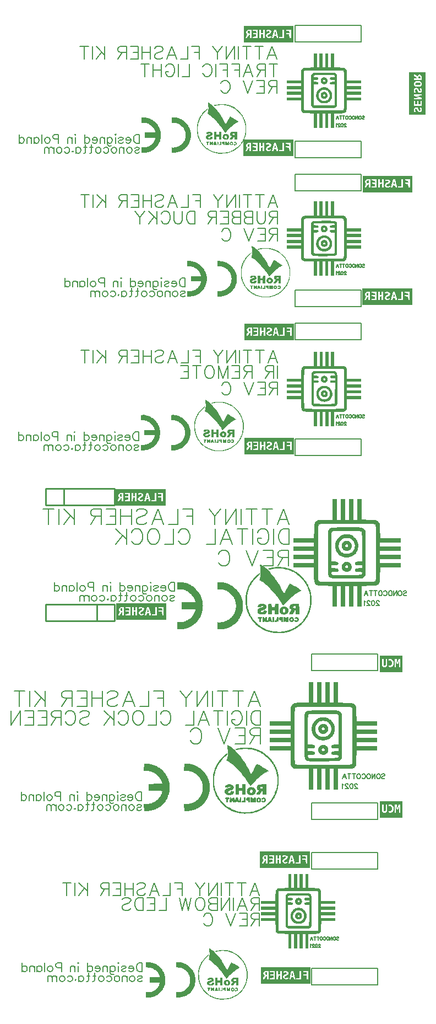
<source format=gbo>
G04 Layer: BottomSilkLayer*
G04 EasyEDA v6.4.25, 2021-12-03T12:49:12+01:00*
G04 610ea2077d8943ff92919c83ebf6a1f2,9c416354eb984020824aaf9c885bead6,10*
G04 Gerber Generator version 0.2*
G04 Scale: 100 percent, Rotated: No, Reflected: No *
G04 Dimensions in inches *
G04 leading zeros omitted , absolute positions ,3 integer and 6 decimal *
%FSLAX36Y36*%
%MOIN*%

%ADD10C,0.0100*%
%ADD52C,0.0080*%
%ADD54C,0.0080*%

%LPD*%
G36*
X1913640Y1330000D02*
G01*
X1913640Y1243640D01*
X1870060Y1242900D01*
X1863400Y1242640D01*
X1858120Y1242240D01*
X1853940Y1241620D01*
X1852200Y1241220D01*
X1850660Y1240760D01*
X1849259Y1240200D01*
X1848020Y1239540D01*
X1846879Y1238800D01*
X1845800Y1237960D01*
X1843779Y1235900D01*
X1841699Y1233340D01*
X1840040Y1231100D01*
X1839160Y1229540D01*
X1838480Y1227620D01*
X1837960Y1225040D01*
X1837580Y1221480D01*
X1837300Y1216640D01*
X1836920Y1201900D01*
X1836360Y1166360D01*
X1750000Y1166360D01*
X1750000Y1147480D01*
X1836540Y1147480D01*
X1836540Y1131740D01*
X1750000Y1131740D01*
X1750000Y1112860D01*
X1836540Y1112860D01*
X1836540Y1097140D01*
X1750000Y1097140D01*
X1750000Y1086600D01*
X1853839Y1086600D01*
X1853920Y1173760D01*
X1854139Y1198280D01*
X1854300Y1206620D01*
X1854540Y1212800D01*
X1854840Y1217180D01*
X1855220Y1220120D01*
X1855680Y1221940D01*
X1856240Y1223020D01*
X1856900Y1223700D01*
X1857320Y1223980D01*
X1858640Y1224460D01*
X1860820Y1224860D01*
X1864139Y1225200D01*
X1868940Y1225480D01*
X1875500Y1225700D01*
X1895120Y1225980D01*
X1925400Y1226120D01*
X2026840Y1226120D01*
X2057440Y1226000D01*
X2076620Y1225700D01*
X2082800Y1225460D01*
X2087180Y1225160D01*
X2090120Y1224780D01*
X2091940Y1224320D01*
X2092560Y1224060D01*
X2093020Y1223760D01*
X2093839Y1222900D01*
X2094340Y1221760D01*
X2094780Y1219820D01*
X2095120Y1216820D01*
X2095420Y1212420D01*
X2095820Y1198240D01*
X2096040Y1174900D01*
X2096140Y1129160D01*
X2096080Y1040160D01*
X2095900Y1014180D01*
X2095740Y1005240D01*
X2095520Y998560D01*
X2095240Y993760D01*
X2094880Y990500D01*
X2094440Y988420D01*
X2093899Y987200D01*
X2093600Y986780D01*
X2093100Y986300D01*
X2092100Y985780D01*
X2090400Y985320D01*
X2087680Y984960D01*
X2083660Y984659D01*
X2078020Y984400D01*
X2060700Y984080D01*
X2033300Y983900D01*
X1949319Y983860D01*
X1899019Y983960D01*
X1877260Y984220D01*
X1870040Y984419D01*
X1864800Y984680D01*
X1861180Y985020D01*
X1858860Y985440D01*
X1857440Y985960D01*
X1856980Y986240D01*
X1856160Y987099D01*
X1855660Y988240D01*
X1855220Y990180D01*
X1854880Y993180D01*
X1854580Y997580D01*
X1854180Y1011760D01*
X1853959Y1035100D01*
X1853839Y1086600D01*
X1750000Y1086600D01*
X1750000Y1078260D01*
X1836540Y1078260D01*
X1836540Y1062520D01*
X1750000Y1062520D01*
X1750000Y1043640D01*
X1836360Y1043640D01*
X1837100Y999780D01*
X1837300Y993360D01*
X1837580Y988520D01*
X1837960Y984960D01*
X1838480Y982380D01*
X1839160Y980460D01*
X1840040Y978900D01*
X1841699Y976660D01*
X1843779Y974100D01*
X1845800Y972039D01*
X1846879Y971200D01*
X1848020Y970460D01*
X1849259Y969800D01*
X1850660Y969240D01*
X1852200Y968780D01*
X1853940Y968379D01*
X1858120Y967760D01*
X1863400Y967360D01*
X1870060Y967099D01*
X1913640Y966360D01*
X1913640Y880000D01*
X1932520Y880000D01*
X1932520Y966540D01*
X1948260Y966540D01*
X1948260Y880000D01*
X1967140Y880000D01*
X1967140Y966540D01*
X1982860Y966540D01*
X1982860Y880000D01*
X2001740Y880000D01*
X2001740Y966540D01*
X2017480Y966540D01*
X2017480Y880000D01*
X2036360Y880000D01*
X2036360Y966540D01*
X2082660Y966620D01*
X2088140Y966780D01*
X2092160Y967039D01*
X2095120Y967480D01*
X2097320Y968100D01*
X2099120Y968960D01*
X2100880Y970080D01*
X2103980Y972240D01*
X2106480Y974260D01*
X2107520Y975280D01*
X2108440Y976360D01*
X2109260Y977520D01*
X2109960Y978780D01*
X2110560Y980180D01*
X2111080Y981740D01*
X2111520Y983520D01*
X2111880Y985500D01*
X2112420Y990280D01*
X2112760Y996320D01*
X2113000Y1003820D01*
X2113640Y1043640D01*
X2200000Y1043640D01*
X2200000Y1062520D01*
X2113460Y1062520D01*
X2113460Y1078260D01*
X2200000Y1078260D01*
X2200000Y1097140D01*
X2113460Y1097140D01*
X2113460Y1112860D01*
X2200000Y1112860D01*
X2200000Y1131740D01*
X2113460Y1131740D01*
X2113460Y1147480D01*
X2200000Y1147480D01*
X2200000Y1166360D01*
X2113460Y1166360D01*
X2113380Y1211740D01*
X2113220Y1217180D01*
X2112940Y1221320D01*
X2112520Y1224420D01*
X2111940Y1226860D01*
X2111160Y1228900D01*
X2110120Y1230860D01*
X2108240Y1233960D01*
X2106280Y1236500D01*
X2105200Y1237580D01*
X2104040Y1238540D01*
X2102760Y1239400D01*
X2101360Y1240160D01*
X2099780Y1240820D01*
X2098040Y1241380D01*
X2096080Y1241860D01*
X2091480Y1242600D01*
X2085800Y1243080D01*
X2078839Y1243340D01*
X2070440Y1243460D01*
X2036360Y1243460D01*
X2036360Y1330000D01*
X2017480Y1330000D01*
X2017480Y1243460D01*
X2001740Y1243460D01*
X2001740Y1330000D01*
X1982860Y1330000D01*
X1982860Y1243460D01*
X1967140Y1243460D01*
X1967140Y1330000D01*
X1948260Y1330000D01*
X1948260Y1243460D01*
X1932520Y1243460D01*
X1932520Y1330000D01*
G37*
G36*
X2011500Y1211800D02*
G01*
X1908680Y1211200D01*
X1897900Y1199460D01*
X1897900Y1073760D01*
X1912060Y1073760D01*
X1912060Y1141200D01*
X1923520Y1141200D01*
X1927980Y1141320D01*
X1931780Y1141680D01*
X1934960Y1142320D01*
X1937520Y1143220D01*
X1939500Y1144380D01*
X1940880Y1145840D01*
X1941680Y1147580D01*
X1941960Y1149620D01*
X1941800Y1151660D01*
X1941279Y1153300D01*
X1940300Y1154580D01*
X1938740Y1155540D01*
X1936560Y1156200D01*
X1933620Y1156640D01*
X1929840Y1156860D01*
X1912060Y1156920D01*
X1912060Y1169520D01*
X1923959Y1169520D01*
X1928600Y1169600D01*
X1932460Y1169860D01*
X1935580Y1170320D01*
X1938020Y1171000D01*
X1939820Y1171900D01*
X1941040Y1173080D01*
X1941720Y1174520D01*
X1941940Y1176260D01*
X1941800Y1178620D01*
X1941339Y1180500D01*
X1940460Y1181940D01*
X1939019Y1183040D01*
X1936920Y1183820D01*
X1934040Y1184380D01*
X1930280Y1184760D01*
X1917980Y1185400D01*
X1915600Y1185660D01*
X1913959Y1186000D01*
X1912920Y1186500D01*
X1912360Y1187160D01*
X1912120Y1188060D01*
X1912060Y1189220D01*
X1912260Y1190840D01*
X1912780Y1192540D01*
X1913580Y1194120D01*
X1914540Y1195360D01*
X1915220Y1195860D01*
X1916260Y1196300D01*
X1917820Y1196660D01*
X1920020Y1196960D01*
X1926840Y1197400D01*
X1937840Y1197680D01*
X1954060Y1197800D01*
X2036180Y1197840D01*
X2038640Y1194340D01*
X2039580Y1192760D01*
X2040360Y1191040D01*
X2040900Y1189400D01*
X2041080Y1188040D01*
X2040680Y1186580D01*
X2039019Y1185740D01*
X2035400Y1185340D01*
X2024340Y1185160D01*
X2020400Y1184900D01*
X2017280Y1184420D01*
X2014880Y1183680D01*
X2013160Y1182680D01*
X2012020Y1181340D01*
X2011380Y1179680D01*
X2011180Y1177640D01*
X2011320Y1175300D01*
X2011800Y1173460D01*
X2012740Y1172040D01*
X2014240Y1170980D01*
X2016420Y1170260D01*
X2019360Y1169820D01*
X2023200Y1169580D01*
X2041080Y1169520D01*
X2041080Y1156920D01*
X2023320Y1156860D01*
X2019540Y1156640D01*
X2016600Y1156200D01*
X2014400Y1155540D01*
X2012860Y1154580D01*
X2011860Y1153300D01*
X2011339Y1151660D01*
X2011180Y1149620D01*
X2011459Y1147580D01*
X2012280Y1145840D01*
X2013660Y1144380D01*
X2015620Y1143220D01*
X2018200Y1142320D01*
X2021380Y1141680D01*
X2025200Y1141320D01*
X2029680Y1141200D01*
X2041180Y1141200D01*
X2040600Y1061000D01*
X2040360Y1042740D01*
X2040060Y1030060D01*
X2039620Y1021960D01*
X2039340Y1019320D01*
X2039000Y1017440D01*
X2038620Y1016200D01*
X2038180Y1015480D01*
X2037940Y1015280D01*
X2037020Y1015020D01*
X2035160Y1014780D01*
X2028959Y1014400D01*
X2019940Y1014080D01*
X2008779Y1013860D01*
X1982400Y1013680D01*
X1954880Y1013840D01*
X1931220Y1014340D01*
X1922400Y1014680D01*
X1916440Y1015120D01*
X1914720Y1015360D01*
X1913959Y1015639D01*
X1913779Y1015879D01*
X1913460Y1016880D01*
X1913180Y1018580D01*
X1912740Y1024280D01*
X1912400Y1033379D01*
X1912200Y1046320D01*
X1912060Y1073760D01*
X1897900Y1073760D01*
X1897900Y1012280D01*
X1902760Y1006740D01*
X1905220Y1004340D01*
X1908000Y1002260D01*
X1910960Y1000600D01*
X1913880Y999520D01*
X1916780Y999080D01*
X1921960Y998740D01*
X1929360Y998480D01*
X1950660Y998220D01*
X1976140Y998280D01*
X2015060Y998680D01*
X2022080Y998840D01*
X2028000Y999080D01*
X2032940Y999380D01*
X2037000Y999780D01*
X2040320Y1000300D01*
X2042980Y1000939D01*
X2045100Y1001740D01*
X2046800Y1002700D01*
X2048180Y1003840D01*
X2049360Y1005160D01*
X2050460Y1006720D01*
X2052380Y1009860D01*
X2053140Y1011420D01*
X2053760Y1013560D01*
X2054240Y1016780D01*
X2054600Y1021580D01*
X2054860Y1028480D01*
X2055040Y1037980D01*
X2055220Y1066840D01*
X2055160Y1159520D01*
X2055000Y1172680D01*
X2054720Y1182980D01*
X2054259Y1190860D01*
X2053959Y1194000D01*
X2053600Y1196660D01*
X2053200Y1198920D01*
X2052720Y1200800D01*
X2052160Y1202380D01*
X2051540Y1203660D01*
X2050840Y1204740D01*
X2050040Y1205660D01*
X2048200Y1207160D01*
X2044300Y1209540D01*
X2043200Y1210040D01*
X2041879Y1210480D01*
X2040220Y1210840D01*
X2038060Y1211140D01*
X2031759Y1211540D01*
X2027340Y1211680D01*
G37*
G36*
X1976560Y1184480D02*
G01*
X1974480Y1184440D01*
X1972440Y1184200D01*
X1970460Y1183760D01*
X1968560Y1183140D01*
X1966740Y1182340D01*
X1965020Y1181360D01*
X1963420Y1180220D01*
X1961920Y1178960D01*
X1960540Y1177540D01*
X1959319Y1176000D01*
X1958240Y1174320D01*
X1957300Y1172560D01*
X1956560Y1170700D01*
X1955980Y1168740D01*
X1955600Y1166720D01*
X1955420Y1164620D01*
X1955447Y1163160D01*
X1970540Y1163160D01*
X1970820Y1165240D01*
X1971920Y1167220D01*
X1972880Y1168120D01*
X1974060Y1168840D01*
X1975360Y1169340D01*
X1976579Y1169520D01*
X1978720Y1169160D01*
X1980420Y1168180D01*
X1981639Y1166740D01*
X1982340Y1164980D01*
X1982500Y1163080D01*
X1982080Y1161160D01*
X1981020Y1159380D01*
X1979319Y1157880D01*
X1977280Y1157100D01*
X1975280Y1157200D01*
X1973480Y1158000D01*
X1972000Y1159380D01*
X1970980Y1161160D01*
X1970540Y1163160D01*
X1955447Y1163160D01*
X1955460Y1162460D01*
X1955720Y1160260D01*
X1956220Y1158040D01*
X1956960Y1155760D01*
X1957880Y1153660D01*
X1958920Y1151720D01*
X1960080Y1150000D01*
X1961399Y1148460D01*
X1962840Y1147120D01*
X1964440Y1145940D01*
X1966160Y1144980D01*
X1968060Y1144180D01*
X1970100Y1143560D01*
X1972280Y1143120D01*
X1974640Y1142860D01*
X1977160Y1142760D01*
X1979480Y1142800D01*
X1981399Y1142960D01*
X1983060Y1143260D01*
X1984560Y1143780D01*
X1985980Y1144560D01*
X1987440Y1145620D01*
X1990920Y1148880D01*
X1992720Y1150720D01*
X1994139Y1152340D01*
X1995220Y1153800D01*
X1995980Y1155200D01*
X1996519Y1156660D01*
X1996819Y1158280D01*
X1996980Y1160160D01*
X1997020Y1162400D01*
X1996940Y1164740D01*
X1996699Y1166960D01*
X1996300Y1169060D01*
X1995720Y1171020D01*
X1994980Y1172860D01*
X1994079Y1174580D01*
X1993020Y1176180D01*
X1991800Y1177660D01*
X1990400Y1179020D01*
X1988839Y1180240D01*
X1987120Y1181340D01*
X1985220Y1182340D01*
X1983040Y1183240D01*
X1980860Y1183880D01*
X1978700Y1184300D01*
G37*
G36*
X1976579Y1123880D02*
G01*
X1973020Y1123840D01*
X1969980Y1123700D01*
X1967340Y1123440D01*
X1964940Y1123020D01*
X1962640Y1122400D01*
X1960280Y1121560D01*
X1957760Y1120480D01*
X1952460Y1117800D01*
X1950140Y1116440D01*
X1947920Y1115000D01*
X1945840Y1113480D01*
X1943860Y1111900D01*
X1942000Y1110240D01*
X1940260Y1108480D01*
X1938640Y1106660D01*
X1937120Y1104780D01*
X1935740Y1102800D01*
X1934460Y1100760D01*
X1933280Y1098620D01*
X1932240Y1096420D01*
X1931300Y1094140D01*
X1930500Y1091780D01*
X1929800Y1089360D01*
X1929199Y1086840D01*
X1928740Y1084260D01*
X1928380Y1081600D01*
X1928140Y1078840D01*
X1927996Y1074620D01*
X1942360Y1074620D01*
X1942420Y1076640D01*
X1942620Y1078680D01*
X1942960Y1080720D01*
X1943440Y1082780D01*
X1944040Y1084820D01*
X1944780Y1086840D01*
X1945640Y1088840D01*
X1946600Y1090800D01*
X1947660Y1092700D01*
X1948839Y1094540D01*
X1950120Y1096320D01*
X1951480Y1098020D01*
X1952920Y1099640D01*
X1954460Y1101160D01*
X1956080Y1102560D01*
X1957760Y1103840D01*
X1959500Y1105000D01*
X1961320Y1106040D01*
X1963100Y1106840D01*
X1965120Y1107520D01*
X1967300Y1108080D01*
X1969620Y1108540D01*
X1972060Y1108860D01*
X1974540Y1109060D01*
X1977020Y1109140D01*
X1979480Y1109080D01*
X1981860Y1108900D01*
X1984139Y1108560D01*
X1986240Y1108100D01*
X1988160Y1107520D01*
X1990200Y1106680D01*
X1992140Y1105720D01*
X1993980Y1104660D01*
X1995740Y1103520D01*
X1997380Y1102260D01*
X1998940Y1100900D01*
X2000380Y1099480D01*
X2002980Y1096380D01*
X2004120Y1094740D01*
X2005160Y1093020D01*
X2006100Y1091260D01*
X2006940Y1089440D01*
X2007660Y1087600D01*
X2008280Y1085700D01*
X2009220Y1081820D01*
X2009520Y1079840D01*
X2009800Y1075860D01*
X2009620Y1071860D01*
X2009379Y1069880D01*
X2009019Y1067920D01*
X2008540Y1065960D01*
X2007940Y1064040D01*
X2007240Y1062140D01*
X2006420Y1060300D01*
X2005480Y1058500D01*
X2004440Y1056740D01*
X2003260Y1055040D01*
X2001980Y1053400D01*
X2000560Y1051820D01*
X1999040Y1050340D01*
X1997400Y1048920D01*
X1995620Y1047580D01*
X1993520Y1046160D01*
X1991639Y1045040D01*
X1989860Y1044200D01*
X1988000Y1043620D01*
X1985900Y1043220D01*
X1983400Y1042980D01*
X1976579Y1042840D01*
X1969740Y1042980D01*
X1967240Y1043220D01*
X1965140Y1043620D01*
X1963260Y1044220D01*
X1961480Y1045060D01*
X1959580Y1046180D01*
X1957440Y1047640D01*
X1955600Y1049040D01*
X1953820Y1050580D01*
X1952160Y1052240D01*
X1950580Y1054020D01*
X1949120Y1055880D01*
X1947780Y1057840D01*
X1946579Y1059860D01*
X1945500Y1061960D01*
X1944560Y1064100D01*
X1943779Y1066280D01*
X1943160Y1068480D01*
X1942700Y1070680D01*
X1942440Y1072640D01*
X1942360Y1074620D01*
X1927996Y1074620D01*
X1928060Y1071000D01*
X1928240Y1068560D01*
X1928540Y1066220D01*
X1928959Y1063960D01*
X1929480Y1061740D01*
X1930140Y1059600D01*
X1930900Y1057500D01*
X1931800Y1055460D01*
X1932820Y1053440D01*
X1933980Y1051440D01*
X1935260Y1049480D01*
X1936680Y1047520D01*
X1938240Y1045560D01*
X1939940Y1043600D01*
X1943920Y1039479D01*
X1945880Y1037660D01*
X1947860Y1036020D01*
X1949860Y1034539D01*
X1951879Y1033199D01*
X1953940Y1032020D01*
X1956040Y1030980D01*
X1958200Y1030060D01*
X1960420Y1029300D01*
X1962740Y1028660D01*
X1965120Y1028139D01*
X1967620Y1027740D01*
X1970220Y1027460D01*
X1972940Y1027280D01*
X1978480Y1027240D01*
X1981020Y1027340D01*
X1985780Y1027820D01*
X1988000Y1028180D01*
X1990160Y1028660D01*
X1992220Y1029240D01*
X1994220Y1029920D01*
X1996180Y1030720D01*
X1998120Y1031640D01*
X2001900Y1033840D01*
X2003779Y1035120D01*
X2005660Y1036540D01*
X2009540Y1039820D01*
X2011200Y1041380D01*
X2012760Y1043000D01*
X2014220Y1044680D01*
X2016860Y1048180D01*
X2018060Y1050000D01*
X2020140Y1053740D01*
X2021060Y1055660D01*
X2022600Y1059580D01*
X2023779Y1063600D01*
X2024240Y1065640D01*
X2024880Y1069760D01*
X2025160Y1073920D01*
X2025100Y1078060D01*
X2024700Y1082200D01*
X2023959Y1086280D01*
X2022880Y1090300D01*
X2021459Y1094220D01*
X2019700Y1098000D01*
X2017620Y1101660D01*
X2015220Y1105120D01*
X2013899Y1106800D01*
X2011000Y1109960D01*
X2007800Y1112880D01*
X2004300Y1115540D01*
X2000480Y1117920D01*
X1995520Y1120400D01*
X1992940Y1121520D01*
X1990560Y1122380D01*
X1988240Y1123020D01*
X1985840Y1123440D01*
X1983180Y1123700D01*
X1980140Y1123840D01*
G37*
G36*
X1976860Y1096960D02*
G01*
X1974780Y1096840D01*
X1972680Y1096480D01*
X1970480Y1095840D01*
X1968140Y1094960D01*
X1966080Y1093980D01*
X1964180Y1092840D01*
X1962460Y1091540D01*
X1960900Y1090100D01*
X1959540Y1088540D01*
X1958360Y1086860D01*
X1957360Y1085080D01*
X1956560Y1083220D01*
X1955940Y1081280D01*
X1955540Y1079260D01*
X1955340Y1077200D01*
X1955418Y1074600D01*
X1970400Y1074600D01*
X1970680Y1077160D01*
X1972160Y1079520D01*
X1973940Y1080780D01*
X1975860Y1081300D01*
X1977760Y1081180D01*
X1979520Y1080500D01*
X1980980Y1079320D01*
X1982000Y1077760D01*
X1982440Y1075860D01*
X1982160Y1073760D01*
X1980780Y1071280D01*
X1978700Y1069840D01*
X1976140Y1069540D01*
X1973320Y1070440D01*
X1971300Y1072240D01*
X1970400Y1074600D01*
X1955418Y1074600D01*
X1955600Y1072980D01*
X1956040Y1070840D01*
X1956720Y1068700D01*
X1957620Y1066580D01*
X1958779Y1064440D01*
X1960020Y1062520D01*
X1961380Y1060820D01*
X1962840Y1059340D01*
X1964440Y1058060D01*
X1966140Y1057020D01*
X1967960Y1056160D01*
X1969920Y1055540D01*
X1972000Y1055100D01*
X1974199Y1054880D01*
X1976560Y1054860D01*
X1979040Y1055060D01*
X1981200Y1055340D01*
X1983060Y1055720D01*
X1984720Y1056220D01*
X1986200Y1056860D01*
X1987600Y1057680D01*
X1988959Y1058700D01*
X1990360Y1060000D01*
X1991860Y1061560D01*
X1994500Y1064720D01*
X1996060Y1067540D01*
X1996819Y1070660D01*
X1997020Y1074700D01*
X1996920Y1076980D01*
X1996660Y1079180D01*
X1996220Y1081320D01*
X1995600Y1083340D01*
X1994840Y1085280D01*
X1993920Y1087080D01*
X1992860Y1088760D01*
X1991660Y1090300D01*
X1990320Y1091680D01*
X1988860Y1092900D01*
X1987280Y1093940D01*
X1985580Y1094800D01*
X1983240Y1095740D01*
X1981020Y1096400D01*
X1978920Y1096800D01*
G37*
G36*
X1913640Y435000D02*
G01*
X1913640Y348640D01*
X1870060Y347900D01*
X1863400Y347640D01*
X1858120Y347239D01*
X1853940Y346620D01*
X1852200Y346220D01*
X1850660Y345760D01*
X1849259Y345200D01*
X1848020Y344540D01*
X1846879Y343800D01*
X1845800Y342960D01*
X1843779Y340900D01*
X1841699Y338340D01*
X1840040Y336100D01*
X1839160Y334540D01*
X1838480Y332620D01*
X1837960Y330040D01*
X1837580Y326480D01*
X1837300Y321640D01*
X1836920Y306900D01*
X1836360Y271360D01*
X1750000Y271360D01*
X1750000Y252480D01*
X1836540Y252480D01*
X1836540Y236740D01*
X1750000Y236740D01*
X1750000Y217860D01*
X1836540Y217860D01*
X1836540Y202140D01*
X1750000Y202140D01*
X1750000Y191600D01*
X1853839Y191600D01*
X1853920Y278760D01*
X1854139Y303280D01*
X1854300Y311620D01*
X1854540Y317800D01*
X1854840Y322180D01*
X1855220Y325120D01*
X1855680Y326940D01*
X1856240Y328020D01*
X1856900Y328700D01*
X1857320Y328980D01*
X1858640Y329460D01*
X1860820Y329860D01*
X1864139Y330200D01*
X1868940Y330480D01*
X1875500Y330700D01*
X1895120Y330980D01*
X1925400Y331120D01*
X2026840Y331120D01*
X2057440Y331000D01*
X2076620Y330700D01*
X2082800Y330460D01*
X2087180Y330160D01*
X2090120Y329780D01*
X2091940Y329320D01*
X2092560Y329060D01*
X2093020Y328760D01*
X2093839Y327900D01*
X2094340Y326760D01*
X2094780Y324820D01*
X2095120Y321820D01*
X2095420Y317420D01*
X2095820Y303240D01*
X2096040Y279900D01*
X2096140Y234160D01*
X2096080Y145160D01*
X2095900Y119179D01*
X2095740Y110239D01*
X2095520Y103560D01*
X2095240Y98760D01*
X2094880Y95500D01*
X2094440Y93420D01*
X2093899Y92200D01*
X2093600Y91780D01*
X2093100Y91300D01*
X2092100Y90780D01*
X2090400Y90320D01*
X2087680Y89960D01*
X2083660Y89660D01*
X2078020Y89400D01*
X2060700Y89080D01*
X2033300Y88900D01*
X1949319Y88859D01*
X1899019Y88960D01*
X1877260Y89220D01*
X1870040Y89420D01*
X1864800Y89680D01*
X1861180Y90020D01*
X1858860Y90440D01*
X1857440Y90960D01*
X1856980Y91240D01*
X1856160Y92100D01*
X1855660Y93240D01*
X1855220Y95180D01*
X1854880Y98180D01*
X1854580Y102579D01*
X1854180Y116760D01*
X1853959Y140100D01*
X1853839Y191600D01*
X1750000Y191600D01*
X1750000Y183260D01*
X1836540Y183260D01*
X1836540Y167520D01*
X1750000Y167520D01*
X1750000Y148640D01*
X1836360Y148640D01*
X1837100Y104780D01*
X1837300Y98360D01*
X1837580Y93520D01*
X1837960Y89960D01*
X1838480Y87380D01*
X1839160Y85460D01*
X1840040Y83900D01*
X1841699Y81660D01*
X1843779Y79100D01*
X1845800Y77040D01*
X1846879Y76200D01*
X1848020Y75460D01*
X1849259Y74800D01*
X1850660Y74240D01*
X1852200Y73780D01*
X1853940Y73380D01*
X1858120Y72760D01*
X1863400Y72360D01*
X1870060Y72100D01*
X1913640Y71360D01*
X1913640Y-15000D01*
X1932520Y-15000D01*
X1932520Y71540D01*
X1948260Y71540D01*
X1948260Y-15000D01*
X1967140Y-15000D01*
X1967140Y71540D01*
X1982860Y71540D01*
X1982860Y-15000D01*
X2001740Y-15000D01*
X2001740Y71540D01*
X2017480Y71540D01*
X2017480Y-15000D01*
X2036360Y-15000D01*
X2036360Y71540D01*
X2082660Y71620D01*
X2088140Y71780D01*
X2092160Y72040D01*
X2095120Y72480D01*
X2097320Y73100D01*
X2099120Y73960D01*
X2100880Y75080D01*
X2103980Y77240D01*
X2106480Y79260D01*
X2107520Y80280D01*
X2108440Y81359D01*
X2109260Y82520D01*
X2109960Y83780D01*
X2110560Y85180D01*
X2111080Y86740D01*
X2111520Y88520D01*
X2111880Y90500D01*
X2112420Y95280D01*
X2112760Y101320D01*
X2113000Y108820D01*
X2113640Y148640D01*
X2200000Y148640D01*
X2200000Y167520D01*
X2113460Y167520D01*
X2113460Y183260D01*
X2200000Y183260D01*
X2200000Y202140D01*
X2113460Y202140D01*
X2113460Y217860D01*
X2200000Y217860D01*
X2200000Y236740D01*
X2113460Y236740D01*
X2113460Y252480D01*
X2200000Y252480D01*
X2200000Y271360D01*
X2113460Y271360D01*
X2113380Y316740D01*
X2113220Y322180D01*
X2112940Y326320D01*
X2112520Y329420D01*
X2111940Y331860D01*
X2111160Y333900D01*
X2110120Y335860D01*
X2108240Y338960D01*
X2106280Y341500D01*
X2105200Y342580D01*
X2104040Y343540D01*
X2102760Y344400D01*
X2101360Y345160D01*
X2099780Y345820D01*
X2098040Y346380D01*
X2096080Y346860D01*
X2091480Y347600D01*
X2085800Y348080D01*
X2078839Y348340D01*
X2070440Y348459D01*
X2036360Y348459D01*
X2036360Y435000D01*
X2017480Y435000D01*
X2017480Y348459D01*
X2001740Y348459D01*
X2001740Y435000D01*
X1982860Y435000D01*
X1982860Y348459D01*
X1967140Y348459D01*
X1967140Y435000D01*
X1948260Y435000D01*
X1948260Y348459D01*
X1932520Y348459D01*
X1932520Y435000D01*
G37*
G36*
X2011500Y316800D02*
G01*
X1908680Y316200D01*
X1897900Y304460D01*
X1897900Y178760D01*
X1912060Y178760D01*
X1912060Y246200D01*
X1923520Y246200D01*
X1927980Y246320D01*
X1931780Y246680D01*
X1934960Y247320D01*
X1937520Y248220D01*
X1939500Y249380D01*
X1940880Y250840D01*
X1941680Y252580D01*
X1941960Y254620D01*
X1941800Y256660D01*
X1941279Y258299D01*
X1940300Y259579D01*
X1938740Y260539D01*
X1936560Y261200D01*
X1933620Y261640D01*
X1929840Y261860D01*
X1912060Y261920D01*
X1912060Y274520D01*
X1923959Y274520D01*
X1928600Y274600D01*
X1932460Y274860D01*
X1935580Y275320D01*
X1938020Y276000D01*
X1939820Y276900D01*
X1941040Y278080D01*
X1941720Y279520D01*
X1941940Y281260D01*
X1941800Y283620D01*
X1941339Y285500D01*
X1940460Y286940D01*
X1939019Y288040D01*
X1936920Y288820D01*
X1934040Y289380D01*
X1930280Y289760D01*
X1917980Y290400D01*
X1915600Y290660D01*
X1913959Y291000D01*
X1912920Y291500D01*
X1912360Y292160D01*
X1912120Y293060D01*
X1912060Y294220D01*
X1912260Y295840D01*
X1912780Y297540D01*
X1913580Y299120D01*
X1914540Y300360D01*
X1915220Y300860D01*
X1916260Y301300D01*
X1917820Y301660D01*
X1920020Y301960D01*
X1926840Y302400D01*
X1937840Y302680D01*
X1954060Y302800D01*
X2036180Y302840D01*
X2038640Y299340D01*
X2039580Y297760D01*
X2040360Y296040D01*
X2040900Y294400D01*
X2041080Y293040D01*
X2040680Y291580D01*
X2039019Y290740D01*
X2035400Y290340D01*
X2024340Y290160D01*
X2020400Y289900D01*
X2017280Y289420D01*
X2014880Y288680D01*
X2013160Y287680D01*
X2012020Y286340D01*
X2011380Y284680D01*
X2011180Y282640D01*
X2011320Y280300D01*
X2011800Y278460D01*
X2012740Y277040D01*
X2014240Y275980D01*
X2016420Y275260D01*
X2019360Y274820D01*
X2023200Y274580D01*
X2041080Y274520D01*
X2041080Y261920D01*
X2023320Y261860D01*
X2019540Y261640D01*
X2016600Y261200D01*
X2014400Y260539D01*
X2012860Y259579D01*
X2011860Y258299D01*
X2011339Y256660D01*
X2011180Y254620D01*
X2011459Y252580D01*
X2012280Y250840D01*
X2013660Y249380D01*
X2015620Y248220D01*
X2018200Y247320D01*
X2021380Y246680D01*
X2025200Y246320D01*
X2029680Y246200D01*
X2041180Y246200D01*
X2040600Y166000D01*
X2040360Y147740D01*
X2040060Y135060D01*
X2039620Y126960D01*
X2039340Y124320D01*
X2039000Y122440D01*
X2038620Y121199D01*
X2038180Y120480D01*
X2037940Y120280D01*
X2037020Y120020D01*
X2035160Y119780D01*
X2028959Y119400D01*
X2019940Y119080D01*
X2008779Y118859D01*
X1982400Y118680D01*
X1954880Y118840D01*
X1931220Y119340D01*
X1922400Y119680D01*
X1916440Y120120D01*
X1914720Y120360D01*
X1913959Y120640D01*
X1913779Y120879D01*
X1913460Y121880D01*
X1913180Y123580D01*
X1912740Y129280D01*
X1912400Y138380D01*
X1912200Y151320D01*
X1912060Y178760D01*
X1897900Y178760D01*
X1897900Y117280D01*
X1902760Y111740D01*
X1905220Y109340D01*
X1908000Y107260D01*
X1910960Y105600D01*
X1913880Y104520D01*
X1916780Y104080D01*
X1921960Y103740D01*
X1929360Y103480D01*
X1950660Y103219D01*
X1976140Y103280D01*
X2015060Y103680D01*
X2022080Y103840D01*
X2028000Y104080D01*
X2032940Y104380D01*
X2037000Y104780D01*
X2040320Y105300D01*
X2042980Y105940D01*
X2045100Y106740D01*
X2046800Y107700D01*
X2048180Y108840D01*
X2049360Y110160D01*
X2050460Y111720D01*
X2052380Y114860D01*
X2053140Y116420D01*
X2053760Y118560D01*
X2054240Y121780D01*
X2054600Y126580D01*
X2054860Y133480D01*
X2055040Y142980D01*
X2055220Y171840D01*
X2055160Y264520D01*
X2055000Y277680D01*
X2054720Y287980D01*
X2054259Y295860D01*
X2053959Y299000D01*
X2053600Y301660D01*
X2053200Y303920D01*
X2052720Y305800D01*
X2052160Y307380D01*
X2051540Y308660D01*
X2050840Y309740D01*
X2050040Y310660D01*
X2048200Y312160D01*
X2044300Y314540D01*
X2043200Y315040D01*
X2041879Y315480D01*
X2040220Y315840D01*
X2038060Y316140D01*
X2031759Y316540D01*
X2027340Y316680D01*
G37*
G36*
X1976560Y289480D02*
G01*
X1974480Y289440D01*
X1972440Y289200D01*
X1970460Y288760D01*
X1968560Y288140D01*
X1966740Y287340D01*
X1965020Y286360D01*
X1963420Y285220D01*
X1961920Y283960D01*
X1960540Y282540D01*
X1959319Y281000D01*
X1958240Y279320D01*
X1957300Y277560D01*
X1956560Y275700D01*
X1955980Y273740D01*
X1955600Y271720D01*
X1955420Y269620D01*
X1955447Y268160D01*
X1970540Y268160D01*
X1970820Y270240D01*
X1971920Y272220D01*
X1972880Y273120D01*
X1974060Y273840D01*
X1975360Y274340D01*
X1976579Y274520D01*
X1978720Y274160D01*
X1980420Y273180D01*
X1981639Y271740D01*
X1982340Y269980D01*
X1982500Y268080D01*
X1982080Y266160D01*
X1981020Y264380D01*
X1979319Y262880D01*
X1977280Y262100D01*
X1975280Y262200D01*
X1973480Y263000D01*
X1972000Y264380D01*
X1970980Y266160D01*
X1970540Y268160D01*
X1955447Y268160D01*
X1955460Y267460D01*
X1955720Y265260D01*
X1956220Y263040D01*
X1956960Y260760D01*
X1957880Y258660D01*
X1958920Y256720D01*
X1960080Y255000D01*
X1961399Y253460D01*
X1962840Y252120D01*
X1964440Y250940D01*
X1966160Y249980D01*
X1968060Y249180D01*
X1970100Y248560D01*
X1972280Y248120D01*
X1974640Y247860D01*
X1977160Y247760D01*
X1979480Y247800D01*
X1981399Y247960D01*
X1983060Y248260D01*
X1984560Y248780D01*
X1985980Y249560D01*
X1987440Y250620D01*
X1990920Y253880D01*
X1992720Y255720D01*
X1994139Y257340D01*
X1995220Y258800D01*
X1995980Y260200D01*
X1996519Y261660D01*
X1996819Y263280D01*
X1996980Y265160D01*
X1997020Y267400D01*
X1996940Y269740D01*
X1996699Y271960D01*
X1996300Y274060D01*
X1995720Y276020D01*
X1994980Y277860D01*
X1994079Y279580D01*
X1993020Y281180D01*
X1991800Y282660D01*
X1990400Y284020D01*
X1988839Y285240D01*
X1987120Y286340D01*
X1985220Y287340D01*
X1983040Y288240D01*
X1980860Y288880D01*
X1978700Y289300D01*
G37*
G36*
X1976579Y228880D02*
G01*
X1973020Y228840D01*
X1969980Y228700D01*
X1967340Y228440D01*
X1964940Y228020D01*
X1962640Y227399D01*
X1960280Y226560D01*
X1957760Y225479D01*
X1952460Y222800D01*
X1950140Y221439D01*
X1947920Y220000D01*
X1945840Y218480D01*
X1943860Y216900D01*
X1942000Y215240D01*
X1940260Y213480D01*
X1938640Y211660D01*
X1937120Y209780D01*
X1935740Y207800D01*
X1934460Y205760D01*
X1933280Y203619D01*
X1932240Y201420D01*
X1931300Y199140D01*
X1930500Y196780D01*
X1929800Y194360D01*
X1929199Y191840D01*
X1928740Y189259D01*
X1928380Y186600D01*
X1928140Y183840D01*
X1927996Y179620D01*
X1942360Y179620D01*
X1942420Y181640D01*
X1942620Y183680D01*
X1942960Y185720D01*
X1943440Y187780D01*
X1944040Y189820D01*
X1944780Y191840D01*
X1945640Y193840D01*
X1946600Y195799D01*
X1947660Y197700D01*
X1948839Y199540D01*
X1950120Y201320D01*
X1951480Y203020D01*
X1952920Y204640D01*
X1954460Y206160D01*
X1956080Y207560D01*
X1957760Y208840D01*
X1959500Y210000D01*
X1961320Y211040D01*
X1963100Y211840D01*
X1965120Y212520D01*
X1967300Y213080D01*
X1969620Y213540D01*
X1972060Y213860D01*
X1974540Y214060D01*
X1977020Y214140D01*
X1979480Y214080D01*
X1981860Y213900D01*
X1984139Y213560D01*
X1986240Y213100D01*
X1988160Y212520D01*
X1990200Y211680D01*
X1992140Y210720D01*
X1993980Y209660D01*
X1995740Y208520D01*
X1997380Y207260D01*
X1998940Y205900D01*
X2000380Y204480D01*
X2002980Y201380D01*
X2004120Y199740D01*
X2005160Y198020D01*
X2006100Y196260D01*
X2006940Y194440D01*
X2007660Y192600D01*
X2008280Y190700D01*
X2009220Y186820D01*
X2009520Y184840D01*
X2009800Y180859D01*
X2009620Y176860D01*
X2009379Y174880D01*
X2009019Y172920D01*
X2008540Y170960D01*
X2007940Y169040D01*
X2007240Y167140D01*
X2006420Y165300D01*
X2005480Y163500D01*
X2004440Y161740D01*
X2003260Y160040D01*
X2001980Y158400D01*
X2000560Y156820D01*
X1999040Y155340D01*
X1997400Y153920D01*
X1995620Y152580D01*
X1993520Y151160D01*
X1991639Y150040D01*
X1989860Y149200D01*
X1988000Y148620D01*
X1985900Y148220D01*
X1983400Y147980D01*
X1976579Y147840D01*
X1969740Y147980D01*
X1967240Y148220D01*
X1965140Y148620D01*
X1963260Y149220D01*
X1961480Y150060D01*
X1959580Y151180D01*
X1957440Y152640D01*
X1955600Y154040D01*
X1953820Y155580D01*
X1952160Y157240D01*
X1950580Y159020D01*
X1949120Y160880D01*
X1947780Y162840D01*
X1946579Y164860D01*
X1945500Y166960D01*
X1944560Y169100D01*
X1943779Y171280D01*
X1943160Y173480D01*
X1942700Y175680D01*
X1942440Y177640D01*
X1942360Y179620D01*
X1927996Y179620D01*
X1928060Y176000D01*
X1928240Y173560D01*
X1928540Y171220D01*
X1928959Y168960D01*
X1929480Y166740D01*
X1930140Y164600D01*
X1930900Y162500D01*
X1931800Y160460D01*
X1932820Y158440D01*
X1933980Y156440D01*
X1935260Y154480D01*
X1936680Y152520D01*
X1938240Y150560D01*
X1939940Y148600D01*
X1943920Y144480D01*
X1945880Y142660D01*
X1947860Y141020D01*
X1949860Y139540D01*
X1951879Y138200D01*
X1953940Y137020D01*
X1956040Y135980D01*
X1958200Y135060D01*
X1960420Y134300D01*
X1962740Y133660D01*
X1965120Y133140D01*
X1967620Y132740D01*
X1970220Y132460D01*
X1972940Y132280D01*
X1978480Y132240D01*
X1981020Y132340D01*
X1985780Y132820D01*
X1988000Y133180D01*
X1990160Y133660D01*
X1992220Y134240D01*
X1994220Y134920D01*
X1996180Y135720D01*
X1998120Y136640D01*
X2001900Y138840D01*
X2003779Y140120D01*
X2005660Y141540D01*
X2009540Y144820D01*
X2011200Y146380D01*
X2012760Y148000D01*
X2014220Y149680D01*
X2016860Y153180D01*
X2018060Y155000D01*
X2020140Y158740D01*
X2021060Y160660D01*
X2022600Y164579D01*
X2023779Y168600D01*
X2024240Y170640D01*
X2024880Y174760D01*
X2025160Y178920D01*
X2025100Y183060D01*
X2024700Y187200D01*
X2023959Y191280D01*
X2022880Y195300D01*
X2021459Y199220D01*
X2019700Y203000D01*
X2017620Y206660D01*
X2015220Y210120D01*
X2013899Y211800D01*
X2011000Y214960D01*
X2007800Y217880D01*
X2004300Y220539D01*
X2000480Y222920D01*
X1995520Y225400D01*
X1992940Y226520D01*
X1990560Y227380D01*
X1988240Y228020D01*
X1985840Y228440D01*
X1983180Y228700D01*
X1980140Y228840D01*
G37*
G36*
X1976860Y201960D02*
G01*
X1974780Y201840D01*
X1972680Y201480D01*
X1970480Y200840D01*
X1968140Y199960D01*
X1966080Y198980D01*
X1964180Y197840D01*
X1962460Y196540D01*
X1960900Y195100D01*
X1959540Y193540D01*
X1958360Y191860D01*
X1957360Y190080D01*
X1956560Y188220D01*
X1955940Y186280D01*
X1955540Y184259D01*
X1955340Y182200D01*
X1955418Y179600D01*
X1970400Y179600D01*
X1970680Y182160D01*
X1972160Y184520D01*
X1973940Y185780D01*
X1975860Y186300D01*
X1977760Y186180D01*
X1979520Y185500D01*
X1980980Y184320D01*
X1982000Y182760D01*
X1982440Y180859D01*
X1982160Y178760D01*
X1980780Y176280D01*
X1978700Y174840D01*
X1976140Y174540D01*
X1973320Y175440D01*
X1971300Y177240D01*
X1970400Y179600D01*
X1955418Y179600D01*
X1955600Y177979D01*
X1956040Y175840D01*
X1956720Y173700D01*
X1957620Y171580D01*
X1958779Y169440D01*
X1960020Y167520D01*
X1961380Y165820D01*
X1962840Y164340D01*
X1964440Y163060D01*
X1966140Y162020D01*
X1967960Y161160D01*
X1969920Y160539D01*
X1972000Y160100D01*
X1974199Y159880D01*
X1976560Y159860D01*
X1979040Y160060D01*
X1981200Y160340D01*
X1983060Y160720D01*
X1984720Y161220D01*
X1986200Y161860D01*
X1987600Y162680D01*
X1988959Y163700D01*
X1990360Y165000D01*
X1991860Y166560D01*
X1994500Y169720D01*
X1996060Y172540D01*
X1996819Y175660D01*
X1997020Y179700D01*
X1996920Y181980D01*
X1996660Y184180D01*
X1996220Y186320D01*
X1995600Y188340D01*
X1994840Y190280D01*
X1993920Y192079D01*
X1992860Y193760D01*
X1991660Y195300D01*
X1990320Y196680D01*
X1988860Y197900D01*
X1987280Y198939D01*
X1985580Y199800D01*
X1983240Y200740D01*
X1981020Y201400D01*
X1978920Y201800D01*
G37*
G36*
X1914720Y-473900D02*
G01*
X1914720Y-560260D01*
X1871140Y-561000D01*
X1864500Y-561260D01*
X1859199Y-561680D01*
X1857000Y-561940D01*
X1855020Y-562280D01*
X1853280Y-562680D01*
X1851740Y-563160D01*
X1850360Y-563720D01*
X1849100Y-564360D01*
X1847960Y-565100D01*
X1845860Y-566920D01*
X1843839Y-569220D01*
X1841660Y-572060D01*
X1840660Y-573560D01*
X1839880Y-575260D01*
X1839560Y-576280D01*
X1839060Y-578880D01*
X1838680Y-582440D01*
X1838400Y-587280D01*
X1838180Y-593700D01*
X1837440Y-637540D01*
X1751100Y-637540D01*
X1751100Y-656420D01*
X1837620Y-656420D01*
X1837620Y-672159D01*
X1751100Y-672159D01*
X1751100Y-691040D01*
X1837620Y-691040D01*
X1837620Y-706780D01*
X1751100Y-706780D01*
X1751100Y-725660D01*
X1837620Y-725660D01*
X1837620Y-728600D01*
X1854940Y-728600D01*
X1855040Y-626440D01*
X1855260Y-603320D01*
X1855440Y-595560D01*
X1855700Y-589860D01*
X1856020Y-585860D01*
X1856420Y-583240D01*
X1856900Y-581640D01*
X1857480Y-580700D01*
X1858180Y-580080D01*
X1858680Y-579800D01*
X1860180Y-579340D01*
X1862620Y-578960D01*
X1866279Y-578620D01*
X1878540Y-578160D01*
X1899360Y-577900D01*
X1931160Y-577780D01*
X2040920Y-577820D01*
X2066920Y-578000D01*
X2075840Y-578160D01*
X2082540Y-578380D01*
X2087340Y-578680D01*
X2090600Y-579020D01*
X2092660Y-579460D01*
X2093899Y-580000D01*
X2094780Y-580800D01*
X2095320Y-581800D01*
X2095760Y-583520D01*
X2096140Y-586220D01*
X2096440Y-590260D01*
X2096680Y-595880D01*
X2096879Y-603440D01*
X2097120Y-625500D01*
X2097220Y-663920D01*
X2097220Y-750759D01*
X2097080Y-781360D01*
X2096780Y-800540D01*
X2096540Y-806720D01*
X2096240Y-811100D01*
X2095860Y-814020D01*
X2095400Y-815860D01*
X2094860Y-816940D01*
X2094000Y-817740D01*
X2092840Y-818259D01*
X2090920Y-818680D01*
X2087900Y-819040D01*
X2083500Y-819320D01*
X2077420Y-819560D01*
X2058959Y-819860D01*
X2030140Y-820020D01*
X1919700Y-820020D01*
X1890680Y-819880D01*
X1880500Y-819740D01*
X1872740Y-819539D01*
X1867040Y-819300D01*
X1863040Y-818980D01*
X1860420Y-818580D01*
X1858820Y-818100D01*
X1857880Y-817520D01*
X1857540Y-817180D01*
X1857120Y-816580D01*
X1856860Y-816020D01*
X1856420Y-814300D01*
X1856040Y-811600D01*
X1855740Y-807560D01*
X1855500Y-801940D01*
X1855300Y-794380D01*
X1855060Y-772320D01*
X1854940Y-728600D01*
X1837620Y-728600D01*
X1837620Y-741400D01*
X1751100Y-741400D01*
X1751100Y-760280D01*
X1837440Y-760280D01*
X1838180Y-804120D01*
X1838400Y-810540D01*
X1838680Y-815380D01*
X1839060Y-818940D01*
X1839560Y-821540D01*
X1840260Y-823460D01*
X1841140Y-825020D01*
X1842780Y-827260D01*
X1844860Y-829820D01*
X1845860Y-830900D01*
X1847960Y-832720D01*
X1849100Y-833460D01*
X1850360Y-834100D01*
X1851740Y-834659D01*
X1853280Y-835140D01*
X1855020Y-835540D01*
X1857000Y-835879D01*
X1861699Y-836360D01*
X1867640Y-836700D01*
X1884160Y-837080D01*
X1914720Y-837560D01*
X1914720Y-923900D01*
X1933600Y-923900D01*
X1933600Y-837380D01*
X1949340Y-837380D01*
X1949340Y-923900D01*
X1968220Y-923900D01*
X1968220Y-837380D01*
X1983959Y-837380D01*
X1983959Y-923900D01*
X2002840Y-923900D01*
X2002840Y-837380D01*
X2018580Y-837380D01*
X2018580Y-923900D01*
X2037460Y-923900D01*
X2037460Y-837380D01*
X2080380Y-837340D01*
X2086699Y-837220D01*
X2091399Y-837020D01*
X2094840Y-836660D01*
X2097380Y-836140D01*
X2099340Y-835400D01*
X2101080Y-834419D01*
X2103600Y-832720D01*
X2106380Y-830660D01*
X2107560Y-829659D01*
X2109540Y-827560D01*
X2110340Y-826400D01*
X2111040Y-825140D01*
X2111660Y-823720D01*
X2112160Y-822159D01*
X2112600Y-820400D01*
X2113260Y-816160D01*
X2113700Y-810780D01*
X2113980Y-804040D01*
X2114180Y-795699D01*
X2114740Y-760280D01*
X2201100Y-760280D01*
X2201100Y-741400D01*
X2114560Y-741400D01*
X2114560Y-725660D01*
X2201100Y-725660D01*
X2201100Y-706780D01*
X2114560Y-706780D01*
X2114560Y-691040D01*
X2201100Y-691040D01*
X2201100Y-672159D01*
X2114560Y-672159D01*
X2114560Y-656420D01*
X2201100Y-656420D01*
X2201100Y-637540D01*
X2114560Y-637540D01*
X2114500Y-595480D01*
X2114400Y-589260D01*
X2114180Y-584520D01*
X2113840Y-580940D01*
X2113340Y-578200D01*
X2113040Y-577060D01*
X2112240Y-575020D01*
X2111220Y-573040D01*
X2109340Y-569960D01*
X2108380Y-568620D01*
X2107380Y-567420D01*
X2106300Y-566340D01*
X2105140Y-565360D01*
X2103860Y-564500D01*
X2102440Y-563760D01*
X2100880Y-563100D01*
X2099120Y-562520D01*
X2097180Y-562040D01*
X2095000Y-561640D01*
X2089880Y-561040D01*
X2083580Y-560680D01*
X2075920Y-560500D01*
X2037460Y-560440D01*
X2037460Y-473900D01*
X2018580Y-473900D01*
X2018580Y-560440D01*
X2002840Y-560440D01*
X2002840Y-473900D01*
X1983959Y-473900D01*
X1983959Y-560440D01*
X1968220Y-560440D01*
X1968220Y-473900D01*
X1949340Y-473900D01*
X1949340Y-560440D01*
X1933600Y-560440D01*
X1933600Y-473900D01*
G37*
G36*
X2008460Y-592120D02*
G01*
X1909760Y-592700D01*
X1899000Y-604460D01*
X1899000Y-735440D01*
X1913160Y-735440D01*
X1913160Y-662720D01*
X1924600Y-662720D01*
X1929060Y-662600D01*
X1932880Y-662220D01*
X1936060Y-661600D01*
X1938620Y-660699D01*
X1940580Y-659520D01*
X1941960Y-658080D01*
X1942780Y-656340D01*
X1943040Y-654300D01*
X1942900Y-652240D01*
X1942380Y-650600D01*
X1941380Y-649340D01*
X1939840Y-648379D01*
X1937640Y-647700D01*
X1934700Y-647280D01*
X1930920Y-647060D01*
X1926220Y-646979D01*
X1913160Y-646979D01*
X1913160Y-634400D01*
X1925060Y-634400D01*
X1929700Y-634320D01*
X1933560Y-634060D01*
X1936680Y-633600D01*
X1939100Y-632920D01*
X1940900Y-632000D01*
X1942120Y-630840D01*
X1942820Y-629400D01*
X1943020Y-627660D01*
X1942880Y-625300D01*
X1942420Y-623420D01*
X1941540Y-621960D01*
X1940100Y-620880D01*
X1938000Y-620080D01*
X1935140Y-619520D01*
X1931360Y-619160D01*
X1919060Y-618500D01*
X1916680Y-618260D01*
X1915040Y-617900D01*
X1914019Y-617420D01*
X1913440Y-616740D01*
X1913200Y-615840D01*
X1913160Y-614680D01*
X1913340Y-613060D01*
X1913880Y-611380D01*
X1914660Y-609800D01*
X1915620Y-608540D01*
X1916300Y-608040D01*
X1917360Y-607620D01*
X1918920Y-607260D01*
X1921100Y-606940D01*
X1927940Y-606500D01*
X1938940Y-606240D01*
X1955160Y-606120D01*
X2037280Y-606080D01*
X2039720Y-609580D01*
X2040680Y-611160D01*
X2041459Y-612860D01*
X2041980Y-614500D01*
X2042180Y-615860D01*
X2041780Y-617340D01*
X2040100Y-618180D01*
X2036500Y-618560D01*
X2025440Y-618740D01*
X2021500Y-619020D01*
X2018360Y-619500D01*
X2015960Y-620220D01*
X2014240Y-621240D01*
X2013100Y-622560D01*
X2012480Y-624220D01*
X2012280Y-626280D01*
X2012420Y-628600D01*
X2012900Y-630460D01*
X2013839Y-631880D01*
X2015340Y-632920D01*
X2017500Y-633640D01*
X2020460Y-634100D01*
X2024280Y-634340D01*
X2042180Y-634400D01*
X2042180Y-646979D01*
X2029120Y-646979D01*
X2024400Y-647060D01*
X2020620Y-647280D01*
X2017680Y-647700D01*
X2015480Y-648379D01*
X2013940Y-649340D01*
X2012960Y-650600D01*
X2012440Y-652240D01*
X2012280Y-654300D01*
X2012540Y-656340D01*
X2013360Y-658080D01*
X2014740Y-659520D01*
X2016720Y-660699D01*
X2019280Y-661600D01*
X2022460Y-662220D01*
X2026300Y-662600D01*
X2030780Y-662720D01*
X2042280Y-662720D01*
X2041680Y-742900D01*
X2041459Y-761180D01*
X2041140Y-773860D01*
X2040700Y-781960D01*
X2040420Y-784599D01*
X2040100Y-786480D01*
X2039720Y-787700D01*
X2039280Y-788420D01*
X2038680Y-788760D01*
X2037300Y-789000D01*
X2031879Y-789419D01*
X2023520Y-789760D01*
X2012820Y-790000D01*
X2000420Y-790160D01*
X1976519Y-790220D01*
X1955980Y-790060D01*
X1943340Y-789860D01*
X1932320Y-789580D01*
X1923500Y-789220D01*
X1917540Y-788780D01*
X1915300Y-788420D01*
X1915040Y-788280D01*
X1914700Y-787600D01*
X1914420Y-786260D01*
X1913920Y-781360D01*
X1913580Y-773139D01*
X1913340Y-761200D01*
X1913160Y-735440D01*
X1899000Y-735440D01*
X1899000Y-791640D01*
X1903860Y-797180D01*
X1906300Y-799580D01*
X1909100Y-801660D01*
X1912040Y-803300D01*
X1914960Y-804400D01*
X1916120Y-804620D01*
X1920180Y-805000D01*
X1926480Y-805300D01*
X1934980Y-805520D01*
X1945640Y-805660D01*
X1961900Y-805699D01*
X1998400Y-805460D01*
X2016160Y-805220D01*
X2029100Y-804840D01*
X2034019Y-804520D01*
X2038100Y-804120D01*
X2041399Y-803600D01*
X2044060Y-802960D01*
X2046180Y-802180D01*
X2047880Y-801220D01*
X2049259Y-800080D01*
X2050440Y-798740D01*
X2051540Y-797180D01*
X2053480Y-794040D01*
X2054240Y-792480D01*
X2054840Y-790340D01*
X2055320Y-787120D01*
X2055680Y-782320D01*
X2055960Y-775420D01*
X2056140Y-765920D01*
X2056300Y-737080D01*
X2056300Y-652159D01*
X2056180Y-637440D01*
X2055960Y-625740D01*
X2055600Y-616700D01*
X2055060Y-609920D01*
X2054700Y-607240D01*
X2054280Y-605000D01*
X2053800Y-603100D01*
X2053240Y-601540D01*
X2052620Y-600240D01*
X2051920Y-599160D01*
X2051140Y-598260D01*
X2050260Y-597460D01*
X2048220Y-596060D01*
X2045920Y-594660D01*
X2044860Y-594120D01*
X2043660Y-593640D01*
X2042200Y-593240D01*
X2040300Y-592920D01*
X2037860Y-592640D01*
X2030760Y-592300D01*
X2019840Y-592140D01*
G37*
G36*
X1977660Y-619420D02*
G01*
X1975560Y-619460D01*
X1973520Y-619700D01*
X1971560Y-620140D01*
X1969660Y-620780D01*
X1967840Y-621580D01*
X1966120Y-622540D01*
X1964500Y-623680D01*
X1963000Y-624960D01*
X1961639Y-626380D01*
X1960400Y-627920D01*
X1959319Y-629580D01*
X1958400Y-631340D01*
X1957640Y-633220D01*
X1957080Y-635160D01*
X1956699Y-637200D01*
X1956519Y-639300D01*
X1956547Y-640759D01*
X1971639Y-640759D01*
X1971900Y-638680D01*
X1973000Y-636680D01*
X1973959Y-635800D01*
X1975160Y-635080D01*
X1976440Y-634580D01*
X1977660Y-634400D01*
X1979800Y-634760D01*
X1981500Y-635740D01*
X1982720Y-637180D01*
X1983440Y-638920D01*
X1983600Y-640840D01*
X1983160Y-642760D01*
X1982120Y-644539D01*
X1980420Y-646020D01*
X1978360Y-646820D01*
X1976380Y-646720D01*
X1974580Y-645900D01*
X1973100Y-644520D01*
X1972080Y-642760D01*
X1971639Y-640759D01*
X1956547Y-640759D01*
X1956560Y-641440D01*
X1956819Y-643640D01*
X1957320Y-645879D01*
X1958060Y-648139D01*
X1958959Y-650260D01*
X1960000Y-652180D01*
X1961180Y-653900D01*
X1962480Y-655440D01*
X1963940Y-656800D01*
X1965520Y-657960D01*
X1967260Y-658940D01*
X1969139Y-659740D01*
X1971180Y-660360D01*
X1973380Y-660800D01*
X1975720Y-661060D01*
X1978240Y-661140D01*
X1980560Y-661100D01*
X1982500Y-660960D01*
X1984160Y-660639D01*
X1985640Y-660120D01*
X1987060Y-659360D01*
X1988520Y-658280D01*
X1990140Y-656860D01*
X1993820Y-653180D01*
X1995220Y-651580D01*
X1996300Y-650120D01*
X1997080Y-648700D01*
X1997600Y-647240D01*
X1997920Y-645620D01*
X1998080Y-643740D01*
X1998120Y-641520D01*
X1998040Y-639180D01*
X1997800Y-636960D01*
X1997380Y-634860D01*
X1996819Y-632900D01*
X1996080Y-631040D01*
X1995180Y-629320D01*
X1994100Y-627720D01*
X1992880Y-626260D01*
X1991480Y-624900D01*
X1989920Y-623660D01*
X1988200Y-622560D01*
X1986320Y-621580D01*
X1984120Y-620680D01*
X1981940Y-620020D01*
X1979780Y-619620D01*
G37*
G36*
X1977660Y-680020D02*
G01*
X1974100Y-680060D01*
X1971080Y-680200D01*
X1968420Y-680460D01*
X1966020Y-680879D01*
X1963720Y-681500D01*
X1961380Y-682340D01*
X1958839Y-683439D01*
X1953540Y-686100D01*
X1951220Y-687460D01*
X1949019Y-688900D01*
X1946920Y-690420D01*
X1944960Y-692020D01*
X1943100Y-693680D01*
X1941360Y-695420D01*
X1939720Y-697240D01*
X1938220Y-699140D01*
X1936819Y-701100D01*
X1935540Y-703160D01*
X1934379Y-705280D01*
X1933340Y-707480D01*
X1932400Y-709760D01*
X1931579Y-712120D01*
X1930880Y-714560D01*
X1930300Y-717060D01*
X1929820Y-719659D01*
X1929480Y-722320D01*
X1929100Y-727780D01*
X1929088Y-729280D01*
X1943440Y-729280D01*
X1943500Y-727260D01*
X1943720Y-725220D01*
X1944060Y-723180D01*
X1944540Y-721140D01*
X1945140Y-719080D01*
X1945880Y-717060D01*
X1946720Y-715080D01*
X1947680Y-713120D01*
X1949920Y-709360D01*
X1951200Y-707580D01*
X1952560Y-705879D01*
X1954019Y-704280D01*
X1955560Y-702760D01*
X1957160Y-701340D01*
X1958839Y-700060D01*
X1960600Y-698900D01*
X1962400Y-697880D01*
X1964199Y-697080D01*
X1966200Y-696380D01*
X1968400Y-695819D01*
X1970720Y-695380D01*
X1973140Y-695040D01*
X1975620Y-694840D01*
X1978120Y-694780D01*
X1980560Y-694840D01*
X1982960Y-695020D01*
X1985220Y-695340D01*
X1987340Y-695800D01*
X1989240Y-696400D01*
X1991279Y-697240D01*
X1993220Y-698180D01*
X1995080Y-699240D01*
X1996819Y-700400D01*
X1998480Y-701660D01*
X2000020Y-703000D01*
X2001480Y-704440D01*
X2002820Y-705939D01*
X2004060Y-707520D01*
X2005220Y-709180D01*
X2006260Y-710879D01*
X2007200Y-712640D01*
X2008760Y-716320D01*
X2009379Y-718220D01*
X2009900Y-720140D01*
X2010600Y-724060D01*
X2010800Y-726060D01*
X2010860Y-730040D01*
X2010720Y-732039D01*
X2010100Y-736000D01*
X2009040Y-739880D01*
X2008340Y-741760D01*
X2007520Y-743620D01*
X2006579Y-745420D01*
X2005520Y-747180D01*
X2004360Y-748880D01*
X2003060Y-750520D01*
X2001660Y-752080D01*
X2000140Y-753580D01*
X1998480Y-755000D01*
X1996720Y-756320D01*
X1994600Y-757760D01*
X1992740Y-758880D01*
X1990940Y-759700D01*
X1989079Y-760300D01*
X1986980Y-760699D01*
X1984480Y-760920D01*
X1981440Y-761040D01*
X1973880Y-761040D01*
X1970820Y-760920D01*
X1968320Y-760699D01*
X1966220Y-760300D01*
X1964360Y-759700D01*
X1962560Y-758860D01*
X1960680Y-757720D01*
X1958540Y-756280D01*
X1956680Y-754860D01*
X1954920Y-753319D01*
X1953240Y-751660D01*
X1951680Y-749900D01*
X1950220Y-748020D01*
X1948880Y-746080D01*
X1947660Y-744040D01*
X1946579Y-741960D01*
X1945660Y-739820D01*
X1944860Y-737640D01*
X1944240Y-735440D01*
X1943779Y-733220D01*
X1943540Y-731280D01*
X1943440Y-729280D01*
X1929088Y-729280D01*
X1929160Y-732920D01*
X1929340Y-735340D01*
X1929640Y-737680D01*
X1930060Y-739960D01*
X1930580Y-742159D01*
X1931220Y-744300D01*
X1932000Y-746400D01*
X1932900Y-748460D01*
X1933920Y-750480D01*
X1935060Y-752460D01*
X1937760Y-756400D01*
X1939319Y-758360D01*
X1941020Y-760320D01*
X1945000Y-764440D01*
X1946980Y-766240D01*
X1948959Y-767880D01*
X1950960Y-769380D01*
X1952980Y-770699D01*
X1955020Y-771900D01*
X1957140Y-772940D01*
X1959300Y-773840D01*
X1961519Y-774620D01*
X1963820Y-775260D01*
X1966220Y-775780D01*
X1968700Y-776180D01*
X1971300Y-776460D01*
X1976879Y-776700D01*
X1979560Y-776680D01*
X1984540Y-776380D01*
X1986879Y-776100D01*
X1989100Y-775720D01*
X1993320Y-774680D01*
X1995320Y-773980D01*
X1997280Y-773180D01*
X1999199Y-772280D01*
X2001100Y-771240D01*
X2002980Y-770080D01*
X2006759Y-767360D01*
X2010620Y-764100D01*
X2013839Y-760900D01*
X2016680Y-757500D01*
X2017960Y-755740D01*
X2020240Y-752060D01*
X2021240Y-750180D01*
X2022960Y-746300D01*
X2024319Y-742320D01*
X2025320Y-738259D01*
X2025960Y-734140D01*
X2026160Y-732080D01*
X2026260Y-727920D01*
X2026200Y-725840D01*
X2025800Y-721720D01*
X2025040Y-717620D01*
X2023959Y-713620D01*
X2023300Y-711640D01*
X2021699Y-707780D01*
X2019780Y-704060D01*
X2017540Y-700500D01*
X2014980Y-697120D01*
X2013580Y-695500D01*
X2010540Y-692460D01*
X2008899Y-691020D01*
X2005380Y-688360D01*
X2003520Y-687140D01*
X1999540Y-684920D01*
X1996620Y-683500D01*
X1994040Y-682380D01*
X1991660Y-681520D01*
X1989340Y-680900D01*
X1986920Y-680460D01*
X1984280Y-680200D01*
X1981240Y-680060D01*
G37*
G36*
X1977940Y-706960D02*
G01*
X1975880Y-707060D01*
X1973760Y-707440D01*
X1971560Y-708060D01*
X1969220Y-708940D01*
X1967160Y-709920D01*
X1965280Y-711080D01*
X1963540Y-712360D01*
X1962000Y-713800D01*
X1960620Y-715360D01*
X1959440Y-717039D01*
X1958440Y-718820D01*
X1957640Y-720680D01*
X1957040Y-722640D01*
X1956639Y-724640D01*
X1956440Y-726700D01*
X1956496Y-729300D01*
X1971480Y-729300D01*
X1971759Y-726760D01*
X1973260Y-724400D01*
X1975020Y-723139D01*
X1976940Y-722620D01*
X1978839Y-722740D01*
X1980600Y-723420D01*
X1982060Y-724580D01*
X1983080Y-726160D01*
X1983520Y-728040D01*
X1983240Y-730160D01*
X1981860Y-732640D01*
X1979800Y-734060D01*
X1977220Y-734380D01*
X1974400Y-733460D01*
X1972380Y-731680D01*
X1971480Y-729300D01*
X1956496Y-729300D01*
X1956680Y-730920D01*
X1957140Y-733060D01*
X1957820Y-735200D01*
X1958720Y-737320D01*
X1959860Y-739460D01*
X1961100Y-741380D01*
X1962460Y-743080D01*
X1963940Y-744580D01*
X1965520Y-745840D01*
X1967220Y-746900D01*
X1969060Y-747740D01*
X1971000Y-748379D01*
X1973080Y-748800D01*
X1975300Y-749020D01*
X1977640Y-749040D01*
X1980120Y-748860D01*
X1982280Y-748560D01*
X1984160Y-748180D01*
X1985800Y-747700D01*
X1987300Y-747060D01*
X1988680Y-746240D01*
X1990060Y-745200D01*
X1991459Y-743920D01*
X1992960Y-742360D01*
X1995580Y-739200D01*
X1997160Y-736380D01*
X1997920Y-733259D01*
X1998120Y-729220D01*
X1998020Y-726940D01*
X1997740Y-724720D01*
X1997300Y-722600D01*
X1996699Y-720560D01*
X1995940Y-718640D01*
X1995020Y-716820D01*
X1993940Y-715160D01*
X1992740Y-713620D01*
X1991420Y-712220D01*
X1989960Y-711000D01*
X1988380Y-709960D01*
X1986680Y-709100D01*
X1984319Y-708180D01*
X1982120Y-707500D01*
X1980000Y-707099D01*
G37*
G36*
X2026380Y-1365000D02*
G01*
X2026380Y-1490000D01*
X1963360Y-1490060D01*
X1956060Y-1490180D01*
X1950280Y-1490400D01*
X1945780Y-1490740D01*
X1942260Y-1491220D01*
X1939520Y-1491860D01*
X1937240Y-1492720D01*
X1935220Y-1493800D01*
X1929900Y-1497380D01*
X1927080Y-1499500D01*
X1924660Y-1501579D01*
X1923600Y-1502640D01*
X1921740Y-1504880D01*
X1920940Y-1506100D01*
X1919560Y-1508800D01*
X1918980Y-1510320D01*
X1918000Y-1513760D01*
X1917240Y-1517840D01*
X1916660Y-1522680D01*
X1916240Y-1528400D01*
X1915940Y-1535140D01*
X1915540Y-1552140D01*
X1914760Y-1601360D01*
X1790020Y-1601360D01*
X1790020Y-1628640D01*
X1915020Y-1628640D01*
X1915020Y-1651360D01*
X1790020Y-1651360D01*
X1790020Y-1678640D01*
X1915020Y-1678640D01*
X1915020Y-1701360D01*
X1790020Y-1701360D01*
X1790020Y-1726800D01*
X1940020Y-1726800D01*
X1940100Y-1600520D01*
X1940260Y-1571180D01*
X1940520Y-1550060D01*
X1940960Y-1535760D01*
X1941240Y-1530720D01*
X1941560Y-1526860D01*
X1941960Y-1523980D01*
X1942420Y-1521900D01*
X1942920Y-1520460D01*
X1943680Y-1519280D01*
X1944540Y-1518460D01*
X1945840Y-1517800D01*
X1947440Y-1517340D01*
X1949700Y-1516920D01*
X1952760Y-1516560D01*
X1956800Y-1516240D01*
X1968360Y-1515740D01*
X1985640Y-1515400D01*
X2009860Y-1515180D01*
X2042240Y-1515060D01*
X2176240Y-1515020D01*
X2216560Y-1515120D01*
X2242660Y-1515320D01*
X2261040Y-1515640D01*
X2273140Y-1516140D01*
X2277300Y-1516459D01*
X2280420Y-1516840D01*
X2282680Y-1517280D01*
X2284260Y-1517780D01*
X2285340Y-1518340D01*
X2286100Y-1518980D01*
X2286700Y-1519740D01*
X2287220Y-1520820D01*
X2287700Y-1522420D01*
X2288100Y-1524680D01*
X2288460Y-1527740D01*
X2288780Y-1531780D01*
X2289060Y-1536920D01*
X2289460Y-1551200D01*
X2289740Y-1571780D01*
X2289920Y-1599920D01*
X2290000Y-1647580D01*
X2289960Y-1775180D01*
X2289820Y-1805640D01*
X2289560Y-1827700D01*
X2289160Y-1842760D01*
X2288880Y-1848120D01*
X2288560Y-1852280D01*
X2288180Y-1855400D01*
X2287740Y-1857660D01*
X2287240Y-1859240D01*
X2286680Y-1860320D01*
X2286040Y-1861080D01*
X2285060Y-1861819D01*
X2283840Y-1862320D01*
X2282100Y-1862780D01*
X2279660Y-1863180D01*
X2276360Y-1863540D01*
X2272080Y-1863839D01*
X2259860Y-1864319D01*
X2241780Y-1864640D01*
X2216600Y-1864840D01*
X2183120Y-1864960D01*
X2048680Y-1864960D01*
X2009740Y-1864860D01*
X1984700Y-1864640D01*
X1967180Y-1864300D01*
X1960780Y-1864060D01*
X1955740Y-1863779D01*
X1951879Y-1863460D01*
X1949000Y-1863060D01*
X1946920Y-1862600D01*
X1945480Y-1862100D01*
X1944300Y-1861339D01*
X1943480Y-1860480D01*
X1942820Y-1859180D01*
X1942340Y-1857580D01*
X1941940Y-1855320D01*
X1941579Y-1852260D01*
X1941260Y-1848220D01*
X1940980Y-1843080D01*
X1940580Y-1828800D01*
X1940300Y-1808220D01*
X1940120Y-1780080D01*
X1940020Y-1726800D01*
X1790020Y-1726800D01*
X1790020Y-1728640D01*
X1915020Y-1728640D01*
X1915020Y-1751360D01*
X1790020Y-1751360D01*
X1790020Y-1778640D01*
X1915020Y-1778640D01*
X1915100Y-1840400D01*
X1915220Y-1847580D01*
X1915440Y-1853380D01*
X1915760Y-1858000D01*
X1916220Y-1861699D01*
X1916840Y-1864700D01*
X1917640Y-1867240D01*
X1918620Y-1869520D01*
X1919840Y-1871819D01*
X1921780Y-1875080D01*
X1923740Y-1877940D01*
X1925820Y-1880400D01*
X1928120Y-1882520D01*
X1930740Y-1884300D01*
X1932200Y-1885080D01*
X1933760Y-1885780D01*
X1935460Y-1886420D01*
X1937300Y-1887000D01*
X1941420Y-1887960D01*
X1946240Y-1888700D01*
X1951860Y-1889240D01*
X1958340Y-1889620D01*
X1965820Y-1889840D01*
X1974360Y-1889960D01*
X2026380Y-1890000D01*
X2026380Y-2015000D01*
X2053660Y-2015000D01*
X2053660Y-1890000D01*
X2076380Y-1890000D01*
X2076380Y-2015000D01*
X2103660Y-2015000D01*
X2103660Y-1890000D01*
X2126380Y-1890000D01*
X2126380Y-2015000D01*
X2153660Y-2015000D01*
X2153660Y-1890000D01*
X2176380Y-1890000D01*
X2176380Y-2015000D01*
X2203660Y-2015000D01*
X2203660Y-1890280D01*
X2261820Y-1889319D01*
X2276220Y-1888820D01*
X2281860Y-1888420D01*
X2286620Y-1887900D01*
X2290640Y-1887200D01*
X2294020Y-1886300D01*
X2296900Y-1885160D01*
X2299400Y-1883760D01*
X2301640Y-1882040D01*
X2303740Y-1880000D01*
X2305820Y-1877600D01*
X2309820Y-1872380D01*
X2310880Y-1870620D01*
X2311760Y-1868600D01*
X2312140Y-1867440D01*
X2312760Y-1864640D01*
X2313260Y-1861020D01*
X2313640Y-1856360D01*
X2313940Y-1850440D01*
X2314200Y-1843020D01*
X2315300Y-1778640D01*
X2440020Y-1778640D01*
X2440020Y-1751360D01*
X2315020Y-1751360D01*
X2315020Y-1728640D01*
X2440020Y-1728640D01*
X2440020Y-1701360D01*
X2315020Y-1701360D01*
X2315020Y-1678640D01*
X2440020Y-1678640D01*
X2440020Y-1651360D01*
X2315020Y-1651360D01*
X2315020Y-1628640D01*
X2440020Y-1628640D01*
X2440020Y-1601360D01*
X2315300Y-1601360D01*
X2314300Y-1541320D01*
X2314080Y-1533080D01*
X2313800Y-1526420D01*
X2313460Y-1521160D01*
X2313020Y-1517060D01*
X2312460Y-1513880D01*
X2312140Y-1512560D01*
X2311340Y-1510340D01*
X2310380Y-1508500D01*
X2309200Y-1506780D01*
X2306900Y-1503760D01*
X2304780Y-1501160D01*
X2302700Y-1498940D01*
X2300540Y-1497060D01*
X2298200Y-1495520D01*
X2296900Y-1494840D01*
X2294020Y-1493700D01*
X2290640Y-1492800D01*
X2286620Y-1492100D01*
X2281860Y-1491579D01*
X2276220Y-1491180D01*
X2261820Y-1490680D01*
X2203660Y-1489740D01*
X2203660Y-1365000D01*
X2176380Y-1365000D01*
X2176380Y-1490000D01*
X2153660Y-1490000D01*
X2153660Y-1365000D01*
X2126380Y-1365000D01*
X2126380Y-1490000D01*
X2103660Y-1490000D01*
X2103660Y-1365000D01*
X2076380Y-1365000D01*
X2076380Y-1490000D01*
X2053660Y-1490000D01*
X2053660Y-1365000D01*
G37*
G36*
X2131320Y-1535760D02*
G01*
X2095860Y-1536000D01*
X2059000Y-1536399D01*
X2045480Y-1536720D01*
X2034720Y-1537200D01*
X2026360Y-1537920D01*
X2022940Y-1538380D01*
X2019980Y-1538899D01*
X2017420Y-1539520D01*
X2015220Y-1540240D01*
X2013320Y-1541060D01*
X2011699Y-1541980D01*
X2010280Y-1543020D01*
X2009019Y-1544160D01*
X2007880Y-1545460D01*
X2006819Y-1546879D01*
X2003120Y-1552800D01*
X2002320Y-1554400D01*
X2001639Y-1556339D01*
X2001080Y-1558920D01*
X2000580Y-1562380D01*
X2000200Y-1566980D01*
X1999880Y-1573020D01*
X1999440Y-1590440D01*
X1999220Y-1616759D01*
X1999120Y-1659680D01*
X1999139Y-1742280D01*
X2019420Y-1742280D01*
X2020400Y-1614379D01*
X2020640Y-1598240D01*
X2020940Y-1585640D01*
X2021300Y-1576160D01*
X2021759Y-1569319D01*
X2022020Y-1566780D01*
X2022320Y-1564740D01*
X2022660Y-1563160D01*
X2023020Y-1561980D01*
X2023420Y-1561140D01*
X2023880Y-1560580D01*
X2024420Y-1560260D01*
X2025620Y-1560000D01*
X2030040Y-1559540D01*
X2036940Y-1559120D01*
X2056720Y-1558520D01*
X2082220Y-1558180D01*
X2118020Y-1558120D01*
X2146460Y-1558360D01*
X2171740Y-1558839D01*
X2182340Y-1559180D01*
X2191140Y-1559560D01*
X2197780Y-1560000D01*
X2201940Y-1560500D01*
X2203200Y-1560900D01*
X2203520Y-1561459D01*
X2203820Y-1562420D01*
X2204360Y-1565680D01*
X2204820Y-1570920D01*
X2205180Y-1578260D01*
X2205460Y-1587900D01*
X2205680Y-1600020D01*
X2205900Y-1632360D01*
X2205920Y-1742280D01*
X2186040Y-1742320D01*
X2180080Y-1742680D01*
X2177440Y-1742980D01*
X2175020Y-1743400D01*
X2172840Y-1743899D01*
X2170880Y-1744500D01*
X2169140Y-1745200D01*
X2167620Y-1746000D01*
X2166300Y-1746879D01*
X2165200Y-1747880D01*
X2164320Y-1748980D01*
X2163620Y-1750200D01*
X2163140Y-1751500D01*
X2162840Y-1752920D01*
X2162740Y-1754440D01*
X2162840Y-1756480D01*
X2163160Y-1758260D01*
X2163720Y-1759780D01*
X2164600Y-1761060D01*
X2165800Y-1762120D01*
X2167380Y-1762980D01*
X2169380Y-1763680D01*
X2171840Y-1764199D01*
X2174800Y-1764580D01*
X2178300Y-1764820D01*
X2182380Y-1764960D01*
X2205920Y-1765000D01*
X2205920Y-1783180D01*
X2184140Y-1783240D01*
X2180060Y-1783400D01*
X2176460Y-1783680D01*
X2173340Y-1784079D01*
X2170680Y-1784640D01*
X2168440Y-1785320D01*
X2166620Y-1786160D01*
X2165160Y-1787160D01*
X2164080Y-1788320D01*
X2163340Y-1789680D01*
X2162920Y-1791200D01*
X2162780Y-1792920D01*
X2162880Y-1795280D01*
X2163140Y-1797320D01*
X2163640Y-1799040D01*
X2164420Y-1800500D01*
X2165520Y-1801720D01*
X2167000Y-1802720D01*
X2168900Y-1803520D01*
X2171280Y-1804160D01*
X2174180Y-1804660D01*
X2177660Y-1805040D01*
X2181760Y-1805340D01*
X2197400Y-1806140D01*
X2200820Y-1806500D01*
X2203180Y-1807020D01*
X2204680Y-1807720D01*
X2205500Y-1808680D01*
X2205860Y-1809980D01*
X2205920Y-1811660D01*
X2205640Y-1814000D01*
X2204880Y-1816440D01*
X2203740Y-1818720D01*
X2202360Y-1820520D01*
X2201760Y-1821020D01*
X2200940Y-1821459D01*
X2199860Y-1821860D01*
X2198460Y-1822220D01*
X2196660Y-1822560D01*
X2191720Y-1823080D01*
X2184580Y-1823480D01*
X2174740Y-1823760D01*
X2161800Y-1823940D01*
X2118840Y-1824100D01*
X2026639Y-1824100D01*
X2023100Y-1819040D01*
X2021720Y-1816759D01*
X2020600Y-1814280D01*
X2019840Y-1811920D01*
X2019560Y-1809940D01*
X2019700Y-1808760D01*
X2020140Y-1807840D01*
X2021060Y-1807120D01*
X2022560Y-1806620D01*
X2024740Y-1806260D01*
X2027760Y-1806040D01*
X2043740Y-1805800D01*
X2046740Y-1805640D01*
X2051840Y-1805100D01*
X2053959Y-1804720D01*
X2055820Y-1804240D01*
X2057420Y-1803660D01*
X2058779Y-1802980D01*
X2059920Y-1802200D01*
X2060840Y-1801300D01*
X2061560Y-1800280D01*
X2062100Y-1799139D01*
X2062460Y-1797880D01*
X2062680Y-1796459D01*
X2062740Y-1794920D01*
X2062660Y-1792600D01*
X2062380Y-1790600D01*
X2061860Y-1788880D01*
X2061040Y-1787440D01*
X2059880Y-1786260D01*
X2058340Y-1785320D01*
X2056360Y-1784580D01*
X2053899Y-1784019D01*
X2050940Y-1783620D01*
X2047400Y-1783360D01*
X2043240Y-1783220D01*
X2019560Y-1783180D01*
X2019560Y-1765000D01*
X2043120Y-1764960D01*
X2047200Y-1764820D01*
X2050700Y-1764580D01*
X2053660Y-1764199D01*
X2056120Y-1763680D01*
X2058120Y-1762980D01*
X2059700Y-1762120D01*
X2060900Y-1761060D01*
X2061759Y-1759780D01*
X2062340Y-1758260D01*
X2062660Y-1756480D01*
X2062740Y-1754440D01*
X2062660Y-1752920D01*
X2062360Y-1751500D01*
X2061879Y-1750180D01*
X2061180Y-1748980D01*
X2060280Y-1747880D01*
X2059180Y-1746879D01*
X2057860Y-1745980D01*
X2056339Y-1745200D01*
X2054600Y-1744500D01*
X2052640Y-1743899D01*
X2050440Y-1743400D01*
X2048020Y-1742980D01*
X2045380Y-1742680D01*
X2039379Y-1742320D01*
X1999139Y-1742280D01*
X1999319Y-1777400D01*
X1999500Y-1789940D01*
X1999800Y-1800500D01*
X2000200Y-1809240D01*
X2000740Y-1816360D01*
X2001420Y-1822080D01*
X2002300Y-1826600D01*
X2002800Y-1828460D01*
X2003340Y-1830080D01*
X2003959Y-1831519D01*
X2004620Y-1832780D01*
X2005320Y-1833860D01*
X2006100Y-1834840D01*
X2007860Y-1836500D01*
X2009860Y-1837940D01*
X2015520Y-1841300D01*
X2016680Y-1841800D01*
X2018000Y-1842240D01*
X2019540Y-1842640D01*
X2021380Y-1842980D01*
X2026200Y-1843520D01*
X2033020Y-1843899D01*
X2042360Y-1844139D01*
X2054780Y-1844240D01*
X2090940Y-1844160D01*
X2210820Y-1843400D01*
X2226380Y-1826440D01*
X2226380Y-1556060D01*
X2219360Y-1548060D01*
X2217680Y-1546279D01*
X2215820Y-1544600D01*
X2213860Y-1543020D01*
X2211780Y-1541579D01*
X2209660Y-1540300D01*
X2207520Y-1539199D01*
X2205400Y-1538300D01*
X2202820Y-1537520D01*
X2199840Y-1537080D01*
X2195220Y-1536720D01*
X2189020Y-1536399D01*
X2171940Y-1535960D01*
X2148780Y-1535760D01*
G37*
G36*
X2113880Y-1577640D02*
G01*
X2107780Y-1577760D01*
X2104900Y-1577920D01*
X2099440Y-1578500D01*
X2096860Y-1578920D01*
X2091920Y-1580040D01*
X2087240Y-1581560D01*
X2084980Y-1582460D01*
X2082740Y-1583480D01*
X2080540Y-1584600D01*
X2078360Y-1585840D01*
X2076180Y-1587200D01*
X2071819Y-1590280D01*
X2067400Y-1593860D01*
X2063480Y-1597400D01*
X2060360Y-1600600D01*
X2057480Y-1603959D01*
X2054880Y-1607440D01*
X2052520Y-1611040D01*
X2050420Y-1614740D01*
X2048580Y-1618540D01*
X2046980Y-1622420D01*
X2045620Y-1626380D01*
X2044520Y-1630400D01*
X2043660Y-1634460D01*
X2043040Y-1638540D01*
X2042660Y-1642660D01*
X2042548Y-1647680D01*
X2064760Y-1647680D01*
X2064880Y-1643680D01*
X2065300Y-1639720D01*
X2065620Y-1637740D01*
X2066519Y-1633820D01*
X2067720Y-1629980D01*
X2069240Y-1626240D01*
X2071100Y-1622620D01*
X2073260Y-1619139D01*
X2074460Y-1617460D01*
X2077120Y-1614220D01*
X2080120Y-1611200D01*
X2083440Y-1608380D01*
X2085220Y-1607060D01*
X2089199Y-1604420D01*
X2090980Y-1603380D01*
X2092700Y-1602540D01*
X2094440Y-1601860D01*
X2096260Y-1601320D01*
X2098220Y-1600920D01*
X2100420Y-1600620D01*
X2102900Y-1600420D01*
X2109000Y-1600240D01*
X2116520Y-1600240D01*
X2122620Y-1600420D01*
X2125100Y-1600620D01*
X2127300Y-1600920D01*
X2129260Y-1601339D01*
X2131100Y-1601879D01*
X2132840Y-1602560D01*
X2134560Y-1603420D01*
X2138260Y-1605680D01*
X2142400Y-1608640D01*
X2144340Y-1610260D01*
X2146220Y-1611980D01*
X2148020Y-1613800D01*
X2149740Y-1615700D01*
X2151360Y-1617680D01*
X2152900Y-1619740D01*
X2155660Y-1624060D01*
X2156880Y-1626300D01*
X2158000Y-1628600D01*
X2158980Y-1630920D01*
X2159860Y-1633280D01*
X2160600Y-1635640D01*
X2161220Y-1638040D01*
X2161680Y-1640440D01*
X2161960Y-1642440D01*
X2162120Y-1644480D01*
X2162180Y-1646540D01*
X2162120Y-1648620D01*
X2161660Y-1652820D01*
X2161300Y-1654940D01*
X2160240Y-1659180D01*
X2158840Y-1663360D01*
X2157060Y-1667460D01*
X2156060Y-1669480D01*
X2153800Y-1673380D01*
X2152560Y-1675280D01*
X2149860Y-1678880D01*
X2146900Y-1682260D01*
X2145340Y-1683839D01*
X2142020Y-1686759D01*
X2138500Y-1689319D01*
X2136660Y-1690460D01*
X2134780Y-1691500D01*
X2132880Y-1692380D01*
X2130800Y-1693160D01*
X2128540Y-1693860D01*
X2126140Y-1694460D01*
X2123640Y-1694960D01*
X2121040Y-1695360D01*
X2118380Y-1695660D01*
X2115700Y-1695860D01*
X2110320Y-1695960D01*
X2107680Y-1695840D01*
X2105100Y-1695620D01*
X2102620Y-1695280D01*
X2100260Y-1694840D01*
X2098060Y-1694300D01*
X2096020Y-1693620D01*
X2091980Y-1691920D01*
X2088200Y-1689880D01*
X2084700Y-1687580D01*
X2081459Y-1685000D01*
X2078520Y-1682180D01*
X2075840Y-1679160D01*
X2073440Y-1675920D01*
X2071339Y-1672520D01*
X2069520Y-1668959D01*
X2067980Y-1665280D01*
X2066759Y-1661480D01*
X2065800Y-1657600D01*
X2065160Y-1653660D01*
X2064820Y-1649680D01*
X2064760Y-1647680D01*
X2042548Y-1647680D01*
X2042640Y-1650900D01*
X2042980Y-1655020D01*
X2043540Y-1659100D01*
X2044340Y-1663140D01*
X2045380Y-1667140D01*
X2046639Y-1671080D01*
X2048140Y-1674940D01*
X2049860Y-1678720D01*
X2051800Y-1682400D01*
X2053980Y-1685960D01*
X2056360Y-1689420D01*
X2058959Y-1692740D01*
X2061800Y-1695900D01*
X2064840Y-1698920D01*
X2068080Y-1701759D01*
X2071560Y-1704420D01*
X2075240Y-1706900D01*
X2079120Y-1709160D01*
X2084040Y-1711620D01*
X2089100Y-1713880D01*
X2091399Y-1714740D01*
X2093640Y-1715440D01*
X2095880Y-1716020D01*
X2098180Y-1716459D01*
X2100600Y-1716800D01*
X2106040Y-1717180D01*
X2112740Y-1717280D01*
X2119420Y-1717180D01*
X2124860Y-1716800D01*
X2127280Y-1716459D01*
X2129560Y-1716020D01*
X2131780Y-1715480D01*
X2134000Y-1714780D01*
X2138660Y-1712920D01*
X2144060Y-1710360D01*
X2148440Y-1708020D01*
X2152560Y-1705500D01*
X2156400Y-1702820D01*
X2160000Y-1699960D01*
X2163320Y-1696940D01*
X2166400Y-1693740D01*
X2169200Y-1690360D01*
X2171740Y-1686819D01*
X2174020Y-1683100D01*
X2176040Y-1679220D01*
X2177800Y-1675160D01*
X2178600Y-1673060D01*
X2179960Y-1668720D01*
X2181080Y-1664240D01*
X2181920Y-1659560D01*
X2182500Y-1654720D01*
X2182840Y-1649580D01*
X2182940Y-1644520D01*
X2182740Y-1639700D01*
X2182280Y-1635100D01*
X2181520Y-1630700D01*
X2181040Y-1628580D01*
X2179820Y-1624420D01*
X2178300Y-1620400D01*
X2176460Y-1616480D01*
X2174280Y-1612640D01*
X2171760Y-1608860D01*
X2168900Y-1605080D01*
X2165680Y-1601300D01*
X2161840Y-1597220D01*
X2158020Y-1593580D01*
X2154220Y-1590360D01*
X2152300Y-1588899D01*
X2148420Y-1586300D01*
X2146440Y-1585120D01*
X2142400Y-1583060D01*
X2138220Y-1581380D01*
X2136060Y-1580640D01*
X2131600Y-1579460D01*
X2126900Y-1578580D01*
X2124440Y-1578240D01*
X2119320Y-1577800D01*
G37*
G36*
X2114500Y-1617560D02*
G01*
X2111900Y-1617620D01*
X2109180Y-1617860D01*
X2106060Y-1618280D01*
X2103360Y-1618820D01*
X2100980Y-1619520D01*
X2098840Y-1620460D01*
X2096819Y-1621639D01*
X2094860Y-1623140D01*
X2092840Y-1624980D01*
X2090660Y-1627240D01*
X2088540Y-1629640D01*
X2086860Y-1631819D01*
X2085560Y-1633860D01*
X2084580Y-1635880D01*
X2083920Y-1638020D01*
X2083500Y-1640380D01*
X2083280Y-1643080D01*
X2083223Y-1646940D01*
X2104280Y-1646940D01*
X2104700Y-1644860D01*
X2105540Y-1642900D01*
X2106680Y-1641279D01*
X2108060Y-1640060D01*
X2109680Y-1639220D01*
X2111460Y-1638779D01*
X2113380Y-1638779D01*
X2115400Y-1639199D01*
X2117460Y-1640080D01*
X2119120Y-1641240D01*
X2120380Y-1642680D01*
X2121240Y-1644319D01*
X2121680Y-1646100D01*
X2121680Y-1647940D01*
X2121280Y-1649780D01*
X2120420Y-1651560D01*
X2119120Y-1653180D01*
X2117440Y-1654520D01*
X2115640Y-1655360D01*
X2113800Y-1655760D01*
X2111940Y-1655740D01*
X2110160Y-1655340D01*
X2108500Y-1654600D01*
X2107040Y-1653540D01*
X2105820Y-1652220D01*
X2104920Y-1650640D01*
X2104380Y-1648880D01*
X2104280Y-1646940D01*
X2083223Y-1646940D01*
X2083280Y-1648700D01*
X2083500Y-1651120D01*
X2083880Y-1653500D01*
X2084379Y-1655780D01*
X2085020Y-1658000D01*
X2085780Y-1660140D01*
X2086680Y-1662180D01*
X2087680Y-1664120D01*
X2088820Y-1665960D01*
X2090060Y-1667680D01*
X2091420Y-1669280D01*
X2092880Y-1670760D01*
X2094460Y-1672100D01*
X2096120Y-1673300D01*
X2097880Y-1674360D01*
X2099720Y-1675260D01*
X2102020Y-1676200D01*
X2104200Y-1676980D01*
X2106320Y-1677580D01*
X2108360Y-1678020D01*
X2110360Y-1678280D01*
X2112340Y-1678380D01*
X2114320Y-1678320D01*
X2116340Y-1678080D01*
X2118380Y-1677700D01*
X2120480Y-1677120D01*
X2122660Y-1676399D01*
X2124940Y-1675500D01*
X2127340Y-1674400D01*
X2129580Y-1673120D01*
X2131680Y-1671720D01*
X2133600Y-1670160D01*
X2135380Y-1668480D01*
X2136980Y-1666699D01*
X2138420Y-1664800D01*
X2139680Y-1662800D01*
X2140760Y-1660700D01*
X2141660Y-1658540D01*
X2142400Y-1656300D01*
X2142920Y-1654000D01*
X2143280Y-1651660D01*
X2143440Y-1649259D01*
X2143380Y-1646819D01*
X2143140Y-1644379D01*
X2142700Y-1641900D01*
X2142060Y-1639440D01*
X2141180Y-1636960D01*
X2140120Y-1634500D01*
X2138880Y-1632160D01*
X2137580Y-1630000D01*
X2136180Y-1628000D01*
X2134700Y-1626180D01*
X2133120Y-1624560D01*
X2131460Y-1623080D01*
X2129680Y-1621800D01*
X2127820Y-1620680D01*
X2125860Y-1619740D01*
X2123800Y-1618959D01*
X2121620Y-1618360D01*
X2119360Y-1617920D01*
X2116980Y-1617660D01*
G37*
G36*
X2111920Y-1744560D02*
G01*
X2108560Y-1744620D01*
X2105760Y-1744820D01*
X2103360Y-1745280D01*
X2101220Y-1746020D01*
X2099180Y-1747140D01*
X2097060Y-1748680D01*
X2094720Y-1750740D01*
X2092020Y-1753360D01*
X2089420Y-1756040D01*
X2087380Y-1758360D01*
X2085820Y-1760480D01*
X2084700Y-1762520D01*
X2083940Y-1764640D01*
X2083500Y-1766980D01*
X2083260Y-1769680D01*
X2083200Y-1772900D01*
X2083245Y-1774820D01*
X2104180Y-1774820D01*
X2104300Y-1772940D01*
X2104800Y-1771100D01*
X2105700Y-1769360D01*
X2107020Y-1767760D01*
X2108780Y-1766399D01*
X2110760Y-1765480D01*
X2112720Y-1765160D01*
X2114620Y-1765380D01*
X2116380Y-1766080D01*
X2117980Y-1767140D01*
X2119340Y-1768560D01*
X2120400Y-1770200D01*
X2121140Y-1772060D01*
X2121460Y-1774000D01*
X2121320Y-1776020D01*
X2120680Y-1778000D01*
X2119480Y-1779880D01*
X2118100Y-1781160D01*
X2116360Y-1782220D01*
X2114520Y-1782920D01*
X2112740Y-1783180D01*
X2110620Y-1782940D01*
X2108760Y-1782280D01*
X2107200Y-1781260D01*
X2105940Y-1779940D01*
X2105020Y-1778380D01*
X2104420Y-1776639D01*
X2104180Y-1774820D01*
X2083245Y-1774820D01*
X2083460Y-1777920D01*
X2083800Y-1780260D01*
X2084259Y-1782520D01*
X2084860Y-1784660D01*
X2085600Y-1786720D01*
X2086459Y-1788660D01*
X2087460Y-1790520D01*
X2088580Y-1792260D01*
X2089860Y-1793899D01*
X2091240Y-1795460D01*
X2092780Y-1796900D01*
X2094440Y-1798260D01*
X2096240Y-1799500D01*
X2098180Y-1800660D01*
X2100240Y-1801699D01*
X2102360Y-1802600D01*
X2104460Y-1803360D01*
X2106560Y-1803940D01*
X2108640Y-1804379D01*
X2110720Y-1804660D01*
X2112760Y-1804800D01*
X2114780Y-1804800D01*
X2116760Y-1804680D01*
X2118720Y-1804400D01*
X2120640Y-1804019D01*
X2122500Y-1803500D01*
X2124320Y-1802860D01*
X2126080Y-1802120D01*
X2127780Y-1801260D01*
X2129420Y-1800300D01*
X2131000Y-1799240D01*
X2132500Y-1798080D01*
X2133920Y-1796819D01*
X2135260Y-1795480D01*
X2136520Y-1794040D01*
X2137680Y-1792540D01*
X2138740Y-1790960D01*
X2139720Y-1789300D01*
X2140580Y-1787580D01*
X2141320Y-1785800D01*
X2141960Y-1783959D01*
X2142480Y-1782080D01*
X2142880Y-1780140D01*
X2143160Y-1778140D01*
X2143300Y-1776120D01*
X2143280Y-1774060D01*
X2143140Y-1771960D01*
X2142860Y-1769840D01*
X2142420Y-1767680D01*
X2141820Y-1765520D01*
X2141080Y-1763340D01*
X2140100Y-1761020D01*
X2139040Y-1758860D01*
X2137860Y-1756840D01*
X2136560Y-1755000D01*
X2135160Y-1753300D01*
X2133660Y-1751780D01*
X2132020Y-1750380D01*
X2130280Y-1749139D01*
X2128420Y-1748060D01*
X2126440Y-1747120D01*
X2124340Y-1746339D01*
X2122120Y-1745700D01*
X2119760Y-1745200D01*
X2117280Y-1744840D01*
X2114660Y-1744620D01*
G37*
G36*
X1884019Y-2471300D02*
G01*
X1884019Y-2596300D01*
X1821000Y-2596360D01*
X1813700Y-2596480D01*
X1807920Y-2596700D01*
X1803400Y-2597040D01*
X1799900Y-2597520D01*
X1797140Y-2598159D01*
X1794880Y-2599020D01*
X1792860Y-2600100D01*
X1790800Y-2601420D01*
X1787540Y-2603680D01*
X1784700Y-2605800D01*
X1782300Y-2607880D01*
X1780260Y-2610040D01*
X1779379Y-2611180D01*
X1777840Y-2613700D01*
X1777200Y-2615100D01*
X1776620Y-2616620D01*
X1775640Y-2620059D01*
X1775220Y-2622020D01*
X1774560Y-2626460D01*
X1774079Y-2631720D01*
X1773720Y-2637940D01*
X1773260Y-2653700D01*
X1772380Y-2707660D01*
X1647660Y-2707660D01*
X1647660Y-2734940D01*
X1772660Y-2734940D01*
X1772660Y-2757660D01*
X1647660Y-2757660D01*
X1647660Y-2784940D01*
X1772660Y-2784940D01*
X1772660Y-2807660D01*
X1647660Y-2807660D01*
X1647660Y-2834940D01*
X1772660Y-2834940D01*
X1772660Y-2844160D01*
X1797660Y-2844160D01*
X1797740Y-2702640D01*
X1797900Y-2674420D01*
X1798200Y-2654240D01*
X1798640Y-2640700D01*
X1798940Y-2635960D01*
X1799300Y-2632340D01*
X1799700Y-2629680D01*
X1800160Y-2627780D01*
X1800700Y-2626480D01*
X1801300Y-2625580D01*
X1802180Y-2624760D01*
X1803160Y-2624220D01*
X1804620Y-2623740D01*
X1806680Y-2623320D01*
X1809540Y-2622940D01*
X1813320Y-2622620D01*
X1824259Y-2622100D01*
X1840760Y-2621740D01*
X1864040Y-2621500D01*
X1895320Y-2621360D01*
X2017520Y-2621320D01*
X2070320Y-2621400D01*
X2097480Y-2621580D01*
X2116740Y-2621900D01*
X2123860Y-2622100D01*
X2129560Y-2622360D01*
X2134000Y-2622679D01*
X2137360Y-2623039D01*
X2139800Y-2623460D01*
X2141540Y-2623940D01*
X2142740Y-2624500D01*
X2143560Y-2625120D01*
X2144320Y-2626040D01*
X2144980Y-2627480D01*
X2145420Y-2629220D01*
X2145840Y-2631660D01*
X2146180Y-2634960D01*
X2146480Y-2639240D01*
X2146960Y-2651460D01*
X2147280Y-2669540D01*
X2147500Y-2694720D01*
X2147600Y-2728200D01*
X2147620Y-2857520D01*
X2147520Y-2897840D01*
X2147340Y-2923940D01*
X2147000Y-2942320D01*
X2146780Y-2949060D01*
X2146500Y-2954420D01*
X2146180Y-2958580D01*
X2145820Y-2961700D01*
X2145380Y-2963960D01*
X2144880Y-2965539D01*
X2144300Y-2966620D01*
X2143500Y-2967540D01*
X2142680Y-2968120D01*
X2141480Y-2968620D01*
X2139740Y-2969080D01*
X2137300Y-2969480D01*
X2134000Y-2969840D01*
X2129700Y-2970140D01*
X2117480Y-2970620D01*
X2099400Y-2970940D01*
X2074240Y-2971139D01*
X2040760Y-2971259D01*
X1906320Y-2971259D01*
X1867380Y-2971160D01*
X1842320Y-2970940D01*
X1824800Y-2970600D01*
X1818420Y-2970360D01*
X1813380Y-2970080D01*
X1809500Y-2969760D01*
X1806620Y-2969360D01*
X1804540Y-2968900D01*
X1803100Y-2968399D01*
X1802120Y-2967799D01*
X1801420Y-2967140D01*
X1800700Y-2966080D01*
X1800200Y-2964760D01*
X1799760Y-2962840D01*
X1799379Y-2960200D01*
X1799040Y-2956680D01*
X1798740Y-2952100D01*
X1798300Y-2939220D01*
X1797980Y-2920320D01*
X1797780Y-2894180D01*
X1797660Y-2844160D01*
X1772660Y-2844160D01*
X1772660Y-2857660D01*
X1647660Y-2857660D01*
X1647660Y-2884940D01*
X1772660Y-2884940D01*
X1772680Y-2942520D01*
X1772780Y-2950480D01*
X1772960Y-2956940D01*
X1773220Y-2962120D01*
X1773620Y-2966259D01*
X1774139Y-2969580D01*
X1774840Y-2972300D01*
X1775740Y-2974700D01*
X1776840Y-2976960D01*
X1778440Y-2979800D01*
X1780380Y-2982860D01*
X1782380Y-2985520D01*
X1784580Y-2987799D01*
X1785760Y-2988820D01*
X1787020Y-2989740D01*
X1788380Y-2990600D01*
X1789840Y-2991380D01*
X1791399Y-2992080D01*
X1794920Y-2993300D01*
X1799060Y-2994260D01*
X1803880Y-2995000D01*
X1809480Y-2995539D01*
X1815980Y-2995920D01*
X1823440Y-2996139D01*
X1832000Y-2996259D01*
X1884019Y-2996300D01*
X1884019Y-3121300D01*
X1911279Y-3121300D01*
X1911279Y-2996300D01*
X1934019Y-2996300D01*
X1934019Y-3121300D01*
X1961279Y-3121300D01*
X1961279Y-2996300D01*
X1984019Y-2996300D01*
X1984019Y-3121300D01*
X2011279Y-3121300D01*
X2011279Y-2996300D01*
X2034019Y-2996300D01*
X2034019Y-3121300D01*
X2061279Y-3121300D01*
X2061279Y-2996580D01*
X2119440Y-2995620D01*
X2133840Y-2995120D01*
X2139480Y-2994720D01*
X2144240Y-2994200D01*
X2148260Y-2993500D01*
X2151660Y-2992600D01*
X2154540Y-2991460D01*
X2157040Y-2990059D01*
X2159260Y-2988340D01*
X2161380Y-2986300D01*
X2163460Y-2983900D01*
X2167440Y-2978680D01*
X2168520Y-2976920D01*
X2169380Y-2974900D01*
X2170100Y-2972420D01*
X2170660Y-2969240D01*
X2171100Y-2965140D01*
X2171440Y-2959880D01*
X2171920Y-2944980D01*
X2172920Y-2884940D01*
X2297660Y-2884940D01*
X2297660Y-2857660D01*
X2172660Y-2857660D01*
X2172660Y-2834940D01*
X2297660Y-2834940D01*
X2297660Y-2807660D01*
X2172660Y-2807660D01*
X2172660Y-2784940D01*
X2297660Y-2784940D01*
X2297660Y-2757660D01*
X2172660Y-2757660D01*
X2172660Y-2734940D01*
X2297660Y-2734940D01*
X2297660Y-2707660D01*
X2172920Y-2707660D01*
X2171920Y-2647620D01*
X2171440Y-2632720D01*
X2171100Y-2627460D01*
X2170660Y-2623360D01*
X2170100Y-2620179D01*
X2169380Y-2617700D01*
X2168520Y-2615680D01*
X2167440Y-2613940D01*
X2163460Y-2608700D01*
X2161380Y-2606300D01*
X2159260Y-2604260D01*
X2158180Y-2603360D01*
X2155820Y-2601820D01*
X2154540Y-2601139D01*
X2151660Y-2600000D01*
X2148260Y-2599100D01*
X2144240Y-2598399D01*
X2139480Y-2597880D01*
X2133840Y-2597480D01*
X2119440Y-2596980D01*
X2061279Y-2596040D01*
X2061279Y-2471300D01*
X2034019Y-2471300D01*
X2034019Y-2596300D01*
X2011279Y-2596300D01*
X2011279Y-2471300D01*
X1984019Y-2471300D01*
X1984019Y-2596300D01*
X1961279Y-2596300D01*
X1961279Y-2471300D01*
X1934019Y-2471300D01*
X1934019Y-2596300D01*
X1911279Y-2596300D01*
X1911279Y-2471300D01*
G37*
G36*
X1988940Y-2642060D02*
G01*
X1953480Y-2642300D01*
X1916639Y-2642700D01*
X1903120Y-2643020D01*
X1892360Y-2643500D01*
X1883980Y-2644220D01*
X1880580Y-2644680D01*
X1877600Y-2645200D01*
X1875060Y-2645820D01*
X1872860Y-2646540D01*
X1870960Y-2647360D01*
X1869319Y-2648279D01*
X1867900Y-2649320D01*
X1866660Y-2650460D01*
X1865520Y-2651760D01*
X1864440Y-2653180D01*
X1860740Y-2659100D01*
X1859780Y-2661139D01*
X1859120Y-2663220D01*
X1858580Y-2665980D01*
X1858120Y-2669700D01*
X1857740Y-2674660D01*
X1857440Y-2681080D01*
X1857200Y-2689280D01*
X1856920Y-2712020D01*
X1856780Y-2744980D01*
X1856759Y-2848580D01*
X1877040Y-2848580D01*
X1877820Y-2740779D01*
X1878260Y-2704540D01*
X1878560Y-2691940D01*
X1878920Y-2682460D01*
X1879379Y-2675620D01*
X1879960Y-2671040D01*
X1880280Y-2669460D01*
X1880660Y-2668279D01*
X1881060Y-2667440D01*
X1881500Y-2666880D01*
X1882060Y-2666560D01*
X1883240Y-2666300D01*
X1887680Y-2665840D01*
X1894560Y-2665419D01*
X1914340Y-2664820D01*
X1939860Y-2664480D01*
X1975660Y-2664420D01*
X2007460Y-2664720D01*
X2032160Y-2665220D01*
X2042360Y-2665560D01*
X2050640Y-2665960D01*
X2056699Y-2666420D01*
X2058779Y-2666680D01*
X2060160Y-2666940D01*
X2060840Y-2667200D01*
X2061160Y-2667760D01*
X2061459Y-2668720D01*
X2062000Y-2671980D01*
X2062440Y-2677220D01*
X2062800Y-2684560D01*
X2063080Y-2694200D01*
X2063300Y-2706320D01*
X2063540Y-2738660D01*
X2063560Y-2848580D01*
X2043680Y-2848620D01*
X2037700Y-2848980D01*
X2035060Y-2849280D01*
X2032660Y-2849700D01*
X2030480Y-2850200D01*
X2028520Y-2850800D01*
X2026780Y-2851500D01*
X2025240Y-2852300D01*
X2023940Y-2853180D01*
X2022840Y-2854180D01*
X2021940Y-2855280D01*
X2021260Y-2856500D01*
X2020760Y-2857799D01*
X2020480Y-2859220D01*
X2020380Y-2860740D01*
X2020480Y-2862780D01*
X2020780Y-2864560D01*
X2021360Y-2866080D01*
X2022220Y-2867360D01*
X2023420Y-2868420D01*
X2025020Y-2869280D01*
X2027020Y-2869980D01*
X2029480Y-2870500D01*
X2032440Y-2870880D01*
X2035920Y-2871120D01*
X2040000Y-2871259D01*
X2063560Y-2871300D01*
X2063560Y-2889480D01*
X2041759Y-2889540D01*
X2037680Y-2889700D01*
X2034100Y-2889980D01*
X2030980Y-2890380D01*
X2028320Y-2890940D01*
X2026080Y-2891620D01*
X2024240Y-2892460D01*
X2022800Y-2893460D01*
X2021699Y-2894620D01*
X2020960Y-2895980D01*
X2020540Y-2897500D01*
X2020420Y-2899220D01*
X2020500Y-2901580D01*
X2020780Y-2903620D01*
X2021279Y-2905340D01*
X2022040Y-2906800D01*
X2023140Y-2908020D01*
X2024620Y-2909020D01*
X2026540Y-2909820D01*
X2028920Y-2910460D01*
X2031819Y-2910960D01*
X2035280Y-2911340D01*
X2039379Y-2911640D01*
X2055020Y-2912440D01*
X2058460Y-2912799D01*
X2060820Y-2913320D01*
X2062320Y-2914020D01*
X2063140Y-2914980D01*
X2063480Y-2916280D01*
X2063560Y-2917960D01*
X2063280Y-2920299D01*
X2062520Y-2922740D01*
X2061380Y-2925020D01*
X2059980Y-2926820D01*
X2059379Y-2927320D01*
X2058560Y-2927760D01*
X2057480Y-2928159D01*
X2056080Y-2928519D01*
X2054300Y-2928860D01*
X2049360Y-2929380D01*
X2042200Y-2929780D01*
X2032380Y-2930059D01*
X2019420Y-2930240D01*
X1976459Y-2930400D01*
X1884280Y-2930400D01*
X1880740Y-2925340D01*
X1879360Y-2923060D01*
X1878240Y-2920580D01*
X1877480Y-2918220D01*
X1877200Y-2916240D01*
X1877320Y-2915059D01*
X1877780Y-2914140D01*
X1878700Y-2913420D01*
X1880180Y-2912919D01*
X1882380Y-2912559D01*
X1885400Y-2912340D01*
X1901380Y-2912100D01*
X1904379Y-2911940D01*
X1909480Y-2911400D01*
X1911600Y-2911019D01*
X1913440Y-2910539D01*
X1915040Y-2909960D01*
X1916399Y-2909280D01*
X1917540Y-2908500D01*
X1918460Y-2907600D01*
X1919180Y-2906580D01*
X1919720Y-2905440D01*
X1920100Y-2904180D01*
X1920300Y-2902760D01*
X1920380Y-2901220D01*
X1920300Y-2898900D01*
X1920000Y-2896900D01*
X1919480Y-2895179D01*
X1918660Y-2893740D01*
X1917500Y-2892559D01*
X1915960Y-2891620D01*
X1913980Y-2890880D01*
X1911540Y-2890320D01*
X1908560Y-2889920D01*
X1905020Y-2889660D01*
X1900880Y-2889520D01*
X1877200Y-2889480D01*
X1877200Y-2871300D01*
X1900760Y-2871259D01*
X1904820Y-2871120D01*
X1908320Y-2870880D01*
X1911279Y-2870500D01*
X1913740Y-2869980D01*
X1915740Y-2869280D01*
X1917320Y-2868420D01*
X1918540Y-2867360D01*
X1919400Y-2866080D01*
X1919960Y-2864560D01*
X1920280Y-2862780D01*
X1920380Y-2860740D01*
X1920280Y-2859220D01*
X1919980Y-2857799D01*
X1919500Y-2856480D01*
X1918820Y-2855280D01*
X1917920Y-2854180D01*
X1916819Y-2853180D01*
X1915500Y-2852280D01*
X1913980Y-2851500D01*
X1912220Y-2850800D01*
X1910260Y-2850200D01*
X1908080Y-2849700D01*
X1905660Y-2849280D01*
X1903020Y-2848980D01*
X1897020Y-2848620D01*
X1856759Y-2848580D01*
X1856900Y-2880220D01*
X1857080Y-2893300D01*
X1857340Y-2904340D01*
X1857720Y-2913500D01*
X1858220Y-2921019D01*
X1858860Y-2927080D01*
X1859680Y-2931860D01*
X1860160Y-2933860D01*
X1860700Y-2935600D01*
X1861279Y-2937120D01*
X1861900Y-2938460D01*
X1862600Y-2939640D01*
X1863340Y-2940659D01*
X1864139Y-2941580D01*
X1865480Y-2942799D01*
X1867500Y-2944240D01*
X1873160Y-2947600D01*
X1874300Y-2948100D01*
X1875620Y-2948540D01*
X1877160Y-2948940D01*
X1879000Y-2949280D01*
X1883839Y-2949820D01*
X1890660Y-2950200D01*
X1900000Y-2950440D01*
X1912400Y-2950539D01*
X1948560Y-2950460D01*
X2068460Y-2949700D01*
X2084019Y-2932740D01*
X2084019Y-2662360D01*
X2076980Y-2654360D01*
X2075300Y-2652580D01*
X2073460Y-2650899D01*
X2071480Y-2649320D01*
X2069420Y-2647880D01*
X2067300Y-2646600D01*
X2065160Y-2645500D01*
X2063020Y-2644600D01*
X2060460Y-2643820D01*
X2057460Y-2643380D01*
X2052860Y-2643020D01*
X2046639Y-2642700D01*
X2029560Y-2642260D01*
X2006399Y-2642060D01*
G37*
G36*
X1971519Y-2683940D02*
G01*
X1965400Y-2684060D01*
X1962520Y-2684220D01*
X1957080Y-2684800D01*
X1954500Y-2685220D01*
X1949560Y-2686340D01*
X1947180Y-2687060D01*
X1944880Y-2687860D01*
X1942600Y-2688759D01*
X1938160Y-2690899D01*
X1935980Y-2692140D01*
X1933800Y-2693500D01*
X1929440Y-2696580D01*
X1925020Y-2700160D01*
X1921100Y-2703700D01*
X1917980Y-2706900D01*
X1915120Y-2710260D01*
X1912520Y-2713740D01*
X1910160Y-2717340D01*
X1908060Y-2721040D01*
X1906200Y-2724840D01*
X1904600Y-2728720D01*
X1903260Y-2732679D01*
X1902160Y-2736700D01*
X1901300Y-2740760D01*
X1900680Y-2744840D01*
X1900300Y-2748960D01*
X1900168Y-2753980D01*
X1922400Y-2753980D01*
X1922500Y-2749980D01*
X1922940Y-2746019D01*
X1923660Y-2742080D01*
X1924139Y-2740120D01*
X1925360Y-2736280D01*
X1926879Y-2732540D01*
X1928720Y-2728920D01*
X1929760Y-2727160D01*
X1932100Y-2723759D01*
X1933380Y-2722120D01*
X1936220Y-2718980D01*
X1939360Y-2716060D01*
X1941060Y-2714680D01*
X1944940Y-2711940D01*
X1948600Y-2709680D01*
X1950320Y-2708840D01*
X1952060Y-2708159D01*
X1953880Y-2707620D01*
X1955860Y-2707220D01*
X1958040Y-2706920D01*
X1960520Y-2706720D01*
X1966620Y-2706540D01*
X1974139Y-2706540D01*
X1980260Y-2706720D01*
X1982740Y-2706920D01*
X1984920Y-2707220D01*
X1986900Y-2707640D01*
X1988720Y-2708180D01*
X1990460Y-2708860D01*
X1992200Y-2709720D01*
X1995900Y-2711980D01*
X2000020Y-2714940D01*
X2001980Y-2716560D01*
X2003860Y-2718279D01*
X2005660Y-2720100D01*
X2009000Y-2723980D01*
X2010520Y-2726040D01*
X2011960Y-2728180D01*
X2013300Y-2730360D01*
X2014520Y-2732600D01*
X2016620Y-2737220D01*
X2017480Y-2739580D01*
X2018220Y-2741940D01*
X2018839Y-2744340D01*
X2019319Y-2746740D01*
X2019600Y-2748740D01*
X2019760Y-2750779D01*
X2019740Y-2754920D01*
X2019580Y-2757020D01*
X2018920Y-2761240D01*
X2017880Y-2765480D01*
X2017220Y-2767580D01*
X2015620Y-2771720D01*
X2013680Y-2775779D01*
X2012600Y-2777760D01*
X2010180Y-2781580D01*
X2007500Y-2785179D01*
X2004540Y-2788560D01*
X2001339Y-2791640D01*
X1997920Y-2794380D01*
X1994300Y-2796760D01*
X1992420Y-2797799D01*
X1990520Y-2798680D01*
X1988420Y-2799460D01*
X1986160Y-2800160D01*
X1983779Y-2800760D01*
X1981260Y-2801259D01*
X1978680Y-2801660D01*
X1976020Y-2801960D01*
X1970620Y-2802260D01*
X1967940Y-2802260D01*
X1965300Y-2802140D01*
X1962740Y-2801920D01*
X1960260Y-2801580D01*
X1957900Y-2801139D01*
X1955680Y-2800600D01*
X1953640Y-2799920D01*
X1949600Y-2798220D01*
X1947680Y-2797240D01*
X1944040Y-2795059D01*
X1942320Y-2793880D01*
X1939100Y-2791300D01*
X1936140Y-2788480D01*
X1933480Y-2785460D01*
X1931080Y-2782220D01*
X1929980Y-2780539D01*
X1928020Y-2777060D01*
X1926339Y-2773420D01*
X1924960Y-2769680D01*
X1923880Y-2765840D01*
X1923080Y-2761940D01*
X1922580Y-2757980D01*
X1922400Y-2753980D01*
X1900168Y-2753980D01*
X1900260Y-2757200D01*
X1900600Y-2761320D01*
X1901180Y-2765400D01*
X1901980Y-2769440D01*
X1903020Y-2773440D01*
X1904280Y-2777380D01*
X1905780Y-2781240D01*
X1907500Y-2785020D01*
X1909440Y-2788700D01*
X1911600Y-2792260D01*
X1914000Y-2795720D01*
X1916600Y-2799040D01*
X1919420Y-2802200D01*
X1922460Y-2805220D01*
X1925720Y-2808060D01*
X1929180Y-2810720D01*
X1932860Y-2813200D01*
X1936759Y-2815460D01*
X1941660Y-2817919D01*
X1946740Y-2820179D01*
X1949040Y-2821040D01*
X1951279Y-2821740D01*
X1953520Y-2822320D01*
X1955800Y-2822760D01*
X1958220Y-2823100D01*
X1963680Y-2823480D01*
X1970380Y-2823580D01*
X1977060Y-2823480D01*
X1982500Y-2823100D01*
X1984900Y-2822760D01*
X1987180Y-2822320D01*
X1989400Y-2821780D01*
X1991620Y-2821080D01*
X1996300Y-2819220D01*
X2001699Y-2816660D01*
X2006060Y-2814320D01*
X2010180Y-2811800D01*
X2014040Y-2809120D01*
X2017620Y-2806259D01*
X2020960Y-2803240D01*
X2024019Y-2800040D01*
X2026819Y-2796660D01*
X2029379Y-2793120D01*
X2031660Y-2789400D01*
X2033680Y-2785520D01*
X2035440Y-2781460D01*
X2036940Y-2777220D01*
X2038180Y-2772799D01*
X2039160Y-2768220D01*
X2039880Y-2763460D01*
X2040340Y-2758519D01*
X2040560Y-2753320D01*
X2040500Y-2748380D01*
X2040180Y-2743680D01*
X2039560Y-2739180D01*
X2039160Y-2737000D01*
X2038100Y-2732780D01*
X2037460Y-2730720D01*
X2035920Y-2726700D01*
X2034079Y-2722780D01*
X2031900Y-2718940D01*
X2029400Y-2715160D01*
X2026519Y-2711380D01*
X2023300Y-2707600D01*
X2019460Y-2703519D01*
X2015660Y-2699880D01*
X2011840Y-2696660D01*
X2008000Y-2693860D01*
X2004060Y-2691420D01*
X2000040Y-2689360D01*
X1995860Y-2687679D01*
X1993700Y-2686940D01*
X1989240Y-2685760D01*
X1984520Y-2684880D01*
X1982080Y-2684540D01*
X1976960Y-2684100D01*
G37*
G36*
X1972120Y-2723860D02*
G01*
X1969520Y-2723920D01*
X1966819Y-2724160D01*
X1963700Y-2724580D01*
X1961000Y-2725120D01*
X1958620Y-2725820D01*
X1956459Y-2726760D01*
X1954460Y-2727940D01*
X1952480Y-2729440D01*
X1950460Y-2731280D01*
X1948300Y-2733540D01*
X1946180Y-2735940D01*
X1944500Y-2738120D01*
X1943180Y-2740160D01*
X1942220Y-2742180D01*
X1941540Y-2744320D01*
X1941120Y-2746680D01*
X1940900Y-2749380D01*
X1940863Y-2753240D01*
X1961920Y-2753240D01*
X1962320Y-2751160D01*
X1963160Y-2749200D01*
X1964300Y-2747580D01*
X1965700Y-2746360D01*
X1967300Y-2745520D01*
X1969079Y-2745080D01*
X1971000Y-2745080D01*
X1973020Y-2745500D01*
X1975080Y-2746380D01*
X1976740Y-2747540D01*
X1978000Y-2748980D01*
X1978860Y-2750620D01*
X1979300Y-2752400D01*
X1979319Y-2754240D01*
X1978899Y-2756080D01*
X1978040Y-2757860D01*
X1976740Y-2759480D01*
X1975060Y-2760820D01*
X1973280Y-2761660D01*
X1971420Y-2762060D01*
X1969580Y-2762040D01*
X1967780Y-2761640D01*
X1966140Y-2760899D01*
X1964660Y-2759840D01*
X1963440Y-2758519D01*
X1962540Y-2756940D01*
X1962020Y-2755179D01*
X1961920Y-2753240D01*
X1940863Y-2753240D01*
X1940920Y-2755000D01*
X1941140Y-2757420D01*
X1941500Y-2759800D01*
X1942000Y-2762080D01*
X1942640Y-2764300D01*
X1943400Y-2766440D01*
X1944300Y-2768480D01*
X1945320Y-2770419D01*
X1946459Y-2772260D01*
X1947700Y-2773980D01*
X1949060Y-2775580D01*
X1950520Y-2777060D01*
X1952080Y-2778399D01*
X1953740Y-2779600D01*
X1955500Y-2780659D01*
X1957360Y-2781560D01*
X1959640Y-2782500D01*
X1961840Y-2783279D01*
X1963940Y-2783880D01*
X1965980Y-2784320D01*
X1968000Y-2784580D01*
X1969980Y-2784680D01*
X1971960Y-2784620D01*
X1973959Y-2784380D01*
X1976000Y-2784000D01*
X1978100Y-2783420D01*
X1980280Y-2782700D01*
X1982560Y-2781800D01*
X1984960Y-2780700D01*
X1987220Y-2779420D01*
X1989300Y-2778020D01*
X1991240Y-2776460D01*
X1993000Y-2774780D01*
X1994600Y-2773000D01*
X1996040Y-2771100D01*
X1997300Y-2769100D01*
X1998400Y-2767000D01*
X1999300Y-2764840D01*
X2000020Y-2762600D01*
X2000560Y-2760299D01*
X2000900Y-2757960D01*
X2001060Y-2755560D01*
X2001020Y-2753120D01*
X2000780Y-2750680D01*
X2000340Y-2748200D01*
X1999680Y-2745740D01*
X1998820Y-2743260D01*
X1997740Y-2740800D01*
X1996519Y-2738460D01*
X1995220Y-2736300D01*
X1993820Y-2734300D01*
X1992320Y-2732480D01*
X1990760Y-2730860D01*
X1989079Y-2729380D01*
X1987320Y-2728100D01*
X1985460Y-2726980D01*
X1983480Y-2726040D01*
X1981420Y-2725260D01*
X1979259Y-2724660D01*
X1976980Y-2724220D01*
X1974600Y-2723960D01*
G37*
G36*
X1969540Y-2850860D02*
G01*
X1966180Y-2850920D01*
X1963400Y-2851120D01*
X1961000Y-2851580D01*
X1958860Y-2852320D01*
X1956800Y-2853440D01*
X1954680Y-2854980D01*
X1952360Y-2857040D01*
X1949660Y-2859660D01*
X1947060Y-2862340D01*
X1945000Y-2864660D01*
X1943460Y-2866780D01*
X1942340Y-2868820D01*
X1941579Y-2870940D01*
X1941120Y-2873279D01*
X1940900Y-2875980D01*
X1940840Y-2879200D01*
X1940885Y-2881120D01*
X1961800Y-2881120D01*
X1961920Y-2879240D01*
X1962440Y-2877400D01*
X1963340Y-2875659D01*
X1964660Y-2874060D01*
X1966399Y-2872700D01*
X1968380Y-2871780D01*
X1970340Y-2871460D01*
X1972240Y-2871680D01*
X1974019Y-2872380D01*
X1975620Y-2873440D01*
X1976960Y-2874860D01*
X1978040Y-2876500D01*
X1978760Y-2878360D01*
X1979079Y-2880299D01*
X1978959Y-2882320D01*
X1978320Y-2884300D01*
X1977100Y-2886180D01*
X1975720Y-2887460D01*
X1974000Y-2888519D01*
X1972140Y-2889220D01*
X1970380Y-2889480D01*
X1968260Y-2889240D01*
X1966399Y-2888580D01*
X1964840Y-2887559D01*
X1963580Y-2886240D01*
X1962640Y-2884680D01*
X1962040Y-2882940D01*
X1961800Y-2881120D01*
X1940885Y-2881120D01*
X1941100Y-2884220D01*
X1941420Y-2886560D01*
X1941900Y-2888820D01*
X1942500Y-2890960D01*
X1943220Y-2893020D01*
X1944079Y-2894960D01*
X1945080Y-2896820D01*
X1946220Y-2898560D01*
X1947480Y-2900200D01*
X1948880Y-2901760D01*
X1950420Y-2903200D01*
X1952080Y-2904560D01*
X1953880Y-2905800D01*
X1955800Y-2906960D01*
X1957880Y-2908000D01*
X1959980Y-2908900D01*
X1962100Y-2909660D01*
X1964199Y-2910240D01*
X1966279Y-2910680D01*
X1968340Y-2910960D01*
X1970400Y-2911100D01*
X1972420Y-2911100D01*
X1974400Y-2910980D01*
X1976360Y-2910700D01*
X1978260Y-2910320D01*
X1980140Y-2909800D01*
X1981940Y-2909160D01*
X1983720Y-2908420D01*
X1985420Y-2907559D01*
X1987060Y-2906600D01*
X1988620Y-2905539D01*
X1990120Y-2904380D01*
X1991540Y-2903120D01*
X1992880Y-2901780D01*
X1994139Y-2900340D01*
X1995300Y-2898840D01*
X1996380Y-2897260D01*
X1997340Y-2895600D01*
X1998200Y-2893880D01*
X1998959Y-2892100D01*
X1999600Y-2890260D01*
X2000120Y-2888380D01*
X2000520Y-2886440D01*
X2000780Y-2884440D01*
X2000920Y-2882420D01*
X2000920Y-2880360D01*
X2000780Y-2878260D01*
X2000500Y-2876139D01*
X2000060Y-2873980D01*
X1999460Y-2871820D01*
X1998700Y-2869640D01*
X1997740Y-2867320D01*
X1996660Y-2865160D01*
X1995480Y-2863140D01*
X1994199Y-2861300D01*
X1992800Y-2859600D01*
X1991279Y-2858080D01*
X1989660Y-2856680D01*
X1987920Y-2855440D01*
X1986060Y-2854360D01*
X1984079Y-2853420D01*
X1981980Y-2852640D01*
X1979740Y-2852000D01*
X1977380Y-2851500D01*
X1974900Y-2851139D01*
X1972280Y-2850920D01*
G37*
G36*
X1390640Y-2851080D02*
G01*
X1389680Y-2851520D01*
X1389220Y-2852679D01*
X1389180Y-2854540D01*
X1390860Y-2867500D01*
X1391579Y-2874120D01*
X1392160Y-2880480D01*
X1392580Y-2886580D01*
X1392860Y-2892420D01*
X1392980Y-2898039D01*
X1392960Y-2903399D01*
X1392780Y-2908519D01*
X1392440Y-2913420D01*
X1391960Y-2918080D01*
X1391339Y-2922500D01*
X1390540Y-2926700D01*
X1389600Y-2930659D01*
X1388520Y-2934420D01*
X1387280Y-2937960D01*
X1384740Y-2944340D01*
X1384580Y-2944900D01*
X1385420Y-2945480D01*
X1391060Y-2948519D01*
X1396680Y-2951380D01*
X1399860Y-2953140D01*
X1403200Y-2955179D01*
X1406699Y-2957480D01*
X1410340Y-2960020D01*
X1414079Y-2962760D01*
X1421780Y-2968840D01*
X1425700Y-2972140D01*
X1433540Y-2979140D01*
X1439340Y-2984700D01*
X1445620Y-2991060D01*
X1452640Y-2998440D01*
X1459940Y-3006360D01*
X1468880Y-3016340D01*
X1475340Y-3023780D01*
X1480740Y-3030260D01*
X1486540Y-3037679D01*
X1490900Y-3043080D01*
X1492480Y-3044780D01*
X1493920Y-3046540D01*
X1498640Y-3052919D01*
X1505000Y-3061800D01*
X1511900Y-3071720D01*
X1518300Y-3081139D01*
X1523160Y-3088580D01*
X1526220Y-3093500D01*
X1528200Y-3096400D01*
X1529700Y-3098360D01*
X1530500Y-3099080D01*
X1531360Y-3098420D01*
X1536020Y-3093700D01*
X1543500Y-3085640D01*
X1551440Y-3076900D01*
X1558839Y-3069160D01*
X1564580Y-3063440D01*
X1568480Y-3059700D01*
X1574420Y-3054200D01*
X1580420Y-3048880D01*
X1588460Y-3042100D01*
X1596440Y-3035740D01*
X1604280Y-3029880D01*
X1611900Y-3024600D01*
X1619199Y-3019960D01*
X1622700Y-3017919D01*
X1626100Y-3016060D01*
X1634460Y-3011880D01*
X1637360Y-3010200D01*
X1639280Y-3008800D01*
X1639960Y-3007880D01*
X1639800Y-3007600D01*
X1638560Y-3006540D01*
X1636240Y-3004880D01*
X1628940Y-3000120D01*
X1619019Y-2993980D01*
X1607660Y-2987120D01*
X1593100Y-2978600D01*
X1582600Y-2972640D01*
X1574319Y-2968159D01*
X1571380Y-2966680D01*
X1569420Y-2965840D01*
X1568860Y-2965680D01*
X1568600Y-2965700D01*
X1566900Y-2968620D01*
X1557820Y-2985760D01*
X1545340Y-3009800D01*
X1540100Y-3019500D01*
X1536420Y-3025960D01*
X1535320Y-3027679D01*
X1534820Y-3028200D01*
X1533720Y-3026440D01*
X1531360Y-3022060D01*
X1519120Y-2997840D01*
X1513779Y-2987820D01*
X1508280Y-2978000D01*
X1502620Y-2968380D01*
X1496800Y-2958980D01*
X1490880Y-2949840D01*
X1484820Y-2940960D01*
X1477100Y-2930220D01*
X1469259Y-2919960D01*
X1461300Y-2910179D01*
X1454860Y-2902740D01*
X1448380Y-2895659D01*
X1441879Y-2888920D01*
X1435360Y-2882580D01*
X1428839Y-2876640D01*
X1422320Y-2871100D01*
X1415820Y-2866000D01*
X1409379Y-2861360D01*
X1402960Y-2857160D01*
X1397480Y-2853880D01*
X1394440Y-2852260D01*
X1392200Y-2851320D01*
G37*
G36*
X1502980Y-2867060D02*
G01*
X1492560Y-2867280D01*
X1487340Y-2867540D01*
X1482140Y-2867919D01*
X1477000Y-2868399D01*
X1471900Y-2869000D01*
X1466879Y-2869700D01*
X1461940Y-2870500D01*
X1457140Y-2871400D01*
X1452460Y-2872400D01*
X1444440Y-2874460D01*
X1441780Y-2875320D01*
X1439860Y-2876100D01*
X1438660Y-2876900D01*
X1438120Y-2877720D01*
X1438220Y-2878600D01*
X1438860Y-2879620D01*
X1440040Y-2880820D01*
X1441040Y-2881660D01*
X1442020Y-2882260D01*
X1443180Y-2882600D01*
X1444720Y-2882660D01*
X1446840Y-2882440D01*
X1449740Y-2881920D01*
X1463480Y-2878940D01*
X1467820Y-2878140D01*
X1472060Y-2877520D01*
X1476459Y-2877060D01*
X1481380Y-2876760D01*
X1487080Y-2876580D01*
X1506399Y-2876480D01*
X1519980Y-2876680D01*
X1525120Y-2876920D01*
X1529560Y-2877280D01*
X1533580Y-2877799D01*
X1537460Y-2878480D01*
X1541519Y-2879360D01*
X1546240Y-2880520D01*
X1551220Y-2881860D01*
X1556140Y-2883300D01*
X1560980Y-2884840D01*
X1565740Y-2886480D01*
X1570420Y-2888220D01*
X1575040Y-2890080D01*
X1579580Y-2892040D01*
X1584040Y-2894100D01*
X1588440Y-2896259D01*
X1592760Y-2898519D01*
X1597020Y-2900899D01*
X1601200Y-2903380D01*
X1605320Y-2905960D01*
X1609360Y-2908639D01*
X1613340Y-2911440D01*
X1617240Y-2914340D01*
X1621100Y-2917360D01*
X1624880Y-2920480D01*
X1628580Y-2923700D01*
X1632240Y-2927040D01*
X1639300Y-2934000D01*
X1644259Y-2939320D01*
X1647440Y-2942940D01*
X1650500Y-2946640D01*
X1653460Y-2950380D01*
X1656320Y-2954200D01*
X1659079Y-2958060D01*
X1661740Y-2961960D01*
X1664280Y-2965920D01*
X1666720Y-2969940D01*
X1669040Y-2974000D01*
X1671260Y-2978100D01*
X1673380Y-2982240D01*
X1675400Y-2986420D01*
X1677300Y-2990640D01*
X1679100Y-2994900D01*
X1680800Y-2999200D01*
X1682380Y-3003519D01*
X1683860Y-3007880D01*
X1685880Y-3014480D01*
X1687080Y-3018900D01*
X1688180Y-3023340D01*
X1689180Y-3027820D01*
X1690060Y-3032300D01*
X1690840Y-3036820D01*
X1692060Y-3045860D01*
X1692520Y-3050419D01*
X1693100Y-3059540D01*
X1693220Y-3064100D01*
X1693240Y-3068680D01*
X1692940Y-3077820D01*
X1692200Y-3086940D01*
X1691020Y-3096060D01*
X1690280Y-3100600D01*
X1688940Y-3107380D01*
X1687900Y-3111880D01*
X1686759Y-3116360D01*
X1685500Y-3120820D01*
X1684139Y-3125260D01*
X1681900Y-3131880D01*
X1678500Y-3140600D01*
X1675660Y-3147080D01*
X1671480Y-3155580D01*
X1669220Y-3159760D01*
X1666840Y-3163920D01*
X1664360Y-3168020D01*
X1661759Y-3172100D01*
X1659060Y-3176120D01*
X1656240Y-3180080D01*
X1653280Y-3184020D01*
X1650220Y-3187880D01*
X1647080Y-3191640D01*
X1643839Y-3195320D01*
X1640500Y-3198900D01*
X1637080Y-3202400D01*
X1633560Y-3205820D01*
X1628120Y-3210760D01*
X1624400Y-3213940D01*
X1620580Y-3217020D01*
X1616699Y-3220000D01*
X1612720Y-3222880D01*
X1608680Y-3225659D01*
X1604560Y-3228340D01*
X1600380Y-3230920D01*
X1596120Y-3233399D01*
X1591800Y-3235779D01*
X1587420Y-3238039D01*
X1582980Y-3240200D01*
X1578480Y-3242240D01*
X1573920Y-3244180D01*
X1569300Y-3246019D01*
X1564620Y-3247720D01*
X1559900Y-3249320D01*
X1555140Y-3250820D01*
X1550320Y-3252180D01*
X1545460Y-3253420D01*
X1540540Y-3254560D01*
X1535600Y-3255560D01*
X1531040Y-3256360D01*
X1526540Y-3256940D01*
X1521639Y-3257400D01*
X1516399Y-3257740D01*
X1510920Y-3257960D01*
X1505260Y-3258039D01*
X1493660Y-3257860D01*
X1487860Y-3257600D01*
X1476660Y-3256720D01*
X1471399Y-3256120D01*
X1466440Y-3255400D01*
X1461879Y-3254580D01*
X1457400Y-3253580D01*
X1452680Y-3252380D01*
X1448020Y-3251080D01*
X1443380Y-3249660D01*
X1438800Y-3248120D01*
X1434280Y-3246460D01*
X1429800Y-3244700D01*
X1425360Y-3242820D01*
X1420980Y-3240840D01*
X1416660Y-3238740D01*
X1412380Y-3236540D01*
X1406080Y-3233020D01*
X1399920Y-3229260D01*
X1391900Y-3223860D01*
X1387980Y-3221000D01*
X1384139Y-3218039D01*
X1380360Y-3214980D01*
X1376639Y-3211820D01*
X1371200Y-3206880D01*
X1364139Y-3199920D01*
X1360760Y-3196340D01*
X1357500Y-3192740D01*
X1354340Y-3189080D01*
X1351300Y-3185400D01*
X1348360Y-3181680D01*
X1345540Y-3177919D01*
X1342820Y-3174100D01*
X1340220Y-3170240D01*
X1335340Y-3162380D01*
X1333060Y-3158360D01*
X1330880Y-3154300D01*
X1326840Y-3146000D01*
X1323200Y-3137460D01*
X1319960Y-3128639D01*
X1318500Y-3124140D01*
X1317120Y-3119560D01*
X1315220Y-3112559D01*
X1314079Y-3107780D01*
X1312080Y-3098020D01*
X1311399Y-3094000D01*
X1311000Y-3090320D01*
X1310680Y-3085899D01*
X1310280Y-3075480D01*
X1310180Y-3066960D01*
X1310280Y-3058440D01*
X1310680Y-3048020D01*
X1311000Y-3043600D01*
X1311399Y-3039920D01*
X1312100Y-3035760D01*
X1313140Y-3030539D01*
X1314280Y-3025380D01*
X1315520Y-3020299D01*
X1318360Y-3010340D01*
X1319960Y-3005480D01*
X1321660Y-3000680D01*
X1323460Y-2995960D01*
X1325380Y-2991300D01*
X1327400Y-2986740D01*
X1329560Y-2982220D01*
X1331800Y-2977799D01*
X1334160Y-2973440D01*
X1336639Y-2969140D01*
X1339220Y-2964920D01*
X1341920Y-2960779D01*
X1344720Y-2956720D01*
X1347140Y-2953399D01*
X1352300Y-2947120D01*
X1358899Y-2939720D01*
X1368160Y-2929960D01*
X1375540Y-2922620D01*
X1382160Y-2916460D01*
X1384980Y-2914060D01*
X1386759Y-2912320D01*
X1388000Y-2910500D01*
X1388720Y-2908540D01*
X1388959Y-2906380D01*
X1388860Y-2904680D01*
X1388600Y-2903279D01*
X1388200Y-2902340D01*
X1387720Y-2902000D01*
X1387040Y-2902120D01*
X1386180Y-2902480D01*
X1383880Y-2903860D01*
X1380920Y-2906000D01*
X1377420Y-2908840D01*
X1373500Y-2912220D01*
X1369259Y-2916080D01*
X1364820Y-2920280D01*
X1355800Y-2929280D01*
X1351420Y-2933860D01*
X1347300Y-2938360D01*
X1343560Y-2942660D01*
X1340280Y-2946660D01*
X1337600Y-2950240D01*
X1334760Y-2954380D01*
X1332020Y-2958620D01*
X1329379Y-2962940D01*
X1326840Y-2967380D01*
X1324400Y-2971900D01*
X1322060Y-2976500D01*
X1319820Y-2981180D01*
X1316680Y-2988340D01*
X1314720Y-2993200D01*
X1312000Y-3000600D01*
X1310340Y-3005600D01*
X1308779Y-3010659D01*
X1307340Y-3015760D01*
X1306040Y-3020899D01*
X1304840Y-3026080D01*
X1304180Y-3029680D01*
X1303600Y-3033880D01*
X1303120Y-3038600D01*
X1302720Y-3043740D01*
X1302400Y-3049220D01*
X1302040Y-3060860D01*
X1301980Y-3066860D01*
X1302080Y-3075820D01*
X1302520Y-3087320D01*
X1302860Y-3092660D01*
X1303300Y-3097620D01*
X1303839Y-3102120D01*
X1304440Y-3106080D01*
X1305320Y-3110299D01*
X1306480Y-3115200D01*
X1307760Y-3120059D01*
X1309139Y-3124860D01*
X1310620Y-3129600D01*
X1312220Y-3134280D01*
X1313920Y-3138920D01*
X1315740Y-3143500D01*
X1317660Y-3148039D01*
X1319680Y-3152500D01*
X1321800Y-3156900D01*
X1324040Y-3161240D01*
X1326380Y-3165539D01*
X1328820Y-3169760D01*
X1331360Y-3173920D01*
X1334000Y-3178000D01*
X1336740Y-3182020D01*
X1339580Y-3185980D01*
X1342540Y-3189880D01*
X1345580Y-3193680D01*
X1348720Y-3197440D01*
X1351960Y-3201120D01*
X1355280Y-3204720D01*
X1358720Y-3208240D01*
X1362240Y-3211680D01*
X1365860Y-3215059D01*
X1369560Y-3218360D01*
X1373380Y-3221580D01*
X1381320Y-3227840D01*
X1385340Y-3230800D01*
X1389379Y-3233639D01*
X1393440Y-3236360D01*
X1397520Y-3238960D01*
X1401620Y-3241440D01*
X1409920Y-3246019D01*
X1414100Y-3248140D01*
X1418320Y-3250120D01*
X1422580Y-3252000D01*
X1426879Y-3253759D01*
X1431220Y-3255419D01*
X1435600Y-3256940D01*
X1440020Y-3258360D01*
X1444500Y-3259660D01*
X1449019Y-3260840D01*
X1453600Y-3261920D01*
X1458220Y-3262880D01*
X1462920Y-3263740D01*
X1467680Y-3264480D01*
X1472480Y-3265120D01*
X1479840Y-3265860D01*
X1484820Y-3266220D01*
X1489880Y-3266480D01*
X1495000Y-3266640D01*
X1505500Y-3266620D01*
X1516000Y-3266220D01*
X1521080Y-3265860D01*
X1526080Y-3265400D01*
X1531020Y-3264840D01*
X1535900Y-3264160D01*
X1540700Y-3263380D01*
X1545460Y-3262500D01*
X1550140Y-3261500D01*
X1557060Y-3259820D01*
X1561600Y-3258560D01*
X1566080Y-3257180D01*
X1570500Y-3255700D01*
X1574880Y-3254100D01*
X1579220Y-3252400D01*
X1587720Y-3248660D01*
X1591900Y-3246600D01*
X1596040Y-3244440D01*
X1600120Y-3242180D01*
X1604180Y-3239780D01*
X1608200Y-3237280D01*
X1612160Y-3234660D01*
X1616100Y-3231920D01*
X1620000Y-3229060D01*
X1623860Y-3226080D01*
X1627700Y-3222980D01*
X1631500Y-3219760D01*
X1635280Y-3216420D01*
X1640880Y-3211200D01*
X1647780Y-3204260D01*
X1654259Y-3197120D01*
X1658839Y-3191640D01*
X1661759Y-3187940D01*
X1664580Y-3184180D01*
X1667300Y-3180380D01*
X1669920Y-3176520D01*
X1672440Y-3172620D01*
X1676000Y-3166660D01*
X1678260Y-3162640D01*
X1680400Y-3158580D01*
X1683420Y-3152380D01*
X1687080Y-3143960D01*
X1688760Y-3139660D01*
X1690340Y-3135340D01*
X1691800Y-3130960D01*
X1693160Y-3126520D01*
X1694420Y-3122060D01*
X1696120Y-3115260D01*
X1698000Y-3106019D01*
X1699480Y-3096600D01*
X1700300Y-3089420D01*
X1700720Y-3084580D01*
X1701040Y-3079680D01*
X1701320Y-3072260D01*
X1701360Y-3064560D01*
X1701080Y-3054220D01*
X1700820Y-3049260D01*
X1700440Y-3044400D01*
X1699960Y-3039640D01*
X1699379Y-3034960D01*
X1698700Y-3030380D01*
X1697900Y-3025840D01*
X1697000Y-3021380D01*
X1695980Y-3016960D01*
X1693600Y-3008200D01*
X1692220Y-3003840D01*
X1689100Y-2995120D01*
X1687340Y-2990720D01*
X1685460Y-2986300D01*
X1681260Y-2977280D01*
X1679040Y-2972840D01*
X1676759Y-2968600D01*
X1674319Y-2964360D01*
X1671740Y-2960160D01*
X1669040Y-2956019D01*
X1666180Y-2951900D01*
X1663220Y-2947840D01*
X1660140Y-2943840D01*
X1656940Y-2939900D01*
X1653620Y-2936019D01*
X1650200Y-2932200D01*
X1646680Y-2928460D01*
X1643060Y-2924800D01*
X1635560Y-2917720D01*
X1631680Y-2914320D01*
X1623700Y-2907799D01*
X1617540Y-2903200D01*
X1613360Y-2900280D01*
X1609120Y-2897460D01*
X1600500Y-2892200D01*
X1596120Y-2889780D01*
X1591720Y-2887480D01*
X1587280Y-2885340D01*
X1582320Y-2883080D01*
X1577520Y-2881040D01*
X1572780Y-2879180D01*
X1568060Y-2877460D01*
X1563300Y-2875920D01*
X1558480Y-2874500D01*
X1553520Y-2873180D01*
X1548360Y-2871980D01*
X1542980Y-2870860D01*
X1537320Y-2869800D01*
X1532760Y-2869080D01*
X1528060Y-2868460D01*
X1523220Y-2867960D01*
X1518280Y-2867559D01*
X1513240Y-2867280D01*
X1508140Y-2867120D01*
G37*
G36*
X1400380Y-3088860D02*
G01*
X1397620Y-3089000D01*
X1394900Y-3089320D01*
X1392300Y-3089780D01*
X1389840Y-3090400D01*
X1387560Y-3091200D01*
X1385280Y-3092320D01*
X1383120Y-3093820D01*
X1381140Y-3095600D01*
X1379379Y-3097580D01*
X1377900Y-3099720D01*
X1376780Y-3101900D01*
X1376080Y-3104080D01*
X1375820Y-3106180D01*
X1376040Y-3107780D01*
X1376860Y-3108740D01*
X1378520Y-3109260D01*
X1388760Y-3109900D01*
X1390720Y-3110100D01*
X1392600Y-3110160D01*
X1393980Y-3109820D01*
X1394940Y-3109020D01*
X1395560Y-3107740D01*
X1397080Y-3105179D01*
X1399580Y-3103340D01*
X1402680Y-3102440D01*
X1405980Y-3102660D01*
X1408100Y-3103399D01*
X1409259Y-3104300D01*
X1409480Y-3105320D01*
X1408800Y-3106440D01*
X1407260Y-3107640D01*
X1404860Y-3108860D01*
X1401660Y-3110120D01*
X1394139Y-3112360D01*
X1390980Y-3113380D01*
X1388160Y-3114400D01*
X1385640Y-3115440D01*
X1383440Y-3116520D01*
X1381500Y-3117640D01*
X1379820Y-3118800D01*
X1378360Y-3120059D01*
X1377140Y-3121380D01*
X1376120Y-3122799D01*
X1375280Y-3124320D01*
X1374600Y-3125960D01*
X1373920Y-3128180D01*
X1373520Y-3130419D01*
X1373360Y-3132620D01*
X1373440Y-3134780D01*
X1373779Y-3136900D01*
X1374319Y-3138960D01*
X1375100Y-3140940D01*
X1376080Y-3142840D01*
X1377280Y-3144620D01*
X1378660Y-3146300D01*
X1380220Y-3147840D01*
X1381980Y-3149240D01*
X1383920Y-3150480D01*
X1386000Y-3151560D01*
X1388260Y-3152460D01*
X1390640Y-3153140D01*
X1393060Y-3153620D01*
X1395680Y-3153960D01*
X1398460Y-3154180D01*
X1401320Y-3154260D01*
X1407120Y-3154040D01*
X1409920Y-3153740D01*
X1412620Y-3153340D01*
X1415120Y-3152840D01*
X1417400Y-3152240D01*
X1419360Y-3151520D01*
X1421000Y-3150720D01*
X1422780Y-3149420D01*
X1424580Y-3147640D01*
X1426320Y-3145539D01*
X1427900Y-3143220D01*
X1429280Y-3140820D01*
X1430340Y-3138440D01*
X1431040Y-3136220D01*
X1431300Y-3134280D01*
X1431100Y-3132780D01*
X1430460Y-3131840D01*
X1429220Y-3131340D01*
X1425300Y-3131100D01*
X1420240Y-3130600D01*
X1414740Y-3129860D01*
X1412900Y-3130140D01*
X1411740Y-3131360D01*
X1410760Y-3133780D01*
X1409860Y-3135659D01*
X1408600Y-3137260D01*
X1407080Y-3138580D01*
X1405360Y-3139600D01*
X1403560Y-3140299D01*
X1401720Y-3140680D01*
X1399940Y-3140720D01*
X1398320Y-3140440D01*
X1396900Y-3139800D01*
X1395780Y-3138800D01*
X1395060Y-3137440D01*
X1394800Y-3135700D01*
X1394920Y-3134380D01*
X1395320Y-3133260D01*
X1396120Y-3132240D01*
X1397380Y-3131280D01*
X1399180Y-3130340D01*
X1401639Y-3129360D01*
X1411800Y-3126100D01*
X1416920Y-3124180D01*
X1419060Y-3123159D01*
X1420940Y-3122120D01*
X1422600Y-3121000D01*
X1424019Y-3119800D01*
X1425260Y-3118519D01*
X1426300Y-3117140D01*
X1427180Y-3115659D01*
X1427920Y-3114040D01*
X1428540Y-3112280D01*
X1429000Y-3110280D01*
X1429220Y-3108300D01*
X1429180Y-3106360D01*
X1428899Y-3104460D01*
X1428360Y-3102620D01*
X1427580Y-3100860D01*
X1426579Y-3099160D01*
X1425340Y-3097540D01*
X1423880Y-3096040D01*
X1422220Y-3094620D01*
X1420320Y-3093320D01*
X1418220Y-3092140D01*
X1416120Y-3091220D01*
X1413800Y-3090440D01*
X1411300Y-3089820D01*
X1408680Y-3089340D01*
X1405960Y-3089020D01*
X1403180Y-3088860D01*
G37*
G36*
X1492500Y-3089260D02*
G01*
X1488959Y-3089300D01*
X1480200Y-3089580D01*
X1479340Y-3110760D01*
X1460620Y-3110760D01*
X1459760Y-3089580D01*
X1450740Y-3089320D01*
X1446720Y-3089320D01*
X1443600Y-3089580D01*
X1441399Y-3090140D01*
X1440140Y-3090960D01*
X1439880Y-3091480D01*
X1439460Y-3093639D01*
X1439139Y-3097360D01*
X1438940Y-3102620D01*
X1438860Y-3109440D01*
X1438880Y-3117840D01*
X1439319Y-3152360D01*
X1460500Y-3153220D01*
X1460500Y-3128279D01*
X1479480Y-3128279D01*
X1479480Y-3153100D01*
X1501380Y-3153100D01*
X1501360Y-3116240D01*
X1501279Y-3106940D01*
X1501100Y-3099900D01*
X1500820Y-3094920D01*
X1500420Y-3091720D01*
X1500160Y-3090720D01*
X1499880Y-3090100D01*
X1499540Y-3089800D01*
X1498140Y-3089520D01*
X1495680Y-3089340D01*
G37*
G36*
X1615820Y-3089640D02*
G01*
X1607860Y-3089720D01*
X1599240Y-3089920D01*
X1592060Y-3090220D01*
X1586339Y-3090659D01*
X1581840Y-3091300D01*
X1579980Y-3091720D01*
X1578360Y-3092220D01*
X1576920Y-3092780D01*
X1575660Y-3093420D01*
X1574540Y-3094180D01*
X1573540Y-3095020D01*
X1572620Y-3095960D01*
X1570940Y-3098220D01*
X1569980Y-3100200D01*
X1569220Y-3102799D01*
X1568700Y-3105740D01*
X1568532Y-3109000D01*
X1589360Y-3109000D01*
X1589680Y-3107960D01*
X1590320Y-3106860D01*
X1591200Y-3105820D01*
X1592560Y-3104860D01*
X1594500Y-3104120D01*
X1596800Y-3103639D01*
X1599280Y-3103460D01*
X1602600Y-3103540D01*
X1604300Y-3104200D01*
X1604920Y-3105920D01*
X1605020Y-3109300D01*
X1604920Y-3112480D01*
X1604400Y-3114240D01*
X1603200Y-3114980D01*
X1601000Y-3115120D01*
X1597360Y-3114620D01*
X1593760Y-3113380D01*
X1590880Y-3111680D01*
X1589379Y-3109840D01*
X1589360Y-3109000D01*
X1568532Y-3109000D01*
X1568700Y-3112540D01*
X1569480Y-3115360D01*
X1571220Y-3117940D01*
X1577560Y-3124260D01*
X1578940Y-3126180D01*
X1578680Y-3127580D01*
X1576240Y-3130120D01*
X1573940Y-3133480D01*
X1571100Y-3138200D01*
X1568220Y-3143360D01*
X1565800Y-3148080D01*
X1564920Y-3149980D01*
X1564360Y-3151440D01*
X1564139Y-3152320D01*
X1565060Y-3152620D01*
X1567580Y-3152860D01*
X1571279Y-3153039D01*
X1587460Y-3153100D01*
X1594199Y-3139780D01*
X1597160Y-3134480D01*
X1598420Y-3132460D01*
X1599580Y-3130880D01*
X1600600Y-3129700D01*
X1601500Y-3128940D01*
X1602280Y-3128580D01*
X1602960Y-3128660D01*
X1603540Y-3129140D01*
X1604000Y-3130040D01*
X1604379Y-3131340D01*
X1604680Y-3133060D01*
X1604980Y-3137740D01*
X1605020Y-3153100D01*
X1626920Y-3153100D01*
X1626900Y-3113660D01*
X1626699Y-3099720D01*
X1626360Y-3091360D01*
X1626160Y-3090040D01*
X1625560Y-3089900D01*
X1621980Y-3089700D01*
G37*
G36*
X1535440Y-3106300D02*
G01*
X1532680Y-3106360D01*
X1529980Y-3106580D01*
X1527340Y-3107000D01*
X1524820Y-3107600D01*
X1522460Y-3108360D01*
X1520320Y-3109320D01*
X1518440Y-3110419D01*
X1516699Y-3111760D01*
X1515100Y-3113300D01*
X1513660Y-3115020D01*
X1512380Y-3116880D01*
X1511260Y-3118900D01*
X1510320Y-3121019D01*
X1509560Y-3123220D01*
X1508980Y-3125480D01*
X1508600Y-3127780D01*
X1508420Y-3130120D01*
X1508427Y-3131019D01*
X1527720Y-3131019D01*
X1527800Y-3128820D01*
X1528180Y-3126640D01*
X1528880Y-3124600D01*
X1529920Y-3122760D01*
X1532160Y-3120560D01*
X1534720Y-3119640D01*
X1537400Y-3120059D01*
X1539960Y-3121800D01*
X1541220Y-3123519D01*
X1542100Y-3125620D01*
X1542560Y-3127960D01*
X1542620Y-3130419D01*
X1542300Y-3132880D01*
X1541600Y-3135179D01*
X1540520Y-3137220D01*
X1539079Y-3138860D01*
X1536639Y-3140680D01*
X1534740Y-3141240D01*
X1532880Y-3140520D01*
X1530560Y-3138500D01*
X1529400Y-3137000D01*
X1528540Y-3135179D01*
X1527980Y-3133159D01*
X1527720Y-3131019D01*
X1508427Y-3131019D01*
X1508440Y-3132440D01*
X1508680Y-3134720D01*
X1509139Y-3136960D01*
X1509840Y-3139140D01*
X1510760Y-3141200D01*
X1511840Y-3143060D01*
X1513060Y-3144780D01*
X1514440Y-3146380D01*
X1515940Y-3147820D01*
X1517560Y-3149120D01*
X1519280Y-3150280D01*
X1521100Y-3151300D01*
X1522980Y-3152200D01*
X1524960Y-3152940D01*
X1526980Y-3153560D01*
X1529040Y-3154020D01*
X1531160Y-3154360D01*
X1533280Y-3154560D01*
X1535420Y-3154600D01*
X1537540Y-3154520D01*
X1539660Y-3154300D01*
X1541759Y-3153940D01*
X1543800Y-3153440D01*
X1545820Y-3152820D01*
X1547760Y-3152040D01*
X1549620Y-3151120D01*
X1551420Y-3150080D01*
X1553100Y-3148900D01*
X1554680Y-3147559D01*
X1556140Y-3146100D01*
X1557460Y-3144500D01*
X1558640Y-3142780D01*
X1559660Y-3140899D01*
X1560840Y-3138120D01*
X1561800Y-3135220D01*
X1562440Y-3132480D01*
X1562680Y-3130320D01*
X1562560Y-3128460D01*
X1562220Y-3126540D01*
X1561660Y-3124580D01*
X1560920Y-3122580D01*
X1560000Y-3120600D01*
X1558920Y-3118680D01*
X1557720Y-3116820D01*
X1556399Y-3115059D01*
X1554960Y-3113440D01*
X1553460Y-3111980D01*
X1551900Y-3110720D01*
X1550280Y-3109700D01*
X1548200Y-3108680D01*
X1545920Y-3107860D01*
X1543440Y-3107200D01*
X1540860Y-3106720D01*
X1538160Y-3106420D01*
G37*
G36*
X1449240Y-3169120D02*
G01*
X1447060Y-3169280D01*
X1444980Y-3169740D01*
X1443200Y-3170480D01*
X1441980Y-3171440D01*
X1441519Y-3172600D01*
X1441160Y-3174100D01*
X1440240Y-3176980D01*
X1437180Y-3185200D01*
X1447360Y-3185200D01*
X1447480Y-3184640D01*
X1447780Y-3184180D01*
X1448260Y-3183860D01*
X1448820Y-3183740D01*
X1449379Y-3183860D01*
X1449840Y-3184180D01*
X1450160Y-3184640D01*
X1450280Y-3185200D01*
X1450160Y-3185779D01*
X1449840Y-3186240D01*
X1449379Y-3186560D01*
X1448820Y-3186660D01*
X1448260Y-3186560D01*
X1447780Y-3186240D01*
X1447480Y-3185779D01*
X1447360Y-3185200D01*
X1437180Y-3185200D01*
X1432860Y-3196160D01*
X1432800Y-3183340D01*
X1432680Y-3177060D01*
X1432320Y-3173000D01*
X1431639Y-3170680D01*
X1430560Y-3169680D01*
X1429040Y-3169280D01*
X1427480Y-3169220D01*
X1425900Y-3169500D01*
X1424340Y-3170080D01*
X1422840Y-3170960D01*
X1421420Y-3172120D01*
X1420120Y-3173560D01*
X1417860Y-3176960D01*
X1416900Y-3178180D01*
X1416180Y-3178740D01*
X1415840Y-3178580D01*
X1414580Y-3173080D01*
X1413980Y-3171000D01*
X1413120Y-3169820D01*
X1411759Y-3169340D01*
X1409720Y-3169420D01*
X1405760Y-3169880D01*
X1404920Y-3198340D01*
X1409720Y-3198340D01*
X1412320Y-3198100D01*
X1414360Y-3197180D01*
X1416279Y-3195299D01*
X1418500Y-3192140D01*
X1422500Y-3185940D01*
X1422540Y-3198140D01*
X1432840Y-3198180D01*
X1437720Y-3198080D01*
X1441040Y-3197740D01*
X1443020Y-3197080D01*
X1443940Y-3196080D01*
X1445600Y-3194520D01*
X1448300Y-3194020D01*
X1451000Y-3194580D01*
X1452660Y-3196160D01*
X1454720Y-3197580D01*
X1458360Y-3198340D01*
X1461860Y-3198300D01*
X1463420Y-3197240D01*
X1463260Y-3196440D01*
X1462120Y-3192760D01*
X1458080Y-3181120D01*
X1456020Y-3175539D01*
X1454460Y-3171680D01*
X1454019Y-3170760D01*
X1452940Y-3169820D01*
X1451279Y-3169300D01*
G37*
G36*
X1520800Y-3169160D02*
G01*
X1517760Y-3169220D01*
X1514620Y-3169460D01*
X1511639Y-3169840D01*
X1509079Y-3170360D01*
X1507220Y-3171040D01*
X1505480Y-3172280D01*
X1504160Y-3173980D01*
X1503300Y-3175980D01*
X1502900Y-3178159D01*
X1502921Y-3179360D01*
X1513060Y-3179360D01*
X1513160Y-3178800D01*
X1513460Y-3178340D01*
X1513899Y-3178020D01*
X1514420Y-3177900D01*
X1515020Y-3178020D01*
X1515660Y-3178340D01*
X1516240Y-3178800D01*
X1516699Y-3179360D01*
X1516879Y-3179940D01*
X1516660Y-3180400D01*
X1516140Y-3180720D01*
X1515320Y-3180820D01*
X1514440Y-3180720D01*
X1513720Y-3180400D01*
X1513240Y-3179940D01*
X1513060Y-3179360D01*
X1502921Y-3179360D01*
X1502940Y-3180360D01*
X1503480Y-3182460D01*
X1504480Y-3184320D01*
X1506000Y-3185800D01*
X1507600Y-3186700D01*
X1509540Y-3187440D01*
X1511540Y-3187940D01*
X1515560Y-3188279D01*
X1516780Y-3188960D01*
X1517320Y-3190500D01*
X1517540Y-3196080D01*
X1518160Y-3197620D01*
X1519680Y-3198240D01*
X1522540Y-3198340D01*
X1527660Y-3198340D01*
X1527660Y-3184720D01*
X1527580Y-3179360D01*
X1527360Y-3174820D01*
X1527060Y-3171580D01*
X1526680Y-3170120D01*
X1525520Y-3169600D01*
X1523460Y-3169280D01*
G37*
G36*
X1396120Y-3169320D02*
G01*
X1389220Y-3169460D01*
X1381900Y-3169760D01*
X1379640Y-3170000D01*
X1378100Y-3170340D01*
X1377120Y-3170840D01*
X1376560Y-3171580D01*
X1376279Y-3172580D01*
X1376100Y-3173900D01*
X1375980Y-3176040D01*
X1376440Y-3177260D01*
X1377720Y-3177780D01*
X1380100Y-3177900D01*
X1384580Y-3177900D01*
X1384580Y-3198340D01*
X1394800Y-3198340D01*
X1394800Y-3188120D01*
X1394880Y-3182380D01*
X1395300Y-3179320D01*
X1396360Y-3178120D01*
X1401040Y-3177540D01*
X1402660Y-3176460D01*
X1403260Y-3174620D01*
X1402820Y-3172000D01*
X1402460Y-3171100D01*
X1401960Y-3170400D01*
X1401200Y-3169900D01*
X1400040Y-3169560D01*
X1398400Y-3169380D01*
G37*
G36*
X1538200Y-3169320D02*
G01*
X1536140Y-3169420D01*
X1531300Y-3169880D01*
X1531300Y-3197620D01*
X1535320Y-3198080D01*
X1537560Y-3198200D01*
X1538760Y-3197580D01*
X1539280Y-3195740D01*
X1539440Y-3192240D01*
X1539560Y-3185940D01*
X1541300Y-3191780D01*
X1542340Y-3194700D01*
X1543480Y-3196560D01*
X1544960Y-3197600D01*
X1546960Y-3198080D01*
X1549040Y-3198140D01*
X1550420Y-3197580D01*
X1551399Y-3196160D01*
X1552260Y-3193700D01*
X1553660Y-3188860D01*
X1553800Y-3193600D01*
X1554000Y-3196139D01*
X1554620Y-3197580D01*
X1555960Y-3198200D01*
X1558300Y-3198340D01*
X1562680Y-3198340D01*
X1562680Y-3184720D01*
X1562600Y-3179340D01*
X1562380Y-3174800D01*
X1562040Y-3171540D01*
X1561639Y-3170059D01*
X1560840Y-3169680D01*
X1559400Y-3169440D01*
X1557540Y-3169360D01*
X1555480Y-3169440D01*
X1552680Y-3169860D01*
X1550920Y-3170760D01*
X1549700Y-3172580D01*
X1548620Y-3175720D01*
X1546900Y-3181560D01*
X1545860Y-3176840D01*
X1545300Y-3174740D01*
X1544600Y-3173020D01*
X1543740Y-3171640D01*
X1542720Y-3170620D01*
X1541459Y-3169900D01*
X1539960Y-3169480D01*
G37*
G36*
X1610380Y-3169320D02*
G01*
X1607360Y-3169700D01*
X1603740Y-3170760D01*
X1600460Y-3172460D01*
X1598000Y-3174780D01*
X1596740Y-3177240D01*
X1597020Y-3179400D01*
X1598700Y-3180440D01*
X1601380Y-3180779D01*
X1604060Y-3180419D01*
X1605760Y-3179360D01*
X1606320Y-3178800D01*
X1607180Y-3178340D01*
X1608220Y-3178020D01*
X1609340Y-3177900D01*
X1610920Y-3178279D01*
X1612200Y-3179280D01*
X1613100Y-3180760D01*
X1613640Y-3182559D01*
X1613779Y-3184500D01*
X1613460Y-3186460D01*
X1612700Y-3188260D01*
X1611420Y-3189720D01*
X1610120Y-3190620D01*
X1609019Y-3190760D01*
X1607880Y-3190040D01*
X1604960Y-3186840D01*
X1603600Y-3186060D01*
X1602060Y-3186019D01*
X1600040Y-3186620D01*
X1597440Y-3187880D01*
X1596480Y-3189340D01*
X1597100Y-3191400D01*
X1599280Y-3194500D01*
X1601100Y-3196460D01*
X1603080Y-3197620D01*
X1605680Y-3198200D01*
X1609379Y-3198340D01*
X1613180Y-3198200D01*
X1615860Y-3197559D01*
X1618000Y-3196200D01*
X1620220Y-3193860D01*
X1621740Y-3191720D01*
X1622940Y-3189400D01*
X1623720Y-3187100D01*
X1624000Y-3185020D01*
X1623839Y-3182820D01*
X1623340Y-3180560D01*
X1622600Y-3178340D01*
X1621620Y-3176259D01*
X1620460Y-3174360D01*
X1619139Y-3172740D01*
X1617740Y-3171460D01*
X1616260Y-3170620D01*
X1613200Y-3169640D01*
G37*
G36*
X1579880Y-3169340D02*
G01*
X1578120Y-3169560D01*
X1576339Y-3169960D01*
X1574560Y-3170580D01*
X1572780Y-3171400D01*
X1570940Y-3172580D01*
X1569360Y-3174060D01*
X1568040Y-3175779D01*
X1566980Y-3177720D01*
X1566200Y-3179780D01*
X1565720Y-3181960D01*
X1565537Y-3184600D01*
X1575920Y-3184600D01*
X1576080Y-3182460D01*
X1576720Y-3180220D01*
X1577920Y-3178780D01*
X1579820Y-3178000D01*
X1581900Y-3178000D01*
X1583620Y-3178880D01*
X1584580Y-3181380D01*
X1584560Y-3184940D01*
X1583720Y-3188320D01*
X1582200Y-3190179D01*
X1580520Y-3190520D01*
X1579040Y-3190240D01*
X1577780Y-3189440D01*
X1576819Y-3188159D01*
X1576180Y-3186520D01*
X1575920Y-3184600D01*
X1565537Y-3184600D01*
X1565620Y-3186440D01*
X1566040Y-3188639D01*
X1566759Y-3190740D01*
X1567800Y-3192700D01*
X1569180Y-3194480D01*
X1571300Y-3196440D01*
X1573500Y-3197620D01*
X1576300Y-3198200D01*
X1580200Y-3198340D01*
X1584019Y-3198200D01*
X1586860Y-3197640D01*
X1589120Y-3196540D01*
X1591220Y-3194760D01*
X1592660Y-3192980D01*
X1593740Y-3190940D01*
X1594480Y-3188700D01*
X1594860Y-3186340D01*
X1594920Y-3183900D01*
X1594640Y-3181480D01*
X1594079Y-3179120D01*
X1593200Y-3176900D01*
X1592040Y-3174860D01*
X1590620Y-3173100D01*
X1588920Y-3171640D01*
X1586980Y-3170600D01*
X1585200Y-3169980D01*
X1583420Y-3169560D01*
X1581639Y-3169340D01*
G37*
G36*
X1470840Y-3169360D02*
G01*
X1469300Y-3169440D01*
X1468100Y-3169620D01*
X1467180Y-3169940D01*
X1466519Y-3170580D01*
X1466040Y-3171680D01*
X1465720Y-3173420D01*
X1465500Y-3175960D01*
X1465180Y-3184120D01*
X1464760Y-3198340D01*
X1475100Y-3198340D01*
X1475100Y-3184720D01*
X1475020Y-3179340D01*
X1474780Y-3174800D01*
X1474460Y-3171540D01*
X1474060Y-3170059D01*
X1473360Y-3169680D01*
X1472240Y-3169440D01*
G37*
G36*
X1497260Y-3169360D02*
G01*
X1495180Y-3169420D01*
X1490420Y-3169880D01*
X1489560Y-3189580D01*
X1483779Y-3189580D01*
X1480580Y-3189700D01*
X1478860Y-3190240D01*
X1478140Y-3191560D01*
X1478020Y-3194020D01*
X1478020Y-3198480D01*
X1500640Y-3197620D01*
X1501180Y-3180400D01*
X1501140Y-3176060D01*
X1500980Y-3172760D01*
X1500720Y-3171000D01*
X1500060Y-3170160D01*
X1498899Y-3169600D01*
G37*
G36*
X898280Y-2965320D02*
G01*
X885320Y-2965500D01*
X884700Y-3008320D01*
X902880Y-3008519D01*
X908840Y-3008800D01*
X914320Y-3009320D01*
X919460Y-3010100D01*
X924400Y-3011220D01*
X929280Y-3012660D01*
X934260Y-3014480D01*
X939479Y-3016720D01*
X944419Y-3019060D01*
X948700Y-3021380D01*
X952860Y-3023880D01*
X956860Y-3026580D01*
X960720Y-3029460D01*
X964440Y-3032520D01*
X968000Y-3035760D01*
X971380Y-3039160D01*
X974599Y-3042720D01*
X977660Y-3046440D01*
X980520Y-3050299D01*
X983220Y-3054320D01*
X985720Y-3058480D01*
X988020Y-3062780D01*
X990140Y-3067200D01*
X992039Y-3071740D01*
X994240Y-3077780D01*
X996040Y-3083600D01*
X996300Y-3084980D01*
X996220Y-3085240D01*
X995980Y-3085460D01*
X995540Y-3085659D01*
X993880Y-3086000D01*
X990960Y-3086240D01*
X986500Y-3086420D01*
X971800Y-3086600D01*
X912920Y-3086640D01*
X912920Y-3129460D01*
X971800Y-3129480D01*
X986500Y-3129660D01*
X990960Y-3129840D01*
X993880Y-3130100D01*
X995540Y-3130419D01*
X995980Y-3130620D01*
X996220Y-3130860D01*
X996300Y-3131120D01*
X996040Y-3132480D01*
X994240Y-3138300D01*
X992039Y-3144340D01*
X990140Y-3148900D01*
X988020Y-3153320D01*
X985720Y-3157600D01*
X983220Y-3161760D01*
X980520Y-3165779D01*
X977660Y-3169660D01*
X974599Y-3173380D01*
X971380Y-3176940D01*
X968000Y-3180340D01*
X964440Y-3183560D01*
X960720Y-3186620D01*
X956860Y-3189500D01*
X952860Y-3192200D01*
X948700Y-3194700D01*
X944419Y-3197020D01*
X939479Y-3199380D01*
X934280Y-3201600D01*
X929320Y-3203420D01*
X924419Y-3204860D01*
X919479Y-3205960D01*
X914340Y-3206760D01*
X908840Y-3207280D01*
X902880Y-3207559D01*
X884720Y-3207760D01*
X885320Y-3250580D01*
X898379Y-3250980D01*
X903100Y-3250960D01*
X907820Y-3250760D01*
X912520Y-3250400D01*
X917200Y-3249880D01*
X921880Y-3249220D01*
X926520Y-3248380D01*
X931120Y-3247380D01*
X935680Y-3246240D01*
X940220Y-3244940D01*
X944700Y-3243480D01*
X949140Y-3241880D01*
X953520Y-3240140D01*
X957860Y-3238260D01*
X962120Y-3236240D01*
X966300Y-3234080D01*
X970440Y-3231780D01*
X974479Y-3229360D01*
X978439Y-3226800D01*
X982320Y-3224100D01*
X986120Y-3221300D01*
X989800Y-3218360D01*
X993400Y-3215299D01*
X996900Y-3212120D01*
X1000280Y-3208840D01*
X1003540Y-3205419D01*
X1006700Y-3201920D01*
X1009740Y-3198279D01*
X1012640Y-3194560D01*
X1015400Y-3190720D01*
X1018300Y-3186400D01*
X1021120Y-3182000D01*
X1023560Y-3177940D01*
X1025720Y-3174020D01*
X1027680Y-3170140D01*
X1029479Y-3166100D01*
X1031240Y-3161800D01*
X1034720Y-3152120D01*
X1036140Y-3147600D01*
X1037380Y-3143159D01*
X1038439Y-3138780D01*
X1039300Y-3134400D01*
X1040020Y-3129960D01*
X1040560Y-3125400D01*
X1040960Y-3120680D01*
X1041220Y-3115740D01*
X1041360Y-3110520D01*
X1041340Y-3105220D01*
X1041180Y-3100059D01*
X1040819Y-3094940D01*
X1040300Y-3089880D01*
X1039620Y-3084880D01*
X1038760Y-3079900D01*
X1037720Y-3075000D01*
X1036540Y-3070160D01*
X1035180Y-3065360D01*
X1033640Y-3060640D01*
X1031960Y-3055980D01*
X1030100Y-3051400D01*
X1028080Y-3046880D01*
X1025920Y-3042460D01*
X1023580Y-3038100D01*
X1021100Y-3033820D01*
X1018439Y-3029640D01*
X1015639Y-3025539D01*
X1012680Y-3021520D01*
X1009580Y-3017620D01*
X1006320Y-3013800D01*
X1002920Y-3010080D01*
X999280Y-3006380D01*
X995440Y-3002760D01*
X991540Y-2999280D01*
X987540Y-2995980D01*
X983480Y-2992840D01*
X979300Y-2989860D01*
X975060Y-2987060D01*
X970740Y-2984420D01*
X966320Y-2981920D01*
X961840Y-2979620D01*
X957260Y-2977460D01*
X952580Y-2975480D01*
X947840Y-2973660D01*
X943020Y-2972000D01*
X938100Y-2970500D01*
X933100Y-2969180D01*
X928020Y-2968000D01*
X922860Y-2967000D01*
X918160Y-2966280D01*
X913000Y-2965800D01*
X907039Y-2965460D01*
G37*
G36*
X1141660Y-2965340D02*
G01*
X1128700Y-2965500D01*
X1128100Y-3008320D01*
X1146940Y-3008560D01*
X1153640Y-3008880D01*
X1159240Y-3009460D01*
X1164180Y-3010360D01*
X1168840Y-3011580D01*
X1173380Y-3013000D01*
X1177800Y-3014620D01*
X1182120Y-3016440D01*
X1186320Y-3018440D01*
X1190420Y-3020640D01*
X1194420Y-3023039D01*
X1198300Y-3025620D01*
X1202080Y-3028399D01*
X1205740Y-3031360D01*
X1209300Y-3034520D01*
X1212740Y-3037860D01*
X1216060Y-3041400D01*
X1219200Y-3045059D01*
X1222140Y-3048820D01*
X1224880Y-3052679D01*
X1227400Y-3056640D01*
X1229740Y-3060659D01*
X1231880Y-3064780D01*
X1233800Y-3068960D01*
X1235520Y-3073220D01*
X1237040Y-3077520D01*
X1238340Y-3081880D01*
X1239440Y-3086280D01*
X1240340Y-3090740D01*
X1241020Y-3095220D01*
X1241500Y-3099720D01*
X1241780Y-3104260D01*
X1241840Y-3108800D01*
X1241680Y-3113360D01*
X1241320Y-3117919D01*
X1240740Y-3122480D01*
X1239960Y-3127020D01*
X1238960Y-3131560D01*
X1237740Y-3136060D01*
X1236300Y-3140539D01*
X1234660Y-3145000D01*
X1232800Y-3149400D01*
X1230720Y-3153759D01*
X1228420Y-3158060D01*
X1226120Y-3161940D01*
X1223540Y-3165600D01*
X1220480Y-3169460D01*
X1217040Y-3173399D01*
X1213300Y-3177340D01*
X1209400Y-3181180D01*
X1205400Y-3184820D01*
X1201400Y-3188180D01*
X1197500Y-3191139D01*
X1193800Y-3193639D01*
X1189920Y-3195820D01*
X1185580Y-3198000D01*
X1181120Y-3199980D01*
X1176560Y-3201760D01*
X1171920Y-3203340D01*
X1167220Y-3204700D01*
X1162480Y-3205860D01*
X1157700Y-3206780D01*
X1152940Y-3207500D01*
X1148180Y-3207980D01*
X1143460Y-3208220D01*
X1138780Y-3208220D01*
X1128080Y-3207720D01*
X1128700Y-3250580D01*
X1142500Y-3250940D01*
X1147200Y-3250899D01*
X1151880Y-3250700D01*
X1156540Y-3250340D01*
X1161180Y-3249800D01*
X1165780Y-3249100D01*
X1170340Y-3248260D01*
X1174860Y-3247260D01*
X1179360Y-3246100D01*
X1183800Y-3244800D01*
X1188200Y-3243340D01*
X1192540Y-3241740D01*
X1196840Y-3240000D01*
X1201060Y-3238120D01*
X1205240Y-3236120D01*
X1209340Y-3233960D01*
X1213380Y-3231680D01*
X1217340Y-3229260D01*
X1221220Y-3226720D01*
X1225020Y-3224060D01*
X1228760Y-3221280D01*
X1232380Y-3218360D01*
X1235940Y-3215340D01*
X1239380Y-3212200D01*
X1242740Y-3208960D01*
X1245980Y-3205600D01*
X1250660Y-3200360D01*
X1253640Y-3196740D01*
X1256520Y-3193000D01*
X1259260Y-3189180D01*
X1261900Y-3185260D01*
X1264400Y-3181259D01*
X1266780Y-3177160D01*
X1269020Y-3172960D01*
X1271120Y-3168680D01*
X1273100Y-3164320D01*
X1274920Y-3159880D01*
X1276600Y-3155360D01*
X1278260Y-3150520D01*
X1279660Y-3145960D01*
X1280840Y-3141620D01*
X1281819Y-3137360D01*
X1282580Y-3133120D01*
X1283180Y-3128740D01*
X1283620Y-3124160D01*
X1283899Y-3119260D01*
X1284060Y-3113920D01*
X1284120Y-3108039D01*
X1284060Y-3102180D01*
X1283899Y-3096840D01*
X1283620Y-3091920D01*
X1283180Y-3087340D01*
X1282580Y-3082980D01*
X1281819Y-3078720D01*
X1280840Y-3074480D01*
X1279660Y-3070120D01*
X1278260Y-3065580D01*
X1276600Y-3060720D01*
X1274860Y-3056040D01*
X1272960Y-3051440D01*
X1270920Y-3046940D01*
X1268740Y-3042520D01*
X1266400Y-3038200D01*
X1263940Y-3033960D01*
X1261320Y-3029840D01*
X1258580Y-3025800D01*
X1255720Y-3021880D01*
X1252720Y-3018060D01*
X1249600Y-3014340D01*
X1246380Y-3010740D01*
X1241300Y-3005560D01*
X1237780Y-3002260D01*
X1234140Y-2999060D01*
X1230400Y-2996000D01*
X1226560Y-2993060D01*
X1222620Y-2990240D01*
X1218580Y-2987559D01*
X1214460Y-2985020D01*
X1210240Y-2982600D01*
X1205940Y-2980340D01*
X1201560Y-2978200D01*
X1197080Y-2976220D01*
X1192540Y-2974380D01*
X1187920Y-2972679D01*
X1183240Y-2971160D01*
X1178480Y-2969760D01*
X1173680Y-2968540D01*
X1168800Y-2967480D01*
X1163860Y-2966580D01*
X1159740Y-2965980D01*
X1155380Y-2965659D01*
X1150040Y-2965419D01*
G37*
G36*
X1589259Y-1759900D02*
G01*
X1588300Y-1760340D01*
X1587840Y-1761480D01*
X1587820Y-1763340D01*
X1589480Y-1776320D01*
X1590200Y-1782940D01*
X1590780Y-1789280D01*
X1591220Y-1795380D01*
X1591480Y-1801240D01*
X1591620Y-1806860D01*
X1591579Y-1812220D01*
X1591399Y-1817340D01*
X1591080Y-1822240D01*
X1590600Y-1826879D01*
X1589960Y-1831320D01*
X1589180Y-1835500D01*
X1588240Y-1839480D01*
X1587140Y-1843240D01*
X1585900Y-1846759D01*
X1583380Y-1853140D01*
X1583220Y-1853700D01*
X1584040Y-1854300D01*
X1589680Y-1857340D01*
X1595300Y-1860200D01*
X1598480Y-1861960D01*
X1601840Y-1864000D01*
X1605340Y-1866300D01*
X1608959Y-1868820D01*
X1612720Y-1871579D01*
X1620420Y-1877660D01*
X1624340Y-1880960D01*
X1628260Y-1884400D01*
X1632160Y-1887960D01*
X1637960Y-1893500D01*
X1644240Y-1899880D01*
X1651260Y-1907260D01*
X1660400Y-1917200D01*
X1667500Y-1925140D01*
X1673959Y-1932600D01*
X1679379Y-1939079D01*
X1685160Y-1946500D01*
X1689520Y-1951900D01*
X1691100Y-1953600D01*
X1692540Y-1955360D01*
X1697280Y-1961720D01*
X1703620Y-1970620D01*
X1710520Y-1980520D01*
X1716920Y-1989960D01*
X1721780Y-1997400D01*
X1724860Y-2002300D01*
X1726819Y-2005220D01*
X1728320Y-2007180D01*
X1729139Y-2007900D01*
X1729980Y-2007240D01*
X1734640Y-2002520D01*
X1742140Y-1994460D01*
X1750080Y-1985700D01*
X1757480Y-1977960D01*
X1765160Y-1970380D01*
X1771060Y-1964840D01*
X1775040Y-1961220D01*
X1783060Y-1954259D01*
X1791080Y-1947680D01*
X1795060Y-1944540D01*
X1802920Y-1938700D01*
X1810540Y-1933420D01*
X1814220Y-1931000D01*
X1821339Y-1926720D01*
X1824720Y-1924860D01*
X1833100Y-1920680D01*
X1835980Y-1919019D01*
X1837900Y-1917620D01*
X1838600Y-1916699D01*
X1838420Y-1916420D01*
X1837180Y-1915360D01*
X1834860Y-1913700D01*
X1827560Y-1908940D01*
X1817660Y-1902780D01*
X1806279Y-1895940D01*
X1791740Y-1887420D01*
X1781220Y-1881459D01*
X1772960Y-1876980D01*
X1770000Y-1875500D01*
X1768060Y-1874660D01*
X1767480Y-1874480D01*
X1767220Y-1874520D01*
X1765520Y-1877440D01*
X1756459Y-1894560D01*
X1743959Y-1918620D01*
X1738740Y-1928320D01*
X1735040Y-1934780D01*
X1733620Y-1936900D01*
X1733440Y-1937000D01*
X1732340Y-1935260D01*
X1726740Y-1924520D01*
X1717760Y-1906660D01*
X1712420Y-1896639D01*
X1705500Y-1884379D01*
X1698360Y-1872460D01*
X1691000Y-1860920D01*
X1681920Y-1847580D01*
X1675740Y-1839040D01*
X1667880Y-1828779D01*
X1661519Y-1820920D01*
X1655100Y-1813380D01*
X1648640Y-1806200D01*
X1645380Y-1802740D01*
X1638880Y-1796120D01*
X1632360Y-1789880D01*
X1625840Y-1784019D01*
X1619319Y-1778600D01*
X1612840Y-1773620D01*
X1609620Y-1771279D01*
X1603180Y-1766980D01*
X1596100Y-1762700D01*
X1593060Y-1761080D01*
X1590820Y-1760140D01*
G37*
G36*
X1699000Y-1775880D02*
G01*
X1688580Y-1776220D01*
X1683360Y-1776540D01*
X1678200Y-1776960D01*
X1673060Y-1777500D01*
X1668000Y-1778140D01*
X1658160Y-1779740D01*
X1653400Y-1780700D01*
X1648800Y-1781759D01*
X1643080Y-1783280D01*
X1640400Y-1784120D01*
X1638480Y-1784920D01*
X1637300Y-1785700D01*
X1636759Y-1786519D01*
X1636840Y-1787420D01*
X1637500Y-1788440D01*
X1638660Y-1789620D01*
X1639680Y-1790480D01*
X1640660Y-1791080D01*
X1641819Y-1791420D01*
X1643360Y-1791480D01*
X1645480Y-1791240D01*
X1648380Y-1790740D01*
X1662100Y-1787760D01*
X1666459Y-1786940D01*
X1670680Y-1786320D01*
X1675100Y-1785880D01*
X1680000Y-1785580D01*
X1685700Y-1785400D01*
X1700740Y-1785280D01*
X1715660Y-1785420D01*
X1721279Y-1785600D01*
X1726040Y-1785900D01*
X1730220Y-1786339D01*
X1734139Y-1786920D01*
X1738080Y-1787700D01*
X1747360Y-1789980D01*
X1757200Y-1792860D01*
X1761980Y-1794460D01*
X1766720Y-1796160D01*
X1771360Y-1797960D01*
X1775940Y-1799860D01*
X1780440Y-1801860D01*
X1784880Y-1803980D01*
X1789240Y-1806180D01*
X1795640Y-1809700D01*
X1799820Y-1812180D01*
X1805980Y-1816100D01*
X1809980Y-1818839D01*
X1813920Y-1821699D01*
X1817800Y-1824660D01*
X1821620Y-1827720D01*
X1825360Y-1830900D01*
X1829040Y-1834180D01*
X1832660Y-1837560D01*
X1836220Y-1841060D01*
X1839600Y-1844560D01*
X1842880Y-1848140D01*
X1846060Y-1851759D01*
X1852100Y-1859199D01*
X1854960Y-1863000D01*
X1860360Y-1870780D01*
X1862900Y-1874740D01*
X1865340Y-1878740D01*
X1867680Y-1882800D01*
X1869900Y-1886900D01*
X1873040Y-1893140D01*
X1875940Y-1899460D01*
X1877740Y-1903720D01*
X1880240Y-1910180D01*
X1881759Y-1914520D01*
X1884500Y-1923280D01*
X1885720Y-1927720D01*
X1886819Y-1932160D01*
X1888700Y-1941120D01*
X1890140Y-1950140D01*
X1890700Y-1954680D01*
X1891500Y-1963779D01*
X1891720Y-1968340D01*
X1891879Y-1975200D01*
X1891840Y-1979780D01*
X1891420Y-1988920D01*
X1891060Y-1993480D01*
X1890300Y-2000320D01*
X1889660Y-2004860D01*
X1888899Y-2009400D01*
X1888040Y-2013920D01*
X1887060Y-2018440D01*
X1885980Y-2022940D01*
X1884780Y-2027400D01*
X1882780Y-2034079D01*
X1881300Y-2038500D01*
X1879720Y-2042880D01*
X1878020Y-2047240D01*
X1876200Y-2051579D01*
X1874280Y-2055880D01*
X1872240Y-2060160D01*
X1870100Y-2064379D01*
X1867840Y-2068580D01*
X1865480Y-2072740D01*
X1860400Y-2080900D01*
X1857680Y-2084940D01*
X1854860Y-2088899D01*
X1851900Y-2092840D01*
X1848860Y-2096680D01*
X1845700Y-2100460D01*
X1842460Y-2104140D01*
X1839120Y-2107720D01*
X1835700Y-2111220D01*
X1832180Y-2114640D01*
X1828580Y-2117940D01*
X1824900Y-2121160D01*
X1821120Y-2124300D01*
X1817280Y-2127320D01*
X1813340Y-2130260D01*
X1809340Y-2133100D01*
X1805260Y-2135840D01*
X1801120Y-2138460D01*
X1796900Y-2141000D01*
X1792600Y-2143420D01*
X1788260Y-2145740D01*
X1779360Y-2150060D01*
X1774820Y-2152040D01*
X1770240Y-2153920D01*
X1765600Y-2155700D01*
X1760900Y-2157360D01*
X1756160Y-2158900D01*
X1751360Y-2160320D01*
X1746519Y-2161640D01*
X1741639Y-2162820D01*
X1736699Y-2163880D01*
X1731740Y-2164840D01*
X1727460Y-2165480D01*
X1722760Y-2166000D01*
X1717680Y-2166400D01*
X1712320Y-2166680D01*
X1706740Y-2166820D01*
X1701000Y-2166860D01*
X1689379Y-2166560D01*
X1678020Y-2165800D01*
X1672620Y-2165240D01*
X1667500Y-2164580D01*
X1662740Y-2163820D01*
X1658400Y-2162940D01*
X1653660Y-2161800D01*
X1648959Y-2160560D01*
X1644319Y-2159200D01*
X1637440Y-2156940D01*
X1632900Y-2155280D01*
X1628420Y-2153520D01*
X1624000Y-2151640D01*
X1619620Y-2149660D01*
X1615280Y-2147560D01*
X1611020Y-2145340D01*
X1606800Y-2143020D01*
X1602640Y-2140600D01*
X1598540Y-2138060D01*
X1594500Y-2135420D01*
X1590520Y-2132680D01*
X1586620Y-2129820D01*
X1582760Y-2126860D01*
X1578980Y-2123800D01*
X1573440Y-2119020D01*
X1569820Y-2115700D01*
X1566279Y-2112280D01*
X1559400Y-2105160D01*
X1556120Y-2101540D01*
X1552960Y-2097900D01*
X1549920Y-2094220D01*
X1546980Y-2090500D01*
X1544160Y-2086720D01*
X1541459Y-2082920D01*
X1538860Y-2079060D01*
X1536360Y-2075160D01*
X1533980Y-2071200D01*
X1531699Y-2067180D01*
X1529520Y-2063120D01*
X1527440Y-2059000D01*
X1523600Y-2050580D01*
X1520980Y-2044100D01*
X1518600Y-2037460D01*
X1517120Y-2032960D01*
X1515740Y-2028380D01*
X1514460Y-2023720D01*
X1513280Y-2019000D01*
X1512180Y-2014180D01*
X1510700Y-2006840D01*
X1510020Y-2002820D01*
X1509620Y-1999139D01*
X1509300Y-1994700D01*
X1508899Y-1984300D01*
X1508800Y-1975780D01*
X1508959Y-1964500D01*
X1509460Y-1954540D01*
X1509820Y-1950460D01*
X1510260Y-1947200D01*
X1511240Y-1941960D01*
X1512320Y-1936759D01*
X1513520Y-1931639D01*
X1514820Y-1926600D01*
X1516240Y-1921620D01*
X1517780Y-1916720D01*
X1519420Y-1911879D01*
X1521160Y-1907120D01*
X1525000Y-1897820D01*
X1527100Y-1893280D01*
X1530420Y-1886600D01*
X1532800Y-1882240D01*
X1535260Y-1877960D01*
X1537840Y-1873740D01*
X1540540Y-1869600D01*
X1543340Y-1865540D01*
X1545780Y-1862220D01*
X1548120Y-1859259D01*
X1554079Y-1852340D01*
X1561160Y-1844620D01*
X1568680Y-1836860D01*
X1575920Y-1829740D01*
X1579240Y-1826660D01*
X1583600Y-1822860D01*
X1585380Y-1821140D01*
X1586620Y-1819319D01*
X1587360Y-1817360D01*
X1587600Y-1815200D01*
X1587500Y-1813500D01*
X1587220Y-1812100D01*
X1586819Y-1811160D01*
X1586339Y-1810820D01*
X1585680Y-1810940D01*
X1584800Y-1811300D01*
X1582500Y-1812660D01*
X1579560Y-1814820D01*
X1576060Y-1817640D01*
X1572140Y-1821040D01*
X1567900Y-1824900D01*
X1558920Y-1833520D01*
X1554420Y-1838100D01*
X1550060Y-1842680D01*
X1545940Y-1847180D01*
X1542180Y-1851480D01*
X1538899Y-1855460D01*
X1536220Y-1859040D01*
X1533380Y-1863180D01*
X1530640Y-1867420D01*
X1528000Y-1871759D01*
X1525460Y-1876200D01*
X1523020Y-1880720D01*
X1520680Y-1885320D01*
X1518460Y-1890000D01*
X1516339Y-1894760D01*
X1514319Y-1899580D01*
X1512420Y-1904460D01*
X1510640Y-1909420D01*
X1508959Y-1914420D01*
X1507400Y-1919480D01*
X1505980Y-1924580D01*
X1504660Y-1929720D01*
X1503480Y-1934900D01*
X1502820Y-1938500D01*
X1502240Y-1942700D01*
X1501740Y-1947420D01*
X1501339Y-1952560D01*
X1501020Y-1958040D01*
X1500660Y-1969680D01*
X1500620Y-1975660D01*
X1500700Y-1984640D01*
X1501140Y-1996120D01*
X1501500Y-2001459D01*
X1501940Y-2006440D01*
X1502460Y-2010940D01*
X1503080Y-2014900D01*
X1503959Y-2019120D01*
X1505120Y-2024019D01*
X1506380Y-2028860D01*
X1507760Y-2033660D01*
X1509240Y-2038420D01*
X1511680Y-2045420D01*
X1513440Y-2050040D01*
X1515300Y-2054600D01*
X1517280Y-2059079D01*
X1519360Y-2063520D01*
X1521540Y-2067900D01*
X1523820Y-2072220D01*
X1526200Y-2076459D01*
X1528700Y-2080660D01*
X1533980Y-2088839D01*
X1536780Y-2092820D01*
X1539680Y-2096759D01*
X1542660Y-2100600D01*
X1548940Y-2108100D01*
X1552240Y-2111740D01*
X1555620Y-2115300D01*
X1560860Y-2120500D01*
X1564480Y-2123880D01*
X1568200Y-2127180D01*
X1572000Y-2130380D01*
X1575940Y-2133560D01*
X1579940Y-2136640D01*
X1583980Y-2139620D01*
X1588020Y-2142460D01*
X1592080Y-2145180D01*
X1596160Y-2147780D01*
X1604379Y-2152600D01*
X1608540Y-2154840D01*
X1612720Y-2156940D01*
X1616940Y-2158940D01*
X1621200Y-2160820D01*
X1625500Y-2162580D01*
X1629840Y-2164220D01*
X1634220Y-2165760D01*
X1638640Y-2167160D01*
X1643120Y-2168460D01*
X1647640Y-2169660D01*
X1652220Y-2170740D01*
X1659199Y-2172140D01*
X1663920Y-2172940D01*
X1668700Y-2173620D01*
X1673540Y-2174200D01*
X1680940Y-2174860D01*
X1685960Y-2175180D01*
X1691060Y-2175380D01*
X1696220Y-2175480D01*
X1706800Y-2175380D01*
X1717180Y-2174860D01*
X1722220Y-2174460D01*
X1727200Y-2173940D01*
X1732100Y-2173320D01*
X1736940Y-2172600D01*
X1746440Y-2170840D01*
X1755680Y-2168640D01*
X1762480Y-2166700D01*
X1769139Y-2164520D01*
X1773520Y-2162920D01*
X1777840Y-2161220D01*
X1782120Y-2159400D01*
X1786339Y-2157460D01*
X1790520Y-2155420D01*
X1794660Y-2153260D01*
X1798760Y-2150980D01*
X1802800Y-2148600D01*
X1806819Y-2146100D01*
X1810800Y-2143460D01*
X1816680Y-2139320D01*
X1820560Y-2136400D01*
X1824420Y-2133360D01*
X1828240Y-2130200D01*
X1832020Y-2126920D01*
X1835780Y-2123520D01*
X1839520Y-2120000D01*
X1846399Y-2113060D01*
X1849700Y-2109520D01*
X1852880Y-2105940D01*
X1855960Y-2102300D01*
X1858940Y-2098620D01*
X1861819Y-2094880D01*
X1867260Y-2087260D01*
X1871060Y-2081420D01*
X1873460Y-2077480D01*
X1875760Y-2073480D01*
X1880060Y-2065340D01*
X1883940Y-2057000D01*
X1885720Y-2052760D01*
X1888959Y-2044139D01*
X1890420Y-2039760D01*
X1892440Y-2033120D01*
X1893640Y-2028620D01*
X1894740Y-2024060D01*
X1895740Y-2019480D01*
X1897420Y-2010160D01*
X1898100Y-2005420D01*
X1898680Y-2000640D01*
X1899520Y-1990940D01*
X1899780Y-1986020D01*
X1899940Y-1981060D01*
X1900000Y-1976060D01*
X1899960Y-1970740D01*
X1899820Y-1965580D01*
X1899259Y-1955620D01*
X1898839Y-1950820D01*
X1898320Y-1946100D01*
X1897680Y-1941480D01*
X1896940Y-1936920D01*
X1896100Y-1932420D01*
X1894620Y-1925780D01*
X1893480Y-1921380D01*
X1892220Y-1917020D01*
X1890120Y-1910480D01*
X1888560Y-1906120D01*
X1886860Y-1901740D01*
X1885040Y-1897340D01*
X1881000Y-1888380D01*
X1878760Y-1883800D01*
X1876540Y-1879540D01*
X1874180Y-1875280D01*
X1871680Y-1871080D01*
X1869040Y-1866900D01*
X1866260Y-1862760D01*
X1863340Y-1858680D01*
X1860320Y-1854660D01*
X1857180Y-1850680D01*
X1853920Y-1846759D01*
X1847080Y-1839139D01*
X1839840Y-1831800D01*
X1836100Y-1828280D01*
X1832260Y-1824820D01*
X1826360Y-1819820D01*
X1820280Y-1815060D01*
X1816160Y-1812020D01*
X1811980Y-1809079D01*
X1807740Y-1806279D01*
X1803460Y-1803580D01*
X1799120Y-1801020D01*
X1794740Y-1798600D01*
X1790340Y-1796300D01*
X1785900Y-1794139D01*
X1780960Y-1791900D01*
X1776140Y-1789860D01*
X1771399Y-1787980D01*
X1766680Y-1786279D01*
X1761940Y-1784720D01*
X1757100Y-1783300D01*
X1752140Y-1782000D01*
X1747000Y-1780800D01*
X1741620Y-1779660D01*
X1731399Y-1777880D01*
X1726680Y-1777260D01*
X1721860Y-1776759D01*
X1716920Y-1776380D01*
X1711879Y-1776100D01*
X1704199Y-1775880D01*
G37*
G36*
X1599019Y-1997660D02*
G01*
X1596240Y-1997820D01*
X1593540Y-1998120D01*
X1590940Y-1998600D01*
X1588460Y-1999220D01*
X1586180Y-2000000D01*
X1583899Y-2001140D01*
X1581740Y-2002640D01*
X1579760Y-2004400D01*
X1578000Y-2006399D01*
X1576540Y-2008520D01*
X1575420Y-2010720D01*
X1574700Y-2012900D01*
X1574460Y-2015000D01*
X1574660Y-2016579D01*
X1575480Y-2017560D01*
X1577140Y-2018060D01*
X1587380Y-2018720D01*
X1589340Y-2018920D01*
X1591220Y-2018980D01*
X1592600Y-2018640D01*
X1593560Y-2017840D01*
X1594199Y-2016560D01*
X1595720Y-2013980D01*
X1598220Y-2012160D01*
X1601300Y-2011260D01*
X1604620Y-2011459D01*
X1606720Y-2012200D01*
X1607880Y-2013100D01*
X1608120Y-2014120D01*
X1607440Y-2015260D01*
X1605900Y-2016440D01*
X1603500Y-2017680D01*
X1600280Y-2018940D01*
X1592760Y-2021180D01*
X1586780Y-2023220D01*
X1584280Y-2024259D01*
X1582060Y-2025340D01*
X1580120Y-2026440D01*
X1578440Y-2027620D01*
X1577000Y-2028860D01*
X1575780Y-2030200D01*
X1574740Y-2031600D01*
X1573899Y-2033120D01*
X1573220Y-2034760D01*
X1572560Y-2037000D01*
X1572140Y-2039220D01*
X1571980Y-2041440D01*
X1572080Y-2043600D01*
X1572400Y-2045720D01*
X1572960Y-2047780D01*
X1573720Y-2049760D01*
X1574700Y-2051639D01*
X1575900Y-2053440D01*
X1577280Y-2055120D01*
X1578860Y-2056660D01*
X1580620Y-2058060D01*
X1582540Y-2059300D01*
X1584640Y-2060380D01*
X1586879Y-2061260D01*
X1589280Y-2061960D01*
X1591699Y-2062440D01*
X1594319Y-2062780D01*
X1597080Y-2062980D01*
X1599940Y-2063060D01*
X1602860Y-2063020D01*
X1605740Y-2062840D01*
X1608560Y-2062560D01*
X1611240Y-2062160D01*
X1613740Y-2061660D01*
X1616020Y-2061040D01*
X1618000Y-2060340D01*
X1619620Y-2059540D01*
X1621420Y-2058220D01*
X1623220Y-2056459D01*
X1624940Y-2054360D01*
X1626540Y-2052040D01*
X1627900Y-2049640D01*
X1628980Y-2047260D01*
X1629680Y-2045040D01*
X1629920Y-2043100D01*
X1629740Y-2041600D01*
X1629079Y-2040660D01*
X1627860Y-2040140D01*
X1623920Y-2039920D01*
X1618860Y-2039420D01*
X1613360Y-2038680D01*
X1611519Y-2038959D01*
X1610380Y-2040180D01*
X1609379Y-2042600D01*
X1608480Y-2044480D01*
X1607220Y-2046080D01*
X1605700Y-2047400D01*
X1604000Y-2048400D01*
X1602180Y-2049100D01*
X1600360Y-2049500D01*
X1598580Y-2049540D01*
X1596940Y-2049259D01*
X1595520Y-2048620D01*
X1594420Y-2047620D01*
X1593700Y-2046260D01*
X1593440Y-2044520D01*
X1593540Y-2043200D01*
X1593959Y-2042060D01*
X1594740Y-2041040D01*
X1596000Y-2040100D01*
X1597820Y-2039160D01*
X1600260Y-2038180D01*
X1603440Y-2037080D01*
X1610440Y-2034920D01*
X1613140Y-2033959D01*
X1615540Y-2032980D01*
X1617680Y-2031980D01*
X1619560Y-2030920D01*
X1621220Y-2029800D01*
X1622660Y-2028620D01*
X1623880Y-2027340D01*
X1624940Y-2025960D01*
X1625820Y-2024480D01*
X1626560Y-2022860D01*
X1627160Y-2021100D01*
X1627640Y-2019100D01*
X1627840Y-2017120D01*
X1627800Y-2015180D01*
X1627520Y-2013280D01*
X1626980Y-2011440D01*
X1626220Y-2009680D01*
X1625200Y-2007980D01*
X1623980Y-2006360D01*
X1622520Y-2004840D01*
X1620840Y-2003440D01*
X1618940Y-2002140D01*
X1616840Y-2000960D01*
X1614740Y-2000040D01*
X1612420Y-1999259D01*
X1609940Y-1998640D01*
X1607300Y-1998160D01*
X1604580Y-1997840D01*
X1601800Y-1997680D01*
G37*
G36*
X1691140Y-1998080D02*
G01*
X1687600Y-1998120D01*
X1678839Y-1998400D01*
X1677980Y-2019560D01*
X1659259Y-2019560D01*
X1658400Y-1998400D01*
X1649379Y-1998120D01*
X1645340Y-1998120D01*
X1642220Y-1998400D01*
X1640020Y-1998959D01*
X1638760Y-1999780D01*
X1638500Y-2000280D01*
X1638080Y-2002460D01*
X1637780Y-2006180D01*
X1637580Y-2011440D01*
X1637480Y-2018260D01*
X1637500Y-2026639D01*
X1637960Y-2061180D01*
X1659120Y-2062040D01*
X1659120Y-2037080D01*
X1678100Y-2037080D01*
X1678100Y-2061900D01*
X1700000Y-2061900D01*
X1699960Y-2020100D01*
X1699840Y-2011960D01*
X1699600Y-2005980D01*
X1699259Y-2001920D01*
X1699040Y-2000540D01*
X1698779Y-1999540D01*
X1698500Y-1998899D01*
X1698180Y-1998600D01*
X1696780Y-1998340D01*
X1694319Y-1998140D01*
G37*
G36*
X1814460Y-1998460D02*
G01*
X1806500Y-1998540D01*
X1797860Y-1998740D01*
X1790680Y-1999040D01*
X1784960Y-1999480D01*
X1780460Y-2000120D01*
X1778600Y-2000540D01*
X1776980Y-2001020D01*
X1775540Y-2001600D01*
X1774280Y-2002240D01*
X1773160Y-2002980D01*
X1772160Y-2003839D01*
X1771240Y-2004780D01*
X1770380Y-2005840D01*
X1769560Y-2007040D01*
X1768600Y-2009019D01*
X1767840Y-2011620D01*
X1767340Y-2014560D01*
X1767172Y-2017820D01*
X1787980Y-2017820D01*
X1788320Y-2016780D01*
X1788940Y-2015680D01*
X1789820Y-2014640D01*
X1791200Y-2013680D01*
X1793140Y-2012940D01*
X1795440Y-2012440D01*
X1797920Y-2012260D01*
X1801220Y-2012360D01*
X1802920Y-2013000D01*
X1803560Y-2014740D01*
X1803640Y-2018120D01*
X1803540Y-2021300D01*
X1803040Y-2023060D01*
X1801819Y-2023779D01*
X1799640Y-2023920D01*
X1795980Y-2023440D01*
X1792400Y-2022180D01*
X1789520Y-2020500D01*
X1788000Y-2018640D01*
X1787980Y-2017820D01*
X1767172Y-2017820D01*
X1767340Y-2021360D01*
X1768120Y-2024180D01*
X1769860Y-2026759D01*
X1772900Y-2029880D01*
X1776180Y-2033080D01*
X1777560Y-2035000D01*
X1777300Y-2036399D01*
X1775660Y-2038040D01*
X1774880Y-2038940D01*
X1773820Y-2040400D01*
X1771180Y-2044540D01*
X1768260Y-2049600D01*
X1765540Y-2054660D01*
X1763560Y-2058800D01*
X1762980Y-2060260D01*
X1762780Y-2061140D01*
X1763700Y-2061440D01*
X1766200Y-2061680D01*
X1769900Y-2061840D01*
X1786100Y-2061900D01*
X1792840Y-2048580D01*
X1795780Y-2043300D01*
X1797060Y-2041279D01*
X1798200Y-2039680D01*
X1799220Y-2038500D01*
X1800120Y-2037740D01*
X1800920Y-2037400D01*
X1801600Y-2037460D01*
X1802160Y-2037960D01*
X1802640Y-2038839D01*
X1803020Y-2040160D01*
X1803300Y-2041879D01*
X1803500Y-2044000D01*
X1803620Y-2046540D01*
X1803640Y-2061900D01*
X1825540Y-2061900D01*
X1825520Y-2022480D01*
X1825180Y-2003500D01*
X1824980Y-2000180D01*
X1824780Y-1998860D01*
X1824180Y-1998720D01*
X1820600Y-1998520D01*
G37*
G36*
X1734060Y-2015120D02*
G01*
X1731320Y-2015160D01*
X1728600Y-2015400D01*
X1725980Y-2015820D01*
X1723460Y-2016399D01*
X1721100Y-2017180D01*
X1718940Y-2018120D01*
X1717060Y-2019240D01*
X1715320Y-2020580D01*
X1713740Y-2022120D01*
X1712300Y-2023839D01*
X1711020Y-2025700D01*
X1709900Y-2027700D01*
X1708959Y-2029820D01*
X1708200Y-2032020D01*
X1707620Y-2034300D01*
X1707240Y-2036600D01*
X1707040Y-2038920D01*
X1707055Y-2039820D01*
X1726360Y-2039820D01*
X1726420Y-2037620D01*
X1726800Y-2035460D01*
X1727520Y-2033420D01*
X1728540Y-2031579D01*
X1730780Y-2029360D01*
X1733340Y-2028460D01*
X1736020Y-2028880D01*
X1738580Y-2030620D01*
X1739860Y-2032340D01*
X1740720Y-2034440D01*
X1741180Y-2036780D01*
X1741260Y-2039240D01*
X1740940Y-2041699D01*
X1740240Y-2044000D01*
X1739160Y-2046040D01*
X1737700Y-2047680D01*
X1735260Y-2049500D01*
X1733360Y-2050060D01*
X1731500Y-2049340D01*
X1729199Y-2047300D01*
X1728020Y-2045800D01*
X1727160Y-2044000D01*
X1726600Y-2041980D01*
X1726360Y-2039820D01*
X1707055Y-2039820D01*
X1707080Y-2041240D01*
X1707320Y-2043540D01*
X1707780Y-2045780D01*
X1708460Y-2047940D01*
X1709379Y-2050020D01*
X1710460Y-2051879D01*
X1711699Y-2053600D01*
X1713060Y-2055180D01*
X1714560Y-2056620D01*
X1716180Y-2057940D01*
X1717900Y-2059100D01*
X1719720Y-2060120D01*
X1721620Y-2061000D01*
X1723580Y-2061759D01*
X1725600Y-2062360D01*
X1727680Y-2062840D01*
X1729780Y-2063180D01*
X1731900Y-2063360D01*
X1734040Y-2063420D01*
X1736180Y-2063340D01*
X1738300Y-2063120D01*
X1740380Y-2062760D01*
X1742440Y-2062260D01*
X1744440Y-2061620D01*
X1746380Y-2060860D01*
X1748260Y-2059940D01*
X1750040Y-2058899D01*
X1751720Y-2057700D01*
X1753300Y-2056380D01*
X1754760Y-2054920D01*
X1756080Y-2053320D01*
X1757260Y-2051579D01*
X1758300Y-2049720D01*
X1759460Y-2046940D01*
X1760420Y-2044019D01*
X1761080Y-2041300D01*
X1761320Y-2039120D01*
X1761200Y-2037280D01*
X1760840Y-2035360D01*
X1760300Y-2033380D01*
X1759540Y-2031399D01*
X1758620Y-2029420D01*
X1757560Y-2027480D01*
X1756339Y-2025620D01*
X1755020Y-2023880D01*
X1753600Y-2022260D01*
X1752080Y-2020800D01*
X1750520Y-2019540D01*
X1748899Y-2018500D01*
X1746840Y-2017500D01*
X1744540Y-2016680D01*
X1742080Y-2016020D01*
X1739480Y-2015540D01*
X1736800Y-2015240D01*
G37*
G36*
X1647860Y-2077940D02*
G01*
X1645700Y-2078100D01*
X1643600Y-2078560D01*
X1641840Y-2079280D01*
X1640600Y-2080240D01*
X1640140Y-2081399D01*
X1639800Y-2082920D01*
X1637500Y-2089640D01*
X1635820Y-2094019D01*
X1645980Y-2094019D01*
X1646100Y-2093460D01*
X1646420Y-2093000D01*
X1646879Y-2092680D01*
X1647440Y-2092560D01*
X1648020Y-2092680D01*
X1648480Y-2093000D01*
X1648800Y-2093460D01*
X1648899Y-2094019D01*
X1648800Y-2094580D01*
X1648480Y-2095060D01*
X1648020Y-2095360D01*
X1647440Y-2095480D01*
X1646879Y-2095360D01*
X1646420Y-2095060D01*
X1646100Y-2094580D01*
X1645980Y-2094019D01*
X1635820Y-2094019D01*
X1631480Y-2104980D01*
X1631440Y-2092160D01*
X1631320Y-2085880D01*
X1630940Y-2081800D01*
X1630260Y-2079500D01*
X1629199Y-2078500D01*
X1627660Y-2078100D01*
X1626100Y-2078040D01*
X1624520Y-2078300D01*
X1622960Y-2078899D01*
X1621459Y-2079780D01*
X1620060Y-2080940D01*
X1618760Y-2082360D01*
X1616500Y-2085780D01*
X1615520Y-2086980D01*
X1614820Y-2087560D01*
X1614460Y-2087400D01*
X1613220Y-2081879D01*
X1612600Y-2079820D01*
X1611740Y-2078620D01*
X1610400Y-2078160D01*
X1608340Y-2078240D01*
X1604379Y-2078700D01*
X1603540Y-2107160D01*
X1608340Y-2107160D01*
X1610940Y-2106900D01*
X1613000Y-2106000D01*
X1614900Y-2104120D01*
X1617140Y-2100940D01*
X1621120Y-2094760D01*
X1621160Y-2106960D01*
X1631459Y-2107000D01*
X1636339Y-2106900D01*
X1639660Y-2106540D01*
X1641660Y-2105900D01*
X1642560Y-2104900D01*
X1644220Y-2103340D01*
X1646920Y-2102840D01*
X1649620Y-2103380D01*
X1651300Y-2104980D01*
X1653340Y-2106380D01*
X1657000Y-2107160D01*
X1660480Y-2107100D01*
X1662040Y-2106060D01*
X1661440Y-2103720D01*
X1657820Y-2093000D01*
X1653779Y-2082120D01*
X1652640Y-2079560D01*
X1651560Y-2078640D01*
X1649900Y-2078100D01*
G37*
G36*
X1719420Y-2077980D02*
G01*
X1716380Y-2078040D01*
X1713240Y-2078260D01*
X1710260Y-2078660D01*
X1707700Y-2079180D01*
X1705840Y-2079840D01*
X1704100Y-2081100D01*
X1702800Y-2082800D01*
X1701940Y-2084800D01*
X1701519Y-2086980D01*
X1701552Y-2088180D01*
X1711680Y-2088180D01*
X1711780Y-2087620D01*
X1712080Y-2087160D01*
X1712520Y-2086840D01*
X1713060Y-2086720D01*
X1713660Y-2086840D01*
X1714280Y-2087160D01*
X1714880Y-2087620D01*
X1715320Y-2088180D01*
X1715500Y-2088740D01*
X1715300Y-2089220D01*
X1714760Y-2089520D01*
X1713959Y-2089640D01*
X1713080Y-2089520D01*
X1712340Y-2089220D01*
X1711860Y-2088740D01*
X1711680Y-2088180D01*
X1701552Y-2088180D01*
X1701579Y-2089180D01*
X1702100Y-2091279D01*
X1703120Y-2093140D01*
X1704620Y-2094620D01*
X1706240Y-2095520D01*
X1708160Y-2096260D01*
X1710160Y-2096759D01*
X1714180Y-2097100D01*
X1715400Y-2097760D01*
X1715940Y-2099300D01*
X1716180Y-2104900D01*
X1716780Y-2106440D01*
X1718320Y-2107040D01*
X1721160Y-2107160D01*
X1726279Y-2107160D01*
X1726279Y-2093540D01*
X1726200Y-2088160D01*
X1726000Y-2083620D01*
X1725680Y-2080380D01*
X1725300Y-2078940D01*
X1724139Y-2078420D01*
X1722100Y-2078100D01*
G37*
G36*
X1594760Y-2078120D02*
G01*
X1587840Y-2078280D01*
X1580540Y-2078580D01*
X1578280Y-2078800D01*
X1576720Y-2079139D01*
X1575760Y-2079660D01*
X1575200Y-2080380D01*
X1574900Y-2081380D01*
X1574720Y-2082700D01*
X1574600Y-2084860D01*
X1575060Y-2086060D01*
X1576360Y-2086600D01*
X1578740Y-2086720D01*
X1583220Y-2086720D01*
X1583220Y-2107160D01*
X1593440Y-2107160D01*
X1593500Y-2091180D01*
X1593920Y-2088140D01*
X1594980Y-2086940D01*
X1599680Y-2086360D01*
X1601300Y-2085260D01*
X1601879Y-2083420D01*
X1601440Y-2080820D01*
X1601080Y-2079900D01*
X1600580Y-2079220D01*
X1599820Y-2078720D01*
X1598680Y-2078380D01*
X1597020Y-2078200D01*
G37*
G36*
X1736840Y-2078140D02*
G01*
X1734760Y-2078220D01*
X1729920Y-2078700D01*
X1729920Y-2106440D01*
X1733940Y-2106900D01*
X1736180Y-2107000D01*
X1737400Y-2106380D01*
X1737920Y-2104560D01*
X1738180Y-2094760D01*
X1739940Y-2100600D01*
X1740960Y-2103500D01*
X1742120Y-2105360D01*
X1743580Y-2106400D01*
X1745600Y-2106880D01*
X1747660Y-2106940D01*
X1749040Y-2106380D01*
X1750040Y-2104980D01*
X1750900Y-2102500D01*
X1752300Y-2097680D01*
X1752420Y-2102420D01*
X1752620Y-2104960D01*
X1753240Y-2106380D01*
X1754580Y-2107020D01*
X1756940Y-2107160D01*
X1761320Y-2107160D01*
X1761320Y-2093540D01*
X1761240Y-2088160D01*
X1761000Y-2083600D01*
X1760680Y-2080340D01*
X1760280Y-2078860D01*
X1759460Y-2078500D01*
X1758040Y-2078260D01*
X1756180Y-2078180D01*
X1754100Y-2078260D01*
X1751320Y-2078660D01*
X1749540Y-2079580D01*
X1748340Y-2081399D01*
X1747260Y-2084540D01*
X1745520Y-2090380D01*
X1744480Y-2085660D01*
X1743920Y-2083560D01*
X1743220Y-2081819D01*
X1742380Y-2080460D01*
X1741339Y-2079420D01*
X1740100Y-2078720D01*
X1738600Y-2078280D01*
G37*
G36*
X1809000Y-2078140D02*
G01*
X1806000Y-2078520D01*
X1802380Y-2079580D01*
X1799079Y-2081279D01*
X1796639Y-2083580D01*
X1795360Y-2086040D01*
X1795640Y-2088220D01*
X1797320Y-2089259D01*
X1800000Y-2089600D01*
X1802680Y-2089240D01*
X1804379Y-2088180D01*
X1804940Y-2087620D01*
X1805800Y-2087160D01*
X1806840Y-2086840D01*
X1807960Y-2086720D01*
X1809560Y-2087100D01*
X1810820Y-2088100D01*
X1811740Y-2089580D01*
X1812280Y-2091360D01*
X1812400Y-2093320D01*
X1812100Y-2095280D01*
X1811320Y-2097060D01*
X1810060Y-2098540D01*
X1808740Y-2099440D01*
X1807640Y-2099560D01*
X1806519Y-2098860D01*
X1803580Y-2095660D01*
X1802220Y-2094880D01*
X1800680Y-2094840D01*
X1798660Y-2095440D01*
X1796060Y-2096699D01*
X1795100Y-2098160D01*
X1795740Y-2100220D01*
X1797920Y-2103320D01*
X1799720Y-2105260D01*
X1801699Y-2106440D01*
X1804300Y-2107020D01*
X1808000Y-2107160D01*
X1811819Y-2107000D01*
X1814480Y-2106360D01*
X1816639Y-2105000D01*
X1818839Y-2102660D01*
X1820380Y-2100540D01*
X1821560Y-2098220D01*
X1822340Y-2095920D01*
X1822620Y-2093839D01*
X1822460Y-2091620D01*
X1821980Y-2089379D01*
X1821220Y-2087160D01*
X1820240Y-2085080D01*
X1819079Y-2083180D01*
X1817780Y-2081560D01*
X1816360Y-2080280D01*
X1814880Y-2079440D01*
X1811840Y-2078440D01*
G37*
G36*
X1778500Y-2078160D02*
G01*
X1776740Y-2078360D01*
X1774980Y-2078779D01*
X1773200Y-2079400D01*
X1771399Y-2080220D01*
X1769560Y-2081399D01*
X1767980Y-2082880D01*
X1766660Y-2084600D01*
X1765620Y-2086519D01*
X1764840Y-2088600D01*
X1764340Y-2090780D01*
X1764177Y-2093420D01*
X1774560Y-2093420D01*
X1774720Y-2091279D01*
X1775340Y-2089040D01*
X1776540Y-2087580D01*
X1778440Y-2086819D01*
X1780520Y-2086819D01*
X1782240Y-2087700D01*
X1783200Y-2090180D01*
X1783180Y-2093760D01*
X1782340Y-2097140D01*
X1780840Y-2099000D01*
X1779160Y-2099340D01*
X1777660Y-2099060D01*
X1776420Y-2098240D01*
X1775440Y-2096980D01*
X1774820Y-2095340D01*
X1774560Y-2093420D01*
X1764177Y-2093420D01*
X1764259Y-2095260D01*
X1764660Y-2097460D01*
X1765400Y-2099560D01*
X1766440Y-2101520D01*
X1767820Y-2103300D01*
X1769920Y-2105260D01*
X1772120Y-2106440D01*
X1774920Y-2107000D01*
X1778820Y-2107160D01*
X1782660Y-2107000D01*
X1785500Y-2106440D01*
X1787760Y-2105340D01*
X1789840Y-2103580D01*
X1791300Y-2101800D01*
X1792380Y-2099760D01*
X1793100Y-2097520D01*
X1793480Y-2095160D01*
X1793540Y-2092720D01*
X1793280Y-2090300D01*
X1792700Y-2087940D01*
X1791840Y-2085700D01*
X1790680Y-2083680D01*
X1789240Y-2081900D01*
X1787560Y-2080460D01*
X1785620Y-2079420D01*
X1783820Y-2078779D01*
X1782040Y-2078380D01*
X1780280Y-2078160D01*
G37*
G36*
X1669460Y-2078180D02*
G01*
X1667940Y-2078260D01*
X1666720Y-2078440D01*
X1665820Y-2078760D01*
X1665140Y-2079400D01*
X1664660Y-2080500D01*
X1664340Y-2082240D01*
X1664120Y-2084780D01*
X1663400Y-2107160D01*
X1673720Y-2107160D01*
X1673720Y-2093540D01*
X1673640Y-2088160D01*
X1673420Y-2083600D01*
X1673080Y-2080340D01*
X1672680Y-2078880D01*
X1671980Y-2078500D01*
X1670860Y-2078260D01*
G37*
G36*
X1695900Y-2078180D02*
G01*
X1693800Y-2078240D01*
X1689060Y-2078700D01*
X1688180Y-2098400D01*
X1682420Y-2098400D01*
X1679220Y-2098500D01*
X1677480Y-2099040D01*
X1676780Y-2100380D01*
X1676639Y-2102840D01*
X1676639Y-2107280D01*
X1699280Y-2106440D01*
X1699800Y-2089220D01*
X1699780Y-2084860D01*
X1699620Y-2081579D01*
X1699340Y-2079820D01*
X1698700Y-2078980D01*
X1697540Y-2078420D01*
G37*
G36*
X1101640Y-1867160D02*
G01*
X1085900Y-1867360D01*
X1085300Y-1910180D01*
X1103460Y-1910360D01*
X1109420Y-1910640D01*
X1114900Y-1911160D01*
X1120040Y-1911960D01*
X1124980Y-1913060D01*
X1129860Y-1914520D01*
X1134840Y-1916339D01*
X1140060Y-1918560D01*
X1145000Y-1920920D01*
X1149300Y-1923240D01*
X1153440Y-1925740D01*
X1157460Y-1928440D01*
X1161320Y-1931320D01*
X1165020Y-1934379D01*
X1168580Y-1937600D01*
X1171960Y-1941000D01*
X1175180Y-1944560D01*
X1178240Y-1948280D01*
X1181120Y-1952160D01*
X1183800Y-1956180D01*
X1186300Y-1960340D01*
X1188620Y-1964620D01*
X1190720Y-1969040D01*
X1192640Y-1973600D01*
X1194820Y-1979640D01*
X1195900Y-1982940D01*
X1196620Y-1985460D01*
X1196880Y-1986819D01*
X1196820Y-1987080D01*
X1196580Y-1987320D01*
X1195420Y-1987700D01*
X1193180Y-1987980D01*
X1189520Y-1988200D01*
X1176880Y-1988440D01*
X1113500Y-1988480D01*
X1113500Y-2031300D01*
X1176880Y-2031360D01*
X1189520Y-2031600D01*
X1193180Y-2031819D01*
X1195420Y-2032100D01*
X1196580Y-2032480D01*
X1196820Y-2032700D01*
X1196880Y-2032960D01*
X1196620Y-2034340D01*
X1195900Y-2036860D01*
X1193500Y-2043880D01*
X1191700Y-2048480D01*
X1189700Y-2052980D01*
X1187480Y-2057340D01*
X1185080Y-2061560D01*
X1182480Y-2065640D01*
X1179700Y-2069580D01*
X1176740Y-2073380D01*
X1173600Y-2077020D01*
X1170300Y-2080500D01*
X1166820Y-2083820D01*
X1163200Y-2086980D01*
X1159400Y-2089940D01*
X1155460Y-2092740D01*
X1151380Y-2095340D01*
X1147160Y-2097740D01*
X1142800Y-2099960D01*
X1137440Y-2102380D01*
X1132360Y-2104400D01*
X1127460Y-2106020D01*
X1122560Y-2107300D01*
X1120060Y-2107820D01*
X1114920Y-2108620D01*
X1109440Y-2109140D01*
X1103460Y-2109420D01*
X1085300Y-2109620D01*
X1085900Y-2152440D01*
X1098980Y-2152820D01*
X1103700Y-2152800D01*
X1108400Y-2152620D01*
X1113120Y-2152260D01*
X1117800Y-2151740D01*
X1122460Y-2151060D01*
X1127100Y-2150220D01*
X1131700Y-2149240D01*
X1136280Y-2148080D01*
X1140800Y-2146780D01*
X1145300Y-2145340D01*
X1149740Y-2143740D01*
X1154120Y-2142000D01*
X1158440Y-2140120D01*
X1162700Y-2138100D01*
X1168960Y-2134800D01*
X1173060Y-2132440D01*
X1177060Y-2129940D01*
X1180980Y-2127320D01*
X1184820Y-2124580D01*
X1188560Y-2121700D01*
X1192200Y-2118700D01*
X1195760Y-2115580D01*
X1199180Y-2112340D01*
X1202520Y-2109000D01*
X1205720Y-2105540D01*
X1208820Y-2101960D01*
X1211780Y-2098280D01*
X1214620Y-2094500D01*
X1217320Y-2090600D01*
X1220340Y-2086000D01*
X1222960Y-2081800D01*
X1225260Y-2077820D01*
X1227300Y-2073940D01*
X1229180Y-2070000D01*
X1230960Y-2065840D01*
X1232700Y-2061339D01*
X1234500Y-2056300D01*
X1236040Y-2051699D01*
X1237380Y-2047220D01*
X1238520Y-2042820D01*
X1239480Y-2038460D01*
X1240260Y-2034040D01*
X1240900Y-2029560D01*
X1241380Y-2024920D01*
X1241700Y-2020100D01*
X1241900Y-2015020D01*
X1241960Y-2009660D01*
X1241860Y-2004480D01*
X1241600Y-1999360D01*
X1241180Y-1994259D01*
X1240580Y-1989220D01*
X1239800Y-1984240D01*
X1238860Y-1979300D01*
X1237740Y-1974420D01*
X1236460Y-1969600D01*
X1235020Y-1964840D01*
X1233400Y-1960160D01*
X1231640Y-1955540D01*
X1229700Y-1950980D01*
X1227600Y-1946519D01*
X1225360Y-1942120D01*
X1222940Y-1937800D01*
X1220380Y-1933560D01*
X1217660Y-1929420D01*
X1214780Y-1925360D01*
X1211740Y-1921399D01*
X1208560Y-1917540D01*
X1205220Y-1913779D01*
X1201740Y-1910120D01*
X1197960Y-1906399D01*
X1194100Y-1902840D01*
X1190140Y-1899460D01*
X1186100Y-1896240D01*
X1181980Y-1893180D01*
X1177780Y-1890300D01*
X1173500Y-1887560D01*
X1169140Y-1885000D01*
X1164680Y-1882600D01*
X1160140Y-1880360D01*
X1155520Y-1878300D01*
X1150820Y-1876399D01*
X1146020Y-1874660D01*
X1141160Y-1873080D01*
X1136200Y-1871660D01*
X1131160Y-1870420D01*
X1126040Y-1869340D01*
X1120840Y-1868420D01*
X1116320Y-1867880D01*
X1110660Y-1867460D01*
G37*
G36*
X1344980Y-1867180D02*
G01*
X1329280Y-1867360D01*
X1328680Y-1910180D01*
X1347540Y-1910420D01*
X1354240Y-1910740D01*
X1359840Y-1911320D01*
X1362360Y-1911720D01*
X1367140Y-1912800D01*
X1371720Y-1914120D01*
X1376180Y-1915640D01*
X1380560Y-1917360D01*
X1384820Y-1919280D01*
X1388980Y-1921380D01*
X1393020Y-1923680D01*
X1396960Y-1926160D01*
X1400780Y-1928839D01*
X1404500Y-1931720D01*
X1408120Y-1934780D01*
X1411620Y-1938020D01*
X1415000Y-1941459D01*
X1418240Y-1945080D01*
X1421279Y-1948779D01*
X1424120Y-1952600D01*
X1426759Y-1956500D01*
X1429180Y-1960500D01*
X1431420Y-1964560D01*
X1433440Y-1968720D01*
X1435280Y-1972940D01*
X1436879Y-1977200D01*
X1438300Y-1981540D01*
X1439500Y-1985920D01*
X1440500Y-1990360D01*
X1441300Y-1994820D01*
X1441879Y-1999319D01*
X1442260Y-2003839D01*
X1442420Y-2008380D01*
X1442360Y-2012940D01*
X1442120Y-2017500D01*
X1441639Y-2022060D01*
X1440960Y-2026600D01*
X1440060Y-2031140D01*
X1438959Y-2035660D01*
X1437640Y-2040160D01*
X1436100Y-2044620D01*
X1434340Y-2049060D01*
X1432380Y-2053440D01*
X1430180Y-2057780D01*
X1427780Y-2062040D01*
X1425480Y-2065600D01*
X1422640Y-2069360D01*
X1419379Y-2073280D01*
X1415780Y-2077220D01*
X1411960Y-2081120D01*
X1407980Y-2084880D01*
X1403980Y-2088400D01*
X1400020Y-2091560D01*
X1396200Y-2094300D01*
X1392640Y-2096519D01*
X1388360Y-2098800D01*
X1383959Y-2100880D01*
X1379440Y-2102760D01*
X1374840Y-2104440D01*
X1370160Y-2105900D01*
X1365440Y-2107160D01*
X1360680Y-2108200D01*
X1355920Y-2109020D01*
X1351140Y-2109620D01*
X1346399Y-2109980D01*
X1341699Y-2110100D01*
X1337060Y-2110000D01*
X1328680Y-2109560D01*
X1329280Y-2152440D01*
X1343100Y-2152800D01*
X1347800Y-2152760D01*
X1352480Y-2152560D01*
X1357120Y-2152180D01*
X1361759Y-2151660D01*
X1366360Y-2150960D01*
X1370920Y-2150120D01*
X1375460Y-2149100D01*
X1379940Y-2147960D01*
X1384379Y-2146640D01*
X1388779Y-2145200D01*
X1393140Y-2143600D01*
X1397420Y-2141860D01*
X1401660Y-2139980D01*
X1405820Y-2137960D01*
X1409920Y-2135820D01*
X1413959Y-2133520D01*
X1417920Y-2131120D01*
X1421819Y-2128580D01*
X1425620Y-2125920D01*
X1429340Y-2123120D01*
X1432980Y-2120220D01*
X1436519Y-2117200D01*
X1439960Y-2114060D01*
X1443320Y-2110800D01*
X1446579Y-2107440D01*
X1449720Y-2103980D01*
X1452760Y-2100400D01*
X1455680Y-2096740D01*
X1458480Y-2092960D01*
X1461180Y-2089100D01*
X1463740Y-2085120D01*
X1466180Y-2081080D01*
X1468500Y-2076920D01*
X1470680Y-2072680D01*
X1472720Y-2068380D01*
X1474620Y-2063980D01*
X1476380Y-2059500D01*
X1478060Y-2054740D01*
X1479580Y-2050060D01*
X1480860Y-2045620D01*
X1481940Y-2041339D01*
X1482800Y-2037100D01*
X1483480Y-2032800D01*
X1484000Y-2028340D01*
X1484360Y-2023600D01*
X1484580Y-2018500D01*
X1484680Y-2012900D01*
X1484680Y-2006879D01*
X1484580Y-2001300D01*
X1484360Y-1996180D01*
X1484000Y-1991459D01*
X1483480Y-1986980D01*
X1482800Y-1982700D01*
X1481940Y-1978460D01*
X1480860Y-1974180D01*
X1479580Y-1969740D01*
X1478060Y-1965040D01*
X1476339Y-1960220D01*
X1474520Y-1955580D01*
X1472560Y-1951040D01*
X1470440Y-1946579D01*
X1468180Y-1942200D01*
X1465780Y-1937920D01*
X1463240Y-1933740D01*
X1460560Y-1929660D01*
X1457760Y-1925680D01*
X1454820Y-1921800D01*
X1451780Y-1918040D01*
X1448600Y-1914379D01*
X1445300Y-1910840D01*
X1441879Y-1907420D01*
X1438360Y-1904100D01*
X1434720Y-1900920D01*
X1430980Y-1897840D01*
X1427140Y-1894900D01*
X1423220Y-1892100D01*
X1419180Y-1889420D01*
X1415040Y-1886860D01*
X1410840Y-1884460D01*
X1406519Y-1882180D01*
X1402140Y-1880060D01*
X1397680Y-1878060D01*
X1393140Y-1876240D01*
X1388520Y-1874540D01*
X1383839Y-1873000D01*
X1379079Y-1871620D01*
X1374259Y-1870400D01*
X1369379Y-1869319D01*
X1364440Y-1868420D01*
X1360340Y-1867840D01*
X1355960Y-1867500D01*
X1350640Y-1867280D01*
G37*
G36*
X1256220Y-764100D02*
G01*
X1256160Y-764599D01*
X1256280Y-767680D01*
X1256680Y-773040D01*
X1259660Y-803139D01*
X1258060Y-814380D01*
X1257280Y-818620D01*
X1256340Y-822840D01*
X1255360Y-826480D01*
X1254080Y-830400D01*
X1253080Y-833880D01*
X1253020Y-834460D01*
X1260440Y-838220D01*
X1263040Y-839620D01*
X1265760Y-841240D01*
X1268620Y-843100D01*
X1274640Y-847480D01*
X1281020Y-852680D01*
X1287720Y-858620D01*
X1294640Y-865220D01*
X1301759Y-872420D01*
X1308959Y-880140D01*
X1316220Y-888319D01*
X1319840Y-892540D01*
X1328800Y-903480D01*
X1335820Y-912500D01*
X1340940Y-919400D01*
X1345940Y-926360D01*
X1352300Y-935699D01*
X1358280Y-945020D01*
X1361560Y-950340D01*
X1370640Y-939780D01*
X1374340Y-935660D01*
X1382180Y-927460D01*
X1390440Y-919460D01*
X1398880Y-911840D01*
X1407320Y-904760D01*
X1415520Y-898420D01*
X1419460Y-895560D01*
X1423260Y-892960D01*
X1426900Y-890639D01*
X1430360Y-888600D01*
X1433600Y-886860D01*
X1436579Y-885460D01*
X1441399Y-883420D01*
X1442500Y-882140D01*
X1441240Y-880520D01*
X1437620Y-878040D01*
X1428540Y-872420D01*
X1413500Y-863340D01*
X1401860Y-856460D01*
X1393520Y-851640D01*
X1391060Y-850380D01*
X1390720Y-850720D01*
X1389100Y-853340D01*
X1386500Y-858020D01*
X1383240Y-864200D01*
X1375600Y-879300D01*
X1370020Y-890100D01*
X1366639Y-896280D01*
X1365660Y-897880D01*
X1365040Y-898640D01*
X1364880Y-898720D01*
X1364600Y-898420D01*
X1363220Y-896060D01*
X1358180Y-886320D01*
X1351480Y-873060D01*
X1346160Y-863220D01*
X1340660Y-853700D01*
X1333600Y-842280D01*
X1326320Y-831420D01*
X1320360Y-823139D01*
X1314280Y-815260D01*
X1311220Y-811460D01*
X1305000Y-804180D01*
X1298720Y-797340D01*
X1295560Y-794080D01*
X1289180Y-787900D01*
X1282740Y-782180D01*
X1279520Y-779500D01*
X1273040Y-774500D01*
X1269800Y-772200D01*
X1262700Y-767560D01*
X1259460Y-765639D01*
X1257200Y-764419D01*
G37*
G36*
X1323620Y-776760D02*
G01*
X1311620Y-778740D01*
X1302920Y-780480D01*
X1299300Y-781360D01*
X1291980Y-783520D01*
X1296160Y-787680D01*
X1304480Y-785440D01*
X1309100Y-784360D01*
X1313740Y-783439D01*
X1318420Y-782680D01*
X1323120Y-782080D01*
X1327860Y-781640D01*
X1332600Y-781360D01*
X1337340Y-781240D01*
X1342100Y-781280D01*
X1346860Y-781460D01*
X1351620Y-781820D01*
X1356380Y-782320D01*
X1361120Y-782960D01*
X1365840Y-783780D01*
X1370540Y-784740D01*
X1375220Y-785840D01*
X1379860Y-787099D01*
X1384460Y-788520D01*
X1389040Y-790080D01*
X1393560Y-791780D01*
X1398020Y-793640D01*
X1402440Y-795639D01*
X1406800Y-797780D01*
X1411100Y-800080D01*
X1415320Y-802500D01*
X1419480Y-805080D01*
X1430220Y-812220D01*
X1454460Y-836640D01*
X1461200Y-846940D01*
X1463740Y-851100D01*
X1466160Y-855320D01*
X1468420Y-859580D01*
X1470560Y-863880D01*
X1472540Y-868240D01*
X1474400Y-872660D01*
X1476100Y-877120D01*
X1477680Y-881660D01*
X1479120Y-886240D01*
X1480420Y-890879D01*
X1481579Y-895600D01*
X1484060Y-906979D01*
X1484060Y-945440D01*
X1481519Y-957060D01*
X1480240Y-962280D01*
X1478800Y-967380D01*
X1477220Y-972360D01*
X1475500Y-977220D01*
X1473620Y-981960D01*
X1471600Y-986600D01*
X1469420Y-991120D01*
X1467080Y-995560D01*
X1464600Y-999900D01*
X1461940Y-1004160D01*
X1459120Y-1008319D01*
X1456140Y-1012420D01*
X1452980Y-1016440D01*
X1449640Y-1020400D01*
X1446140Y-1024300D01*
X1434120Y-1036840D01*
X1422340Y-1045220D01*
X1418020Y-1048080D01*
X1413580Y-1050800D01*
X1409040Y-1053360D01*
X1404400Y-1055780D01*
X1399700Y-1058040D01*
X1394920Y-1060120D01*
X1390060Y-1062060D01*
X1385140Y-1063820D01*
X1380180Y-1065400D01*
X1375160Y-1066820D01*
X1370120Y-1068060D01*
X1357680Y-1070680D01*
X1321420Y-1070640D01*
X1309680Y-1068160D01*
X1304920Y-1067000D01*
X1300240Y-1065720D01*
X1295640Y-1064300D01*
X1291120Y-1062760D01*
X1286680Y-1061080D01*
X1282320Y-1059300D01*
X1278040Y-1057380D01*
X1273840Y-1055320D01*
X1269740Y-1053160D01*
X1265720Y-1050900D01*
X1261780Y-1048500D01*
X1257940Y-1046000D01*
X1254200Y-1043379D01*
X1250560Y-1040660D01*
X1247020Y-1037840D01*
X1243560Y-1034900D01*
X1240220Y-1031860D01*
X1236980Y-1028740D01*
X1232300Y-1023860D01*
X1229320Y-1020480D01*
X1226460Y-1017020D01*
X1223700Y-1013460D01*
X1221060Y-1009820D01*
X1218520Y-1006100D01*
X1216120Y-1002280D01*
X1213820Y-998400D01*
X1211660Y-994419D01*
X1209600Y-990380D01*
X1207680Y-986240D01*
X1205880Y-982060D01*
X1204200Y-977780D01*
X1202660Y-973439D01*
X1201260Y-969040D01*
X1199980Y-964580D01*
X1198840Y-960060D01*
X1197840Y-955460D01*
X1196980Y-950819D01*
X1196240Y-946120D01*
X1195660Y-941360D01*
X1195220Y-936560D01*
X1194280Y-916860D01*
X1196380Y-903379D01*
X1197340Y-898420D01*
X1198460Y-893460D01*
X1199760Y-888560D01*
X1201200Y-883680D01*
X1202820Y-878860D01*
X1204600Y-874080D01*
X1206520Y-869380D01*
X1208580Y-864740D01*
X1210780Y-860180D01*
X1213140Y-855720D01*
X1215600Y-851360D01*
X1218200Y-847099D01*
X1220940Y-842940D01*
X1223780Y-838920D01*
X1226740Y-835020D01*
X1229800Y-831260D01*
X1232960Y-827660D01*
X1236220Y-824200D01*
X1239580Y-820900D01*
X1243040Y-817780D01*
X1246580Y-814840D01*
X1253840Y-809260D01*
X1253840Y-806200D01*
X1253680Y-803960D01*
X1252740Y-803480D01*
X1250320Y-804940D01*
X1243740Y-810120D01*
X1239900Y-813400D01*
X1236160Y-816820D01*
X1232560Y-820360D01*
X1229100Y-824000D01*
X1225740Y-827780D01*
X1222540Y-831660D01*
X1219440Y-835660D01*
X1216500Y-839760D01*
X1213680Y-843980D01*
X1211000Y-848280D01*
X1208460Y-852700D01*
X1206060Y-857200D01*
X1203800Y-861800D01*
X1201680Y-866500D01*
X1199720Y-871280D01*
X1197900Y-876140D01*
X1196220Y-881080D01*
X1194700Y-886100D01*
X1193340Y-891200D01*
X1190660Y-902580D01*
X1190660Y-949820D01*
X1193280Y-961020D01*
X1194560Y-965740D01*
X1195940Y-970420D01*
X1197480Y-975020D01*
X1199140Y-979539D01*
X1200920Y-983980D01*
X1202840Y-988360D01*
X1204880Y-992660D01*
X1207040Y-996860D01*
X1209320Y-1001000D01*
X1211700Y-1005040D01*
X1214220Y-1009000D01*
X1216840Y-1012860D01*
X1219560Y-1016620D01*
X1222400Y-1020300D01*
X1225340Y-1023880D01*
X1228380Y-1027360D01*
X1231520Y-1030740D01*
X1234760Y-1034020D01*
X1238100Y-1037200D01*
X1241540Y-1040260D01*
X1245060Y-1043220D01*
X1248680Y-1046060D01*
X1252360Y-1048780D01*
X1256160Y-1051400D01*
X1260020Y-1053880D01*
X1263960Y-1056260D01*
X1267980Y-1058500D01*
X1272080Y-1060620D01*
X1276240Y-1062620D01*
X1280480Y-1064480D01*
X1284780Y-1066220D01*
X1289160Y-1067820D01*
X1293580Y-1069280D01*
X1298080Y-1070600D01*
X1302640Y-1071780D01*
X1307240Y-1072820D01*
X1311920Y-1073720D01*
X1325680Y-1075920D01*
X1364280Y-1074740D01*
X1374319Y-1072460D01*
X1378959Y-1071260D01*
X1383560Y-1069940D01*
X1388080Y-1068460D01*
X1392540Y-1066860D01*
X1396920Y-1065140D01*
X1401240Y-1063280D01*
X1405480Y-1061300D01*
X1409640Y-1059200D01*
X1413720Y-1056980D01*
X1417720Y-1054640D01*
X1421639Y-1052180D01*
X1425480Y-1049620D01*
X1431080Y-1045560D01*
X1434680Y-1042720D01*
X1438200Y-1039780D01*
X1441620Y-1036740D01*
X1444960Y-1033580D01*
X1448180Y-1030340D01*
X1451300Y-1027000D01*
X1454319Y-1023580D01*
X1457240Y-1020060D01*
X1460040Y-1016440D01*
X1462740Y-1012740D01*
X1465320Y-1008960D01*
X1467780Y-1005100D01*
X1470140Y-1001160D01*
X1472360Y-997140D01*
X1474460Y-993060D01*
X1476440Y-988900D01*
X1478300Y-984659D01*
X1480020Y-980360D01*
X1481620Y-976000D01*
X1483080Y-971560D01*
X1484400Y-967080D01*
X1485580Y-962540D01*
X1486620Y-957920D01*
X1487540Y-953280D01*
X1489319Y-943240D01*
X1489340Y-909160D01*
X1487020Y-896280D01*
X1485960Y-891340D01*
X1484720Y-886440D01*
X1483300Y-881580D01*
X1481740Y-876780D01*
X1480000Y-872039D01*
X1478080Y-867360D01*
X1476020Y-862760D01*
X1473820Y-858220D01*
X1471440Y-853760D01*
X1468920Y-849360D01*
X1466240Y-845060D01*
X1463420Y-840819D01*
X1460460Y-836700D01*
X1457340Y-832660D01*
X1454100Y-828720D01*
X1450700Y-824860D01*
X1447180Y-821140D01*
X1443520Y-817500D01*
X1439740Y-813980D01*
X1435820Y-810580D01*
X1431800Y-807300D01*
X1420320Y-798580D01*
X1391759Y-784479D01*
X1378899Y-781100D01*
X1369540Y-778960D01*
X1365640Y-778199D01*
X1362480Y-777760D01*
X1357620Y-777420D01*
X1351260Y-777120D01*
X1344199Y-776940D01*
G37*
G36*
X1264520Y-943520D02*
G01*
X1261980Y-943620D01*
X1259620Y-943880D01*
X1257400Y-944280D01*
X1255360Y-944820D01*
X1253520Y-945520D01*
X1251860Y-946340D01*
X1250420Y-947300D01*
X1249180Y-948400D01*
X1248180Y-949640D01*
X1247420Y-951000D01*
X1246660Y-952900D01*
X1246340Y-954440D01*
X1246460Y-955660D01*
X1247080Y-956600D01*
X1248220Y-957280D01*
X1249920Y-957720D01*
X1252220Y-957960D01*
X1255140Y-958060D01*
X1259180Y-958060D01*
X1259900Y-955800D01*
X1260400Y-954860D01*
X1261180Y-953920D01*
X1262180Y-953100D01*
X1263280Y-952540D01*
X1265920Y-951520D01*
X1268680Y-952580D01*
X1270480Y-953460D01*
X1271480Y-954400D01*
X1271700Y-955380D01*
X1271140Y-956380D01*
X1269820Y-957400D01*
X1267780Y-958400D01*
X1265000Y-959360D01*
X1258860Y-960980D01*
X1256060Y-961860D01*
X1253460Y-962820D01*
X1251380Y-963720D01*
X1247300Y-965780D01*
X1245620Y-969020D01*
X1244980Y-970560D01*
X1244440Y-972400D01*
X1244080Y-974280D01*
X1243940Y-975980D01*
X1243940Y-979720D01*
X1248920Y-987180D01*
X1257260Y-991280D01*
X1273560Y-991280D01*
X1281860Y-987080D01*
X1284420Y-981960D01*
X1285360Y-979880D01*
X1286040Y-978000D01*
X1286360Y-976540D01*
X1286279Y-975699D01*
X1285580Y-974560D01*
X1272660Y-974560D01*
X1271880Y-977020D01*
X1271160Y-978660D01*
X1270120Y-980000D01*
X1268820Y-981060D01*
X1267320Y-981780D01*
X1265680Y-982159D01*
X1263940Y-982200D01*
X1262140Y-981840D01*
X1260360Y-981100D01*
X1258240Y-979960D01*
X1258240Y-975699D01*
X1260700Y-974160D01*
X1262280Y-973379D01*
X1264720Y-972400D01*
X1267720Y-971340D01*
X1270920Y-970320D01*
X1278660Y-968040D01*
X1283680Y-962680D01*
X1284700Y-954220D01*
X1283280Y-951580D01*
X1282480Y-950380D01*
X1281380Y-949040D01*
X1280100Y-947760D01*
X1278800Y-946660D01*
X1275720Y-944380D01*
X1267200Y-943580D01*
G37*
G36*
X1338460Y-943680D02*
G01*
X1323620Y-944340D01*
X1322980Y-960260D01*
X1307680Y-960260D01*
X1307680Y-943780D01*
X1293400Y-943780D01*
X1293400Y-991040D01*
X1307680Y-991040D01*
X1307680Y-972360D01*
X1323060Y-972360D01*
X1323420Y-987980D01*
X1323620Y-990480D01*
X1338460Y-991140D01*
G37*
G36*
X1418400Y-943780D02*
G01*
X1412420Y-943880D01*
X1406920Y-944120D01*
X1402500Y-944479D01*
X1399760Y-944920D01*
X1395700Y-946060D01*
X1391200Y-951780D01*
X1391200Y-958060D01*
X1404940Y-958060D01*
X1407360Y-954220D01*
X1418680Y-953560D01*
X1418680Y-962580D01*
X1407360Y-961919D01*
X1404940Y-958060D01*
X1391200Y-958060D01*
X1391200Y-962640D01*
X1395540Y-966880D01*
X1398020Y-968800D01*
X1398899Y-969240D01*
X1400540Y-969780D01*
X1396960Y-973860D01*
X1395560Y-975600D01*
X1394060Y-977740D01*
X1391120Y-982560D01*
X1389840Y-984900D01*
X1388820Y-987020D01*
X1388140Y-988740D01*
X1387900Y-989900D01*
X1387900Y-991040D01*
X1403280Y-991040D01*
X1407660Y-982980D01*
X1410460Y-978160D01*
X1413800Y-972900D01*
X1418680Y-972200D01*
X1418680Y-991040D01*
X1432960Y-991040D01*
X1432960Y-943780D01*
G37*
G36*
X1363800Y-956040D02*
G01*
X1360860Y-956340D01*
X1358040Y-957000D01*
X1355380Y-958040D01*
X1352920Y-959440D01*
X1350720Y-961200D01*
X1347440Y-964260D01*
X1346205Y-968860D01*
X1358779Y-968860D01*
X1361380Y-966760D01*
X1363480Y-965260D01*
X1365080Y-964820D01*
X1366680Y-965520D01*
X1368720Y-967360D01*
X1371420Y-970060D01*
X1371420Y-973700D01*
X1371279Y-975320D01*
X1370920Y-977000D01*
X1370380Y-978560D01*
X1369700Y-979800D01*
X1368000Y-982240D01*
X1365520Y-982240D01*
X1364400Y-982120D01*
X1363180Y-981800D01*
X1362000Y-981340D01*
X1361020Y-980759D01*
X1359000Y-979280D01*
X1358779Y-968860D01*
X1346200Y-968880D01*
X1344960Y-973480D01*
X1345680Y-977400D01*
X1346160Y-979160D01*
X1346900Y-980920D01*
X1347880Y-982640D01*
X1349060Y-984320D01*
X1350420Y-985879D01*
X1351940Y-987300D01*
X1353600Y-988560D01*
X1355340Y-989599D01*
X1358779Y-991400D01*
X1371140Y-991400D01*
X1379660Y-987000D01*
X1384580Y-978400D01*
X1384580Y-974160D01*
X1384400Y-971280D01*
X1383820Y-968580D01*
X1382860Y-966100D01*
X1381540Y-963840D01*
X1379880Y-961820D01*
X1377860Y-960080D01*
X1375520Y-958620D01*
X1372860Y-957460D01*
X1369840Y-956600D01*
X1366800Y-956120D01*
G37*
G36*
X1273620Y-1004080D02*
G01*
X1267580Y-1004780D01*
X1266940Y-1024000D01*
X1273600Y-1024000D01*
X1280220Y-1014880D01*
X1280220Y-1024000D01*
X1286800Y-1024000D01*
X1286800Y-1004220D01*
X1280760Y-1004300D01*
X1273640Y-1014659D01*
G37*
G36*
X1362620Y-1004100D02*
G01*
X1362620Y-1024000D01*
X1368120Y-1024000D01*
X1368380Y-1012460D01*
X1369640Y-1017740D01*
X1370480Y-1020500D01*
X1371519Y-1022600D01*
X1372640Y-1023980D01*
X1373800Y-1024659D01*
X1374940Y-1024580D01*
X1375960Y-1023760D01*
X1376819Y-1022159D01*
X1377440Y-1019780D01*
X1377780Y-1018060D01*
X1378220Y-1016440D01*
X1378700Y-1015040D01*
X1379139Y-1014100D01*
X1380180Y-1012460D01*
X1380220Y-1024900D01*
X1384600Y-1023740D01*
X1384600Y-1004100D01*
X1376480Y-1004780D01*
X1374019Y-1015759D01*
X1370820Y-1004780D01*
G37*
G36*
X1246140Y-1004220D02*
G01*
X1246140Y-1008460D01*
X1251100Y-1009160D01*
X1251740Y-1024000D01*
X1258140Y-1024000D01*
X1258780Y-1009160D01*
X1264820Y-1008480D01*
X1264820Y-1004220D01*
G37*
G36*
X1295920Y-1004220D02*
G01*
X1291891Y-1015480D01*
X1297880Y-1015480D01*
X1298160Y-1014280D01*
X1299600Y-1010420D01*
X1300340Y-1012360D01*
X1300940Y-1014220D01*
X1301000Y-1015440D01*
X1300500Y-1016100D01*
X1299440Y-1016300D01*
X1298800Y-1016240D01*
X1298300Y-1016060D01*
X1297980Y-1015800D01*
X1297880Y-1015480D01*
X1291891Y-1015480D01*
X1290220Y-1020680D01*
X1289660Y-1022980D01*
X1289580Y-1024060D01*
X1290720Y-1024500D01*
X1292600Y-1024240D01*
X1294540Y-1023460D01*
X1295820Y-1022360D01*
X1296600Y-1021080D01*
X1299960Y-1021560D01*
X1301300Y-1021840D01*
X1302500Y-1022200D01*
X1303420Y-1022620D01*
X1303920Y-1023020D01*
X1305180Y-1023740D01*
X1307200Y-1023980D01*
X1309060Y-1023740D01*
X1309880Y-1023040D01*
X1309660Y-1022060D01*
X1308180Y-1017520D01*
X1303360Y-1004220D01*
G37*
G36*
X1313180Y-1004220D02*
G01*
X1313180Y-1024000D01*
X1316459Y-1024360D01*
X1319220Y-1024560D01*
X1319620Y-1012360D01*
X1319620Y-1009280D01*
X1319500Y-1006960D01*
X1319300Y-1005699D01*
X1318740Y-1004220D01*
G37*
G36*
X1331860Y-1004220D02*
G01*
X1331860Y-1019599D01*
X1321980Y-1019599D01*
X1321980Y-1024000D01*
X1338460Y-1024000D01*
X1338460Y-1004220D01*
G37*
G36*
X1352120Y-1004220D02*
G01*
X1349580Y-1004320D01*
X1347180Y-1004560D01*
X1345180Y-1004920D01*
X1343880Y-1005360D01*
X1341759Y-1006500D01*
X1341759Y-1010260D01*
X1347860Y-1010260D01*
X1347980Y-1009340D01*
X1348380Y-1009060D01*
X1349540Y-1008680D01*
X1351639Y-1008620D01*
X1351639Y-1010819D01*
X1351560Y-1011660D01*
X1351360Y-1012360D01*
X1351060Y-1012840D01*
X1350680Y-1013020D01*
X1349540Y-1012560D01*
X1348480Y-1011480D01*
X1347860Y-1010260D01*
X1341759Y-1010260D01*
X1341759Y-1013840D01*
X1343220Y-1015080D01*
X1344079Y-1015600D01*
X1345300Y-1016140D01*
X1346720Y-1016620D01*
X1348180Y-1017000D01*
X1351639Y-1017680D01*
X1351639Y-1024000D01*
X1358240Y-1024000D01*
X1358240Y-1004220D01*
G37*
G36*
X1394800Y-1004220D02*
G01*
X1389000Y-1008780D01*
X1389000Y-1013560D01*
X1389070Y-1015120D01*
X1394379Y-1015120D01*
X1395520Y-1011680D01*
X1396020Y-1010740D01*
X1396579Y-1009960D01*
X1397120Y-1009460D01*
X1398660Y-1008920D01*
X1400120Y-1009200D01*
X1401399Y-1010120D01*
X1402440Y-1011500D01*
X1403100Y-1013199D01*
X1403320Y-1015000D01*
X1402960Y-1016760D01*
X1401980Y-1018280D01*
X1400300Y-1019340D01*
X1398520Y-1019520D01*
X1396860Y-1018840D01*
X1395580Y-1017360D01*
X1394379Y-1015120D01*
X1389070Y-1015120D01*
X1389180Y-1017520D01*
X1389860Y-1020200D01*
X1391279Y-1022060D01*
X1393640Y-1023580D01*
X1396900Y-1025260D01*
X1405300Y-1023840D01*
X1409120Y-1019599D01*
X1409340Y-1009520D01*
X1403160Y-1004220D01*
G37*
G36*
X1416480Y-1004220D02*
G01*
X1414280Y-1006420D01*
X1413120Y-1007840D01*
X1412540Y-1009080D01*
X1412520Y-1010100D01*
X1413000Y-1010840D01*
X1413880Y-1011240D01*
X1415100Y-1011260D01*
X1416639Y-1010840D01*
X1418400Y-1009920D01*
X1420880Y-1008360D01*
X1424280Y-1011180D01*
X1423620Y-1019040D01*
X1419360Y-1019840D01*
X1416639Y-1016120D01*
X1414360Y-1016840D01*
X1412640Y-1017800D01*
X1412200Y-1019200D01*
X1413020Y-1020920D01*
X1415100Y-1022920D01*
X1418120Y-1025300D01*
X1421860Y-1024700D01*
X1423500Y-1024260D01*
X1425240Y-1023560D01*
X1426879Y-1022640D01*
X1428180Y-1021660D01*
X1430760Y-1019220D01*
X1430760Y-1009620D01*
X1425360Y-1004220D01*
G37*
G36*
X885960Y-856420D02*
G01*
X866520Y-856700D01*
X866060Y-888800D01*
X888480Y-889020D01*
X897660Y-891500D01*
X902380Y-893100D01*
X906960Y-894980D01*
X911400Y-897140D01*
X915680Y-899580D01*
X919760Y-902260D01*
X923680Y-905200D01*
X927400Y-908379D01*
X930879Y-911800D01*
X934160Y-915420D01*
X937200Y-919280D01*
X939980Y-923319D01*
X941280Y-925420D01*
X942580Y-927800D01*
X945400Y-933780D01*
X947940Y-940020D01*
X948900Y-942740D01*
X949520Y-944900D01*
X949760Y-946300D01*
X949760Y-947540D01*
X887220Y-947540D01*
X887220Y-979659D01*
X949760Y-979659D01*
X949760Y-980900D01*
X949520Y-982300D01*
X948900Y-984460D01*
X946740Y-990220D01*
X945400Y-993420D01*
X942580Y-999400D01*
X941280Y-1001780D01*
X938620Y-1005920D01*
X935699Y-1009880D01*
X932540Y-1013620D01*
X929160Y-1017140D01*
X925560Y-1020440D01*
X921740Y-1023500D01*
X917720Y-1026320D01*
X913540Y-1028880D01*
X909180Y-1031180D01*
X904680Y-1033199D01*
X900020Y-1034920D01*
X895240Y-1036360D01*
X888480Y-1038160D01*
X866060Y-1038379D01*
X866520Y-1070500D01*
X876960Y-1070800D01*
X881800Y-1070720D01*
X886600Y-1070420D01*
X891340Y-1069880D01*
X896040Y-1069140D01*
X900680Y-1068180D01*
X905260Y-1067020D01*
X909760Y-1065660D01*
X914200Y-1064080D01*
X918540Y-1062320D01*
X922820Y-1060380D01*
X926979Y-1058260D01*
X931060Y-1055940D01*
X935040Y-1053460D01*
X938900Y-1050820D01*
X942640Y-1048000D01*
X946260Y-1045040D01*
X949760Y-1041900D01*
X953120Y-1038640D01*
X956340Y-1035220D01*
X959400Y-1031660D01*
X962320Y-1027980D01*
X965080Y-1024160D01*
X967680Y-1020220D01*
X970100Y-1016160D01*
X972360Y-1011979D01*
X974419Y-1007700D01*
X976300Y-1003300D01*
X977980Y-998820D01*
X979460Y-994240D01*
X980740Y-989560D01*
X981800Y-984800D01*
X983540Y-975000D01*
X983560Y-951820D01*
X981440Y-941160D01*
X980300Y-936420D01*
X978960Y-931760D01*
X977420Y-927220D01*
X975720Y-922760D01*
X973820Y-918420D01*
X971740Y-914180D01*
X969500Y-910060D01*
X967099Y-906060D01*
X964520Y-902180D01*
X961780Y-898420D01*
X958900Y-894800D01*
X955860Y-891300D01*
X952660Y-887960D01*
X949340Y-884740D01*
X945879Y-881680D01*
X942280Y-878780D01*
X938540Y-876020D01*
X934700Y-873420D01*
X930720Y-870980D01*
X926640Y-868720D01*
X922440Y-866620D01*
X918120Y-864700D01*
X913720Y-862960D01*
X909200Y-861420D01*
X904599Y-860040D01*
X899920Y-858880D01*
X895140Y-857900D01*
G37*
G36*
X1058760Y-856580D02*
G01*
X1049040Y-856700D01*
X1048600Y-888800D01*
X1071020Y-889060D01*
X1079720Y-891420D01*
X1084140Y-892880D01*
X1088400Y-894560D01*
X1092500Y-896480D01*
X1096440Y-898600D01*
X1100200Y-900939D01*
X1103780Y-903460D01*
X1107180Y-906180D01*
X1110400Y-909060D01*
X1113420Y-912099D01*
X1116260Y-915300D01*
X1118900Y-918660D01*
X1121340Y-922140D01*
X1123560Y-925740D01*
X1125580Y-929460D01*
X1127400Y-933280D01*
X1128980Y-937200D01*
X1130360Y-941200D01*
X1131500Y-945280D01*
X1132420Y-949419D01*
X1133100Y-953620D01*
X1133560Y-957860D01*
X1133760Y-962140D01*
X1133720Y-966440D01*
X1133420Y-970780D01*
X1132880Y-975100D01*
X1132080Y-979419D01*
X1131020Y-983740D01*
X1129700Y-988020D01*
X1128120Y-992280D01*
X1126240Y-996500D01*
X1124100Y-1000660D01*
X1119320Y-1008800D01*
X1103140Y-1024860D01*
X1094160Y-1029860D01*
X1089220Y-1032200D01*
X1084080Y-1034200D01*
X1078820Y-1035860D01*
X1073500Y-1037140D01*
X1070800Y-1037660D01*
X1065440Y-1038379D01*
X1060120Y-1038720D01*
X1057480Y-1038740D01*
X1048600Y-1038360D01*
X1049040Y-1070500D01*
X1066240Y-1070980D01*
X1083420Y-1068420D01*
X1094680Y-1064620D01*
X1099160Y-1062900D01*
X1103540Y-1061000D01*
X1107800Y-1058920D01*
X1111940Y-1056680D01*
X1115960Y-1054280D01*
X1119860Y-1051700D01*
X1123620Y-1048980D01*
X1127260Y-1046080D01*
X1130760Y-1043060D01*
X1134120Y-1039880D01*
X1137340Y-1036560D01*
X1140420Y-1033100D01*
X1143340Y-1029500D01*
X1146100Y-1025780D01*
X1148720Y-1021919D01*
X1151180Y-1017960D01*
X1153460Y-1013880D01*
X1155580Y-1009680D01*
X1157520Y-1005360D01*
X1159300Y-1000939D01*
X1160880Y-996420D01*
X1162300Y-991820D01*
X1163520Y-987120D01*
X1165620Y-977540D01*
X1165620Y-949659D01*
X1163520Y-940060D01*
X1162280Y-935320D01*
X1160860Y-930680D01*
X1159240Y-926120D01*
X1157440Y-921680D01*
X1155460Y-917340D01*
X1153320Y-913120D01*
X1151000Y-909020D01*
X1148520Y-905020D01*
X1145880Y-901160D01*
X1143080Y-897420D01*
X1140140Y-893820D01*
X1137040Y-890360D01*
X1133800Y-887039D01*
X1130420Y-883860D01*
X1126920Y-880819D01*
X1123280Y-877940D01*
X1119520Y-875220D01*
X1115640Y-872660D01*
X1111640Y-870280D01*
X1107520Y-868060D01*
X1103300Y-866000D01*
X1098980Y-864140D01*
X1094560Y-862440D01*
X1090040Y-860939D01*
X1085440Y-859620D01*
X1080740Y-858500D01*
X1075980Y-857580D01*
X1073560Y-857200D01*
X1070820Y-856919D01*
X1062940Y-856580D01*
G37*
G36*
X1167760Y73660D02*
G01*
X1148320Y73380D01*
X1147860Y41260D01*
X1170300Y41060D01*
X1179460Y38560D01*
X1184180Y36980D01*
X1188780Y35100D01*
X1193200Y32940D01*
X1197480Y30500D01*
X1201580Y27820D01*
X1205480Y24880D01*
X1209200Y21700D01*
X1212700Y18280D01*
X1215960Y14640D01*
X1219000Y10800D01*
X1221780Y6760D01*
X1223080Y4660D01*
X1224380Y2280D01*
X1225800Y-580D01*
X1228560Y-6899D01*
X1230700Y-12660D01*
X1231340Y-14820D01*
X1231560Y-16220D01*
X1231560Y-17460D01*
X1169020Y-17460D01*
X1169020Y-49580D01*
X1231560Y-49580D01*
X1231560Y-50820D01*
X1231340Y-52220D01*
X1230700Y-54380D01*
X1228560Y-60140D01*
X1225800Y-66460D01*
X1224380Y-69320D01*
X1223080Y-71700D01*
X1220420Y-75860D01*
X1217520Y-79800D01*
X1214360Y-83539D01*
X1212700Y-85340D01*
X1209200Y-88740D01*
X1205480Y-91920D01*
X1201560Y-94860D01*
X1197460Y-97560D01*
X1193200Y-99980D01*
X1188760Y-102140D01*
X1184180Y-104019D01*
X1179460Y-105620D01*
X1170300Y-108100D01*
X1147880Y-108320D01*
X1148320Y-140420D01*
X1158780Y-140720D01*
X1163600Y-140640D01*
X1168400Y-140340D01*
X1173140Y-139820D01*
X1177840Y-139080D01*
X1182480Y-138120D01*
X1187060Y-136940D01*
X1191560Y-135580D01*
X1196000Y-134020D01*
X1200360Y-132260D01*
X1204620Y-130300D01*
X1208800Y-128180D01*
X1212880Y-125879D01*
X1216840Y-123400D01*
X1220700Y-120740D01*
X1224440Y-117940D01*
X1228080Y-114960D01*
X1231560Y-111840D01*
X1234920Y-108560D01*
X1238140Y-105140D01*
X1241220Y-101600D01*
X1244140Y-97899D01*
X1246900Y-94080D01*
X1249480Y-90140D01*
X1251920Y-86080D01*
X1254160Y-81900D01*
X1256220Y-77620D01*
X1258100Y-73240D01*
X1259800Y-68740D01*
X1261280Y-64160D01*
X1262560Y-59500D01*
X1263620Y-54740D01*
X1265360Y-44940D01*
X1265360Y-21760D01*
X1263240Y-11080D01*
X1262100Y-6340D01*
X1260760Y-1700D01*
X1259240Y2859D01*
X1257520Y7300D01*
X1255620Y11640D01*
X1253560Y15880D01*
X1251320Y20000D01*
X1248900Y24000D01*
X1246320Y27900D01*
X1243600Y31640D01*
X1240700Y35280D01*
X1237660Y38760D01*
X1234480Y42120D01*
X1231160Y45320D01*
X1227680Y48400D01*
X1224080Y51300D01*
X1220360Y54060D01*
X1216500Y56660D01*
X1212540Y59100D01*
X1208440Y61360D01*
X1204240Y63460D01*
X1199940Y65380D01*
X1195520Y67100D01*
X1191020Y68660D01*
X1186420Y70020D01*
X1181720Y71200D01*
X1176940Y72180D01*
G37*
G36*
X1340580Y73500D02*
G01*
X1330860Y73380D01*
X1330400Y41260D01*
X1352840Y41020D01*
X1361519Y38660D01*
X1365940Y37200D01*
X1370220Y35500D01*
X1374319Y33600D01*
X1378240Y31460D01*
X1382000Y29140D01*
X1385600Y26600D01*
X1389000Y23900D01*
X1392200Y21020D01*
X1395240Y17960D01*
X1398080Y14760D01*
X1400700Y11419D01*
X1403140Y7940D01*
X1405380Y4340D01*
X1407400Y620D01*
X1409199Y-3200D01*
X1410800Y-7120D01*
X1412160Y-11120D01*
X1413320Y-15200D01*
X1414240Y-19340D01*
X1414920Y-23540D01*
X1415360Y-27780D01*
X1415560Y-32060D01*
X1415520Y-36380D01*
X1415240Y-40700D01*
X1414700Y-45020D01*
X1413899Y-49360D01*
X1412840Y-53660D01*
X1411519Y-57960D01*
X1409920Y-62200D01*
X1408060Y-66420D01*
X1405900Y-70580D01*
X1401120Y-78740D01*
X1384940Y-94800D01*
X1375980Y-99780D01*
X1373520Y-101000D01*
X1368480Y-103160D01*
X1363280Y-105000D01*
X1357980Y-106480D01*
X1352620Y-107579D01*
X1347260Y-108320D01*
X1341920Y-108660D01*
X1336680Y-108600D01*
X1330400Y-108280D01*
X1330860Y-140420D01*
X1348040Y-140900D01*
X1365220Y-138340D01*
X1376480Y-134540D01*
X1380960Y-132820D01*
X1385340Y-130920D01*
X1389600Y-128859D01*
X1393740Y-126600D01*
X1397760Y-124200D01*
X1401660Y-121620D01*
X1405420Y-118900D01*
X1409060Y-116020D01*
X1412560Y-112980D01*
X1415920Y-109800D01*
X1419139Y-106480D01*
X1422220Y-103020D01*
X1425140Y-99420D01*
X1427920Y-95700D01*
X1430520Y-91860D01*
X1432980Y-87880D01*
X1435260Y-83800D01*
X1437380Y-79600D01*
X1439340Y-75280D01*
X1441100Y-70880D01*
X1442700Y-66360D01*
X1444100Y-61740D01*
X1445340Y-57040D01*
X1447420Y-47460D01*
X1447420Y-19580D01*
X1445320Y-10000D01*
X1444079Y-5240D01*
X1442660Y-600D01*
X1441040Y3940D01*
X1439240Y8380D01*
X1437280Y12720D01*
X1435120Y16940D01*
X1432820Y21060D01*
X1430340Y25040D01*
X1427700Y28900D01*
X1424900Y32639D01*
X1421940Y36240D01*
X1418860Y39720D01*
X1415620Y43040D01*
X1412240Y46220D01*
X1408720Y49240D01*
X1405100Y52120D01*
X1401320Y54840D01*
X1397440Y57400D01*
X1393440Y59800D01*
X1389319Y62020D01*
X1385100Y64080D01*
X1380780Y65940D01*
X1376360Y67640D01*
X1371840Y69140D01*
X1367240Y70440D01*
X1362560Y71560D01*
X1357780Y72480D01*
X1355360Y72860D01*
X1352620Y73160D01*
X1344740Y73480D01*
G37*
G36*
X1538040Y165960D02*
G01*
X1538000Y164259D01*
X1538260Y159960D01*
X1539500Y146200D01*
X1541480Y126940D01*
X1539880Y115700D01*
X1539079Y111440D01*
X1538140Y107240D01*
X1537180Y103580D01*
X1535900Y99660D01*
X1534880Y96199D01*
X1534820Y95620D01*
X1544840Y90460D01*
X1547580Y88820D01*
X1550420Y86960D01*
X1553380Y84880D01*
X1559600Y80079D01*
X1566140Y74520D01*
X1572960Y68240D01*
X1576459Y64860D01*
X1581780Y59500D01*
X1587160Y53860D01*
X1594400Y45900D01*
X1601639Y37520D01*
X1608839Y28820D01*
X1617620Y17560D01*
X1622760Y10680D01*
X1629360Y1380D01*
X1635640Y-7960D01*
X1643360Y-20259D01*
X1652440Y-9720D01*
X1656140Y-5600D01*
X1660000Y-1480D01*
X1666020Y4640D01*
X1674360Y12560D01*
X1680700Y18240D01*
X1689120Y25299D01*
X1693260Y28580D01*
X1697320Y31660D01*
X1701260Y34500D01*
X1705080Y37100D01*
X1708720Y39440D01*
X1712160Y41480D01*
X1715400Y43220D01*
X1718400Y44600D01*
X1723200Y46640D01*
X1724300Y47939D01*
X1723060Y49560D01*
X1717580Y53200D01*
X1707520Y59380D01*
X1683660Y73620D01*
X1675320Y78420D01*
X1672880Y79700D01*
X1672520Y79340D01*
X1670900Y76740D01*
X1668300Y72040D01*
X1654300Y44760D01*
X1648460Y33800D01*
X1647460Y32200D01*
X1646860Y31440D01*
X1646680Y31340D01*
X1646399Y31660D01*
X1645040Y34000D01*
X1642800Y38200D01*
X1637180Y49420D01*
X1631980Y59500D01*
X1629319Y64420D01*
X1622480Y76360D01*
X1616840Y85540D01*
X1611060Y94380D01*
X1605160Y102840D01*
X1600660Y108940D01*
X1594560Y116720D01*
X1588380Y124100D01*
X1585260Y127640D01*
X1578940Y134380D01*
X1572580Y140680D01*
X1567780Y145100D01*
X1564560Y147900D01*
X1559700Y151860D01*
X1553220Y156740D01*
X1549980Y158980D01*
X1544500Y162500D01*
X1541279Y164440D01*
X1539000Y165660D01*
G37*
G36*
X1605420Y153320D02*
G01*
X1593420Y151340D01*
X1589000Y150500D01*
X1584720Y149580D01*
X1581120Y148700D01*
X1573800Y146560D01*
X1577960Y142400D01*
X1586300Y144640D01*
X1590900Y145720D01*
X1595560Y146640D01*
X1600240Y147400D01*
X1604940Y147980D01*
X1609660Y148420D01*
X1614400Y148700D01*
X1619160Y148840D01*
X1623920Y148800D01*
X1628680Y148600D01*
X1633440Y148260D01*
X1638180Y147760D01*
X1642920Y147100D01*
X1647640Y146300D01*
X1652340Y145340D01*
X1657020Y144220D01*
X1661660Y142960D01*
X1666279Y141560D01*
X1670840Y140000D01*
X1675360Y138300D01*
X1679840Y136440D01*
X1684259Y134440D01*
X1688620Y132300D01*
X1692900Y130000D01*
X1697140Y127560D01*
X1701279Y124980D01*
X1712020Y117840D01*
X1736279Y93440D01*
X1743000Y83120D01*
X1745560Y78960D01*
X1747960Y74760D01*
X1750240Y70500D01*
X1752360Y66200D01*
X1754360Y61840D01*
X1756200Y57420D01*
X1757920Y52939D01*
X1759480Y48420D01*
X1760920Y43840D01*
X1762220Y39200D01*
X1763400Y34480D01*
X1765860Y23100D01*
X1765860Y-15360D01*
X1763340Y-26980D01*
X1762040Y-32220D01*
X1760600Y-37320D01*
X1759019Y-42280D01*
X1757300Y-47140D01*
X1755420Y-51880D01*
X1753400Y-56520D01*
X1751220Y-61060D01*
X1748899Y-65480D01*
X1746399Y-69820D01*
X1743740Y-74080D01*
X1740920Y-78260D01*
X1737940Y-82340D01*
X1734780Y-86359D01*
X1731459Y-90320D01*
X1727940Y-94220D01*
X1715920Y-106760D01*
X1704160Y-115140D01*
X1699820Y-118000D01*
X1695380Y-120719D01*
X1690840Y-123300D01*
X1686220Y-125700D01*
X1681500Y-127960D01*
X1676720Y-130060D01*
X1671860Y-131980D01*
X1666960Y-133740D01*
X1661980Y-135340D01*
X1656980Y-136760D01*
X1651920Y-138000D01*
X1639500Y-140620D01*
X1603240Y-140580D01*
X1591480Y-138080D01*
X1586740Y-136940D01*
X1582060Y-135640D01*
X1577460Y-134240D01*
X1572940Y-132680D01*
X1568480Y-131020D01*
X1564120Y-129220D01*
X1559840Y-127300D01*
X1555660Y-125260D01*
X1551540Y-123100D01*
X1547520Y-120820D01*
X1543600Y-118420D01*
X1539760Y-115920D01*
X1536020Y-113300D01*
X1532360Y-110580D01*
X1528820Y-107760D01*
X1525380Y-104820D01*
X1522020Y-101800D01*
X1518779Y-98660D01*
X1515640Y-95440D01*
X1512600Y-92100D01*
X1509680Y-88680D01*
X1506879Y-85180D01*
X1504180Y-81580D01*
X1501579Y-77900D01*
X1499120Y-74120D01*
X1496759Y-70280D01*
X1494540Y-66340D01*
X1492420Y-62340D01*
X1490440Y-58240D01*
X1487680Y-51980D01*
X1486020Y-47720D01*
X1484480Y-43380D01*
X1483060Y-38980D01*
X1481200Y-32240D01*
X1480120Y-27700D01*
X1479199Y-23080D01*
X1478400Y-18400D01*
X1477740Y-13660D01*
X1477240Y-8880D01*
X1476879Y-4060D01*
X1476080Y13220D01*
X1478200Y26700D01*
X1479139Y31660D01*
X1480260Y36600D01*
X1481560Y41520D01*
X1483020Y46400D01*
X1484640Y51220D01*
X1486399Y56000D01*
X1488320Y60700D01*
X1490400Y65340D01*
X1492600Y69880D01*
X1494940Y74340D01*
X1497420Y78720D01*
X1500020Y82980D01*
X1502740Y87120D01*
X1505580Y91160D01*
X1508540Y95040D01*
X1511600Y98800D01*
X1514780Y102420D01*
X1518040Y105879D01*
X1521399Y109160D01*
X1524840Y112300D01*
X1528380Y115239D01*
X1535640Y120800D01*
X1535640Y123880D01*
X1535500Y126100D01*
X1534560Y126600D01*
X1532140Y125140D01*
X1525540Y119960D01*
X1521699Y116660D01*
X1517980Y113260D01*
X1514379Y109720D01*
X1510900Y106060D01*
X1507560Y102300D01*
X1504340Y98420D01*
X1501260Y94420D01*
X1498300Y90320D01*
X1495480Y86100D01*
X1492800Y81800D01*
X1490260Y77380D01*
X1487860Y72880D01*
X1485600Y68280D01*
X1483480Y63580D01*
X1481519Y58800D01*
X1479700Y53940D01*
X1478020Y49000D01*
X1476519Y43960D01*
X1475140Y38860D01*
X1472460Y27500D01*
X1472460Y-19760D01*
X1475100Y-30940D01*
X1476360Y-35680D01*
X1477760Y-40340D01*
X1479280Y-44940D01*
X1480940Y-49460D01*
X1482740Y-53920D01*
X1484640Y-58280D01*
X1486680Y-62580D01*
X1488839Y-66800D01*
X1491120Y-70920D01*
X1493520Y-74960D01*
X1496020Y-78920D01*
X1498640Y-82780D01*
X1501360Y-86560D01*
X1505660Y-92040D01*
X1508660Y-95559D01*
X1511759Y-99000D01*
X1514940Y-102320D01*
X1518240Y-105540D01*
X1521620Y-108660D01*
X1525100Y-111679D01*
X1528660Y-114580D01*
X1532320Y-117360D01*
X1536060Y-120020D01*
X1539880Y-122579D01*
X1543779Y-125020D01*
X1547760Y-127320D01*
X1551819Y-129500D01*
X1555960Y-131560D01*
X1560160Y-133500D01*
X1564440Y-135300D01*
X1568760Y-136960D01*
X1573180Y-138480D01*
X1577640Y-139880D01*
X1582160Y-141140D01*
X1586740Y-142240D01*
X1591380Y-143220D01*
X1596080Y-144040D01*
X1607480Y-145840D01*
X1646080Y-144680D01*
X1656120Y-142400D01*
X1660780Y-141200D01*
X1665360Y-139860D01*
X1669880Y-138380D01*
X1674340Y-136780D01*
X1678720Y-135060D01*
X1683040Y-133200D01*
X1687280Y-131220D01*
X1691440Y-129120D01*
X1695540Y-126900D01*
X1699540Y-124560D01*
X1703460Y-122100D01*
X1707300Y-119540D01*
X1711040Y-116860D01*
X1714700Y-114080D01*
X1718260Y-111180D01*
X1721740Y-108200D01*
X1725120Y-105100D01*
X1728400Y-101900D01*
X1731560Y-98620D01*
X1734640Y-95220D01*
X1739060Y-89980D01*
X1741860Y-86359D01*
X1744540Y-82680D01*
X1747140Y-78900D01*
X1749600Y-75020D01*
X1751940Y-71080D01*
X1754160Y-67080D01*
X1756279Y-62980D01*
X1758260Y-58820D01*
X1760100Y-54580D01*
X1761840Y-50279D01*
X1763420Y-45920D01*
X1764880Y-41500D01*
X1766200Y-37000D01*
X1767400Y-32460D01*
X1768440Y-27860D01*
X1771120Y-13160D01*
X1771160Y20900D01*
X1768820Y33800D01*
X1767760Y38740D01*
X1766519Y43640D01*
X1765120Y48500D01*
X1763540Y53280D01*
X1761800Y58019D01*
X1759900Y62699D01*
X1757840Y67320D01*
X1755620Y71860D01*
X1753240Y76320D01*
X1750720Y80719D01*
X1748040Y85020D01*
X1745220Y89240D01*
X1742260Y93379D01*
X1739160Y97420D01*
X1735900Y101359D01*
X1732520Y105200D01*
X1729000Y108940D01*
X1725340Y112579D01*
X1721560Y116080D01*
X1717640Y119480D01*
X1713600Y122760D01*
X1702140Y131480D01*
X1673560Y145600D01*
X1660720Y148960D01*
X1651360Y151120D01*
X1647440Y151860D01*
X1644300Y152300D01*
X1639420Y152660D01*
X1633080Y152960D01*
X1626020Y153140D01*
G37*
G36*
X1546320Y-13440D02*
G01*
X1543800Y-13540D01*
X1541420Y-13799D01*
X1539220Y-14200D01*
X1537180Y-14740D01*
X1535320Y-15440D01*
X1533680Y-16259D01*
X1532220Y-17240D01*
X1531000Y-18340D01*
X1530000Y-19560D01*
X1529220Y-20920D01*
X1528480Y-22820D01*
X1528140Y-24360D01*
X1528260Y-25600D01*
X1528880Y-26520D01*
X1530020Y-27200D01*
X1531720Y-27639D01*
X1534019Y-27900D01*
X1541000Y-28000D01*
X1541720Y-25740D01*
X1542200Y-24780D01*
X1543000Y-23840D01*
X1544000Y-23040D01*
X1545080Y-22460D01*
X1547740Y-21460D01*
X1550480Y-22500D01*
X1552300Y-23380D01*
X1553300Y-24320D01*
X1553500Y-25299D01*
X1552940Y-26320D01*
X1551639Y-27320D01*
X1549580Y-28320D01*
X1546819Y-29280D01*
X1540660Y-30900D01*
X1537860Y-31780D01*
X1535260Y-32740D01*
X1533200Y-33640D01*
X1529100Y-35700D01*
X1527420Y-38940D01*
X1526780Y-40480D01*
X1526240Y-42320D01*
X1525880Y-44200D01*
X1525760Y-45900D01*
X1525760Y-49640D01*
X1530740Y-57120D01*
X1539079Y-61200D01*
X1555380Y-61200D01*
X1563660Y-57000D01*
X1566240Y-51880D01*
X1567180Y-49800D01*
X1567840Y-47939D01*
X1568160Y-46480D01*
X1568100Y-45620D01*
X1567380Y-44480D01*
X1554480Y-44480D01*
X1553700Y-46940D01*
X1552960Y-48580D01*
X1551920Y-49940D01*
X1550640Y-50980D01*
X1549139Y-51700D01*
X1547500Y-52100D01*
X1545740Y-52120D01*
X1543959Y-51780D01*
X1542160Y-51040D01*
X1540040Y-49900D01*
X1540040Y-45620D01*
X1542520Y-44080D01*
X1544079Y-43300D01*
X1546540Y-42320D01*
X1549520Y-41260D01*
X1560460Y-37960D01*
X1565500Y-32599D01*
X1566500Y-24140D01*
X1565080Y-21500D01*
X1564300Y-20299D01*
X1563180Y-18980D01*
X1561900Y-17680D01*
X1560600Y-16580D01*
X1557540Y-14320D01*
X1551819Y-13720D01*
X1549000Y-13500D01*
G37*
G36*
X1620260Y-13600D02*
G01*
X1605420Y-14260D01*
X1604780Y-30200D01*
X1589500Y-30200D01*
X1589500Y-13700D01*
X1575200Y-13700D01*
X1575200Y-60960D01*
X1589500Y-60960D01*
X1589500Y-42280D01*
X1604880Y-42280D01*
X1605220Y-57900D01*
X1605420Y-60420D01*
X1620260Y-61060D01*
G37*
G36*
X1714760Y-13700D02*
G01*
X1697200Y-13740D01*
X1691380Y-13919D01*
X1686339Y-14220D01*
X1682700Y-14620D01*
X1681579Y-14860D01*
X1677500Y-15980D01*
X1673020Y-21700D01*
X1673020Y-28000D01*
X1686759Y-28000D01*
X1689180Y-24140D01*
X1700480Y-23480D01*
X1700480Y-32500D01*
X1689180Y-31840D01*
X1686759Y-28000D01*
X1673020Y-28000D01*
X1673020Y-32559D01*
X1677340Y-36820D01*
X1678660Y-37900D01*
X1679840Y-38720D01*
X1680720Y-39160D01*
X1682340Y-39720D01*
X1678779Y-43780D01*
X1677380Y-45540D01*
X1675880Y-47680D01*
X1674360Y-50039D01*
X1672920Y-52480D01*
X1670640Y-56940D01*
X1669960Y-58660D01*
X1669720Y-59820D01*
X1669720Y-60960D01*
X1685100Y-60960D01*
X1689460Y-52920D01*
X1692280Y-48080D01*
X1695620Y-42820D01*
X1700480Y-42120D01*
X1700480Y-60960D01*
X1714760Y-60960D01*
G37*
G36*
X1645600Y-25960D02*
G01*
X1642660Y-26260D01*
X1639840Y-26940D01*
X1637180Y-27980D01*
X1634740Y-29380D01*
X1632540Y-31120D01*
X1629240Y-34200D01*
X1628005Y-38780D01*
X1640600Y-38780D01*
X1643180Y-36680D01*
X1645300Y-35180D01*
X1646900Y-34760D01*
X1648480Y-35440D01*
X1650540Y-37280D01*
X1653240Y-39980D01*
X1653240Y-43640D01*
X1653100Y-45240D01*
X1652720Y-46940D01*
X1652180Y-48500D01*
X1651519Y-49720D01*
X1649800Y-52180D01*
X1647340Y-52180D01*
X1646220Y-52060D01*
X1645000Y-51740D01*
X1643820Y-51260D01*
X1642840Y-50700D01*
X1640820Y-49220D01*
X1640600Y-38780D01*
X1628000Y-38800D01*
X1626759Y-43420D01*
X1627500Y-47320D01*
X1627960Y-49080D01*
X1628700Y-50839D01*
X1629680Y-52580D01*
X1630860Y-54240D01*
X1632240Y-55800D01*
X1633760Y-57240D01*
X1635400Y-58480D01*
X1637160Y-59520D01*
X1640600Y-61320D01*
X1652940Y-61320D01*
X1661480Y-56920D01*
X1666380Y-48320D01*
X1666399Y-44100D01*
X1666220Y-41200D01*
X1665640Y-38500D01*
X1664680Y-36020D01*
X1663360Y-33760D01*
X1661680Y-31760D01*
X1659660Y-30000D01*
X1657320Y-28540D01*
X1654680Y-27380D01*
X1651660Y-26520D01*
X1648620Y-26040D01*
G37*
G36*
X1555420Y-74000D02*
G01*
X1549379Y-74700D01*
X1548740Y-93920D01*
X1555420Y-93920D01*
X1562020Y-84800D01*
X1562020Y-93920D01*
X1568620Y-93920D01*
X1568620Y-74140D01*
X1562560Y-74220D01*
X1555440Y-84580D01*
G37*
G36*
X1644440Y-74020D02*
G01*
X1644440Y-93920D01*
X1649940Y-93920D01*
X1650200Y-82400D01*
X1651440Y-87660D01*
X1652300Y-90440D01*
X1653320Y-92520D01*
X1654460Y-93920D01*
X1655620Y-94580D01*
X1656740Y-94520D01*
X1657780Y-93680D01*
X1658640Y-92100D01*
X1659600Y-88000D01*
X1660500Y-84960D01*
X1660960Y-84019D01*
X1661980Y-82400D01*
X1662020Y-94820D01*
X1666420Y-93680D01*
X1666420Y-74020D01*
X1658280Y-74700D01*
X1655840Y-85680D01*
X1652620Y-74700D01*
G37*
G36*
X1527960Y-74140D02*
G01*
X1527960Y-78400D01*
X1532900Y-79100D01*
X1533540Y-93920D01*
X1539940Y-93920D01*
X1540600Y-79100D01*
X1546639Y-78400D01*
X1546639Y-74140D01*
G37*
G36*
X1577720Y-74140D02*
G01*
X1573694Y-85420D01*
X1579680Y-85420D01*
X1579980Y-84200D01*
X1581420Y-80360D01*
X1582160Y-82280D01*
X1582740Y-84140D01*
X1582800Y-85360D01*
X1582320Y-86039D01*
X1581260Y-86240D01*
X1580620Y-86180D01*
X1580120Y-86000D01*
X1579780Y-85740D01*
X1579680Y-85420D01*
X1573694Y-85420D01*
X1572040Y-90600D01*
X1571459Y-92899D01*
X1571399Y-93980D01*
X1572540Y-94420D01*
X1574420Y-94160D01*
X1576360Y-93379D01*
X1577640Y-92280D01*
X1578400Y-91000D01*
X1583120Y-91760D01*
X1584319Y-92120D01*
X1585220Y-92540D01*
X1585720Y-92960D01*
X1586980Y-93660D01*
X1589000Y-93900D01*
X1590860Y-93680D01*
X1591699Y-92960D01*
X1591480Y-91980D01*
X1589980Y-87460D01*
X1585160Y-74140D01*
G37*
G36*
X1594980Y-74140D02*
G01*
X1594980Y-93920D01*
X1598280Y-94280D01*
X1601040Y-94480D01*
X1601440Y-82300D01*
X1601420Y-79220D01*
X1601300Y-76880D01*
X1601120Y-75620D01*
X1600560Y-74140D01*
G37*
G36*
X1613660Y-74140D02*
G01*
X1613660Y-89540D01*
X1603779Y-89540D01*
X1603779Y-93920D01*
X1620260Y-93920D01*
X1620260Y-74140D01*
G37*
G36*
X1633920Y-74140D02*
G01*
X1631380Y-74240D01*
X1628980Y-74480D01*
X1627000Y-74840D01*
X1625680Y-75280D01*
X1623560Y-76420D01*
X1623560Y-80200D01*
X1629660Y-80200D01*
X1629800Y-79260D01*
X1630200Y-78980D01*
X1631360Y-78600D01*
X1633440Y-78540D01*
X1633380Y-81600D01*
X1633160Y-82300D01*
X1632860Y-82760D01*
X1632480Y-82940D01*
X1631339Y-82480D01*
X1630280Y-81420D01*
X1629660Y-80200D01*
X1623560Y-80200D01*
X1623560Y-83760D01*
X1625040Y-85000D01*
X1625880Y-85520D01*
X1627100Y-86060D01*
X1628520Y-86560D01*
X1629980Y-86920D01*
X1633440Y-87600D01*
X1633440Y-93920D01*
X1640040Y-93920D01*
X1640040Y-74140D01*
G37*
G36*
X1676600Y-74140D02*
G01*
X1670820Y-78700D01*
X1670820Y-83480D01*
X1670891Y-85060D01*
X1676180Y-85060D01*
X1676940Y-82620D01*
X1677340Y-81620D01*
X1677840Y-80660D01*
X1678400Y-79900D01*
X1678920Y-79380D01*
X1680460Y-78840D01*
X1681920Y-79120D01*
X1683220Y-80040D01*
X1684240Y-81440D01*
X1684920Y-83120D01*
X1685120Y-84940D01*
X1684780Y-86679D01*
X1683779Y-88219D01*
X1682120Y-89280D01*
X1680320Y-89440D01*
X1678660Y-88780D01*
X1677380Y-87300D01*
X1676180Y-85060D01*
X1670891Y-85060D01*
X1671000Y-87460D01*
X1671680Y-90120D01*
X1673080Y-91980D01*
X1675440Y-93500D01*
X1678700Y-95180D01*
X1687100Y-93760D01*
X1690940Y-89540D01*
X1691140Y-79460D01*
X1684980Y-74140D01*
G37*
G36*
X1698280Y-74140D02*
G01*
X1696080Y-76340D01*
X1694920Y-77760D01*
X1694360Y-79000D01*
X1694340Y-80020D01*
X1694800Y-80760D01*
X1695680Y-81160D01*
X1696920Y-81180D01*
X1698440Y-80760D01*
X1700220Y-79840D01*
X1702700Y-78280D01*
X1706080Y-81100D01*
X1705420Y-88960D01*
X1701180Y-89780D01*
X1698440Y-86039D01*
X1696160Y-86760D01*
X1694460Y-87739D01*
X1694019Y-89120D01*
X1694840Y-90840D01*
X1696920Y-92840D01*
X1699940Y-95220D01*
X1703660Y-94620D01*
X1705320Y-94200D01*
X1707060Y-93480D01*
X1708680Y-92579D01*
X1709980Y-91580D01*
X1712560Y-89140D01*
X1712560Y-79540D01*
X1707180Y-74140D01*
G37*
G36*
X890120Y942280D02*
G01*
X870680Y942000D01*
X870220Y909880D01*
X892640Y909680D01*
X901820Y907200D01*
X906540Y905600D01*
X911120Y903720D01*
X915560Y901560D01*
X919840Y899120D01*
X923940Y896440D01*
X927840Y893500D01*
X931560Y890320D01*
X935060Y886900D01*
X938319Y883259D01*
X939880Y881380D01*
X942780Y877420D01*
X945440Y873280D01*
X946740Y870900D01*
X949560Y864920D01*
X952099Y858680D01*
X953060Y855960D01*
X953680Y853800D01*
X953920Y852400D01*
X953920Y851160D01*
X891380Y851160D01*
X891380Y819040D01*
X953920Y819040D01*
X953920Y817800D01*
X953680Y816400D01*
X953060Y814240D01*
X952099Y811520D01*
X949560Y805280D01*
X946740Y799300D01*
X945440Y796919D01*
X942780Y792780D01*
X939860Y788820D01*
X936720Y785080D01*
X933319Y781560D01*
X929720Y778259D01*
X925900Y775200D01*
X921900Y772380D01*
X917700Y769820D01*
X913340Y767520D01*
X908840Y765500D01*
X904180Y763780D01*
X899400Y762340D01*
X892640Y760540D01*
X870220Y760320D01*
X870680Y728199D01*
X881140Y727900D01*
X885960Y727980D01*
X890759Y728280D01*
X895500Y728800D01*
X900200Y729560D01*
X904840Y730520D01*
X909419Y731680D01*
X913920Y733040D01*
X918360Y734599D01*
X922700Y736360D01*
X926979Y738319D01*
X931160Y740440D01*
X935220Y742760D01*
X939200Y745240D01*
X943060Y747880D01*
X946800Y750699D01*
X950420Y753660D01*
X953920Y756780D01*
X957280Y760060D01*
X960500Y763480D01*
X963560Y767039D01*
X966480Y770720D01*
X969240Y774539D01*
X971840Y778480D01*
X974260Y782540D01*
X976520Y786720D01*
X978580Y791000D01*
X980460Y795400D01*
X982140Y799880D01*
X983620Y804460D01*
X984900Y809140D01*
X985960Y813880D01*
X987720Y823700D01*
X987720Y846880D01*
X985600Y857540D01*
X984460Y862280D01*
X983120Y866919D01*
X981580Y871480D01*
X979880Y875920D01*
X977980Y880280D01*
X975920Y884500D01*
X973660Y888620D01*
X971260Y892640D01*
X968680Y896520D01*
X965939Y900280D01*
X963060Y903900D01*
X960020Y907380D01*
X956840Y910740D01*
X953500Y913960D01*
X950040Y917020D01*
X946440Y919920D01*
X942720Y922680D01*
X938860Y925280D01*
X934880Y927720D01*
X930800Y929980D01*
X926600Y932080D01*
X922280Y934000D01*
X917880Y935740D01*
X913360Y937280D01*
X908760Y938640D01*
X904080Y939820D01*
X899300Y940800D01*
G37*
G36*
X1062920Y942120D02*
G01*
X1053220Y942000D01*
X1052760Y909880D01*
X1075180Y909640D01*
X1083880Y907280D01*
X1088300Y905819D01*
X1092560Y904140D01*
X1096680Y902220D01*
X1100600Y900080D01*
X1104360Y897760D01*
X1107940Y895220D01*
X1111340Y892520D01*
X1114560Y889640D01*
X1117600Y886600D01*
X1120420Y883379D01*
X1123060Y880040D01*
X1125500Y876560D01*
X1127720Y872960D01*
X1129760Y869240D01*
X1131560Y865420D01*
X1133160Y861500D01*
X1134520Y857500D01*
X1135660Y853420D01*
X1136580Y849280D01*
X1137260Y845080D01*
X1137720Y840840D01*
X1137920Y836560D01*
X1137880Y832240D01*
X1137600Y827920D01*
X1137060Y823600D01*
X1136260Y819280D01*
X1135200Y814960D01*
X1133860Y810680D01*
X1132280Y806420D01*
X1130400Y802200D01*
X1128260Y798040D01*
X1123480Y789880D01*
X1107300Y773840D01*
X1098320Y768840D01*
X1095880Y767620D01*
X1090820Y765460D01*
X1085640Y763620D01*
X1080320Y762159D01*
X1074980Y761040D01*
X1069600Y760320D01*
X1064280Y759980D01*
X1061640Y759940D01*
X1052760Y760340D01*
X10532
... [195750 chars truncated]
</source>
